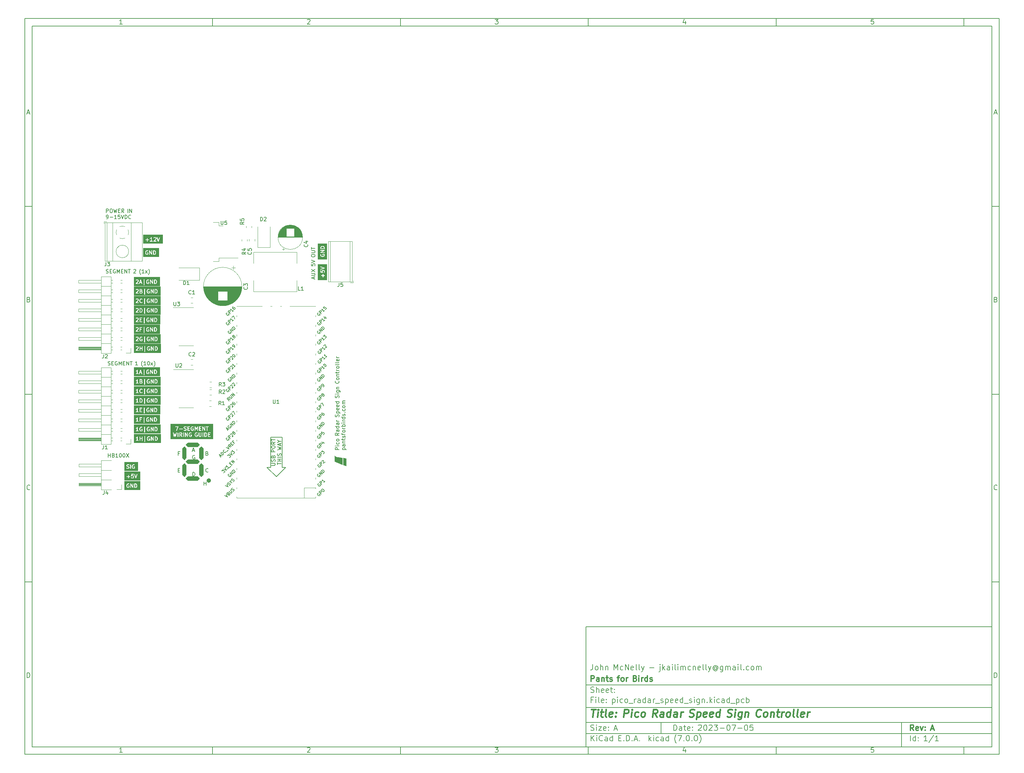
<source format=gbr>
%TF.GenerationSoftware,KiCad,Pcbnew,(7.0.0)*%
%TF.CreationDate,2023-07-05T22:29:38-07:00*%
%TF.ProjectId,pico_radar_speed_sign,7069636f-5f72-4616-9461-725f73706565,A*%
%TF.SameCoordinates,Original*%
%TF.FileFunction,Legend,Top*%
%TF.FilePolarity,Positive*%
%FSLAX46Y46*%
G04 Gerber Fmt 4.6, Leading zero omitted, Abs format (unit mm)*
G04 Created by KiCad (PCBNEW (7.0.0)) date 2023-07-05 22:29:38*
%MOMM*%
%LPD*%
G01*
G04 APERTURE LIST*
%ADD10C,0.100000*%
%ADD11C,0.150000*%
%ADD12C,0.300000*%
%ADD13C,0.400000*%
%ADD14C,0.200000*%
%ADD15C,0.575000*%
%ADD16C,0.120000*%
G04 APERTURE END LIST*
D10*
D11*
X159400000Y-171900000D02*
X267400000Y-171900000D01*
X267400000Y-203900000D01*
X159400000Y-203900000D01*
X159400000Y-171900000D01*
D10*
D11*
X10000000Y-10000000D02*
X269400000Y-10000000D01*
X269400000Y-205900000D01*
X10000000Y-205900000D01*
X10000000Y-10000000D01*
D10*
D11*
X12000000Y-12000000D02*
X267400000Y-12000000D01*
X267400000Y-203900000D01*
X12000000Y-203900000D01*
X12000000Y-12000000D01*
D10*
D11*
X60000000Y-12000000D02*
X60000000Y-10000000D01*
D10*
D11*
X110000000Y-12000000D02*
X110000000Y-10000000D01*
D10*
D11*
X160000000Y-12000000D02*
X160000000Y-10000000D01*
D10*
D11*
X210000000Y-12000000D02*
X210000000Y-10000000D01*
D10*
D11*
X260000000Y-12000000D02*
X260000000Y-10000000D01*
D10*
D11*
X35990476Y-11477595D02*
X35247619Y-11477595D01*
X35619047Y-11477595D02*
X35619047Y-10177595D01*
X35619047Y-10177595D02*
X35495238Y-10363309D01*
X35495238Y-10363309D02*
X35371428Y-10487119D01*
X35371428Y-10487119D02*
X35247619Y-10549023D01*
D10*
D11*
X85247619Y-10301404D02*
X85309523Y-10239500D01*
X85309523Y-10239500D02*
X85433333Y-10177595D01*
X85433333Y-10177595D02*
X85742857Y-10177595D01*
X85742857Y-10177595D02*
X85866666Y-10239500D01*
X85866666Y-10239500D02*
X85928571Y-10301404D01*
X85928571Y-10301404D02*
X85990476Y-10425214D01*
X85990476Y-10425214D02*
X85990476Y-10549023D01*
X85990476Y-10549023D02*
X85928571Y-10734738D01*
X85928571Y-10734738D02*
X85185714Y-11477595D01*
X85185714Y-11477595D02*
X85990476Y-11477595D01*
D10*
D11*
X135185714Y-10177595D02*
X135990476Y-10177595D01*
X135990476Y-10177595D02*
X135557142Y-10672833D01*
X135557142Y-10672833D02*
X135742857Y-10672833D01*
X135742857Y-10672833D02*
X135866666Y-10734738D01*
X135866666Y-10734738D02*
X135928571Y-10796642D01*
X135928571Y-10796642D02*
X135990476Y-10920452D01*
X135990476Y-10920452D02*
X135990476Y-11229976D01*
X135990476Y-11229976D02*
X135928571Y-11353785D01*
X135928571Y-11353785D02*
X135866666Y-11415690D01*
X135866666Y-11415690D02*
X135742857Y-11477595D01*
X135742857Y-11477595D02*
X135371428Y-11477595D01*
X135371428Y-11477595D02*
X135247619Y-11415690D01*
X135247619Y-11415690D02*
X135185714Y-11353785D01*
D10*
D11*
X185866666Y-10610928D02*
X185866666Y-11477595D01*
X185557142Y-10115690D02*
X185247619Y-11044261D01*
X185247619Y-11044261D02*
X186052380Y-11044261D01*
D10*
D11*
X235928571Y-10177595D02*
X235309523Y-10177595D01*
X235309523Y-10177595D02*
X235247619Y-10796642D01*
X235247619Y-10796642D02*
X235309523Y-10734738D01*
X235309523Y-10734738D02*
X235433333Y-10672833D01*
X235433333Y-10672833D02*
X235742857Y-10672833D01*
X235742857Y-10672833D02*
X235866666Y-10734738D01*
X235866666Y-10734738D02*
X235928571Y-10796642D01*
X235928571Y-10796642D02*
X235990476Y-10920452D01*
X235990476Y-10920452D02*
X235990476Y-11229976D01*
X235990476Y-11229976D02*
X235928571Y-11353785D01*
X235928571Y-11353785D02*
X235866666Y-11415690D01*
X235866666Y-11415690D02*
X235742857Y-11477595D01*
X235742857Y-11477595D02*
X235433333Y-11477595D01*
X235433333Y-11477595D02*
X235309523Y-11415690D01*
X235309523Y-11415690D02*
X235247619Y-11353785D01*
D10*
D11*
X60000000Y-203900000D02*
X60000000Y-205900000D01*
D10*
D11*
X110000000Y-203900000D02*
X110000000Y-205900000D01*
D10*
D11*
X160000000Y-203900000D02*
X160000000Y-205900000D01*
D10*
D11*
X210000000Y-203900000D02*
X210000000Y-205900000D01*
D10*
D11*
X260000000Y-203900000D02*
X260000000Y-205900000D01*
D10*
D11*
X35990476Y-205377595D02*
X35247619Y-205377595D01*
X35619047Y-205377595D02*
X35619047Y-204077595D01*
X35619047Y-204077595D02*
X35495238Y-204263309D01*
X35495238Y-204263309D02*
X35371428Y-204387119D01*
X35371428Y-204387119D02*
X35247619Y-204449023D01*
D10*
D11*
X85247619Y-204201404D02*
X85309523Y-204139500D01*
X85309523Y-204139500D02*
X85433333Y-204077595D01*
X85433333Y-204077595D02*
X85742857Y-204077595D01*
X85742857Y-204077595D02*
X85866666Y-204139500D01*
X85866666Y-204139500D02*
X85928571Y-204201404D01*
X85928571Y-204201404D02*
X85990476Y-204325214D01*
X85990476Y-204325214D02*
X85990476Y-204449023D01*
X85990476Y-204449023D02*
X85928571Y-204634738D01*
X85928571Y-204634738D02*
X85185714Y-205377595D01*
X85185714Y-205377595D02*
X85990476Y-205377595D01*
D10*
D11*
X135185714Y-204077595D02*
X135990476Y-204077595D01*
X135990476Y-204077595D02*
X135557142Y-204572833D01*
X135557142Y-204572833D02*
X135742857Y-204572833D01*
X135742857Y-204572833D02*
X135866666Y-204634738D01*
X135866666Y-204634738D02*
X135928571Y-204696642D01*
X135928571Y-204696642D02*
X135990476Y-204820452D01*
X135990476Y-204820452D02*
X135990476Y-205129976D01*
X135990476Y-205129976D02*
X135928571Y-205253785D01*
X135928571Y-205253785D02*
X135866666Y-205315690D01*
X135866666Y-205315690D02*
X135742857Y-205377595D01*
X135742857Y-205377595D02*
X135371428Y-205377595D01*
X135371428Y-205377595D02*
X135247619Y-205315690D01*
X135247619Y-205315690D02*
X135185714Y-205253785D01*
D10*
D11*
X185866666Y-204510928D02*
X185866666Y-205377595D01*
X185557142Y-204015690D02*
X185247619Y-204944261D01*
X185247619Y-204944261D02*
X186052380Y-204944261D01*
D10*
D11*
X235928571Y-204077595D02*
X235309523Y-204077595D01*
X235309523Y-204077595D02*
X235247619Y-204696642D01*
X235247619Y-204696642D02*
X235309523Y-204634738D01*
X235309523Y-204634738D02*
X235433333Y-204572833D01*
X235433333Y-204572833D02*
X235742857Y-204572833D01*
X235742857Y-204572833D02*
X235866666Y-204634738D01*
X235866666Y-204634738D02*
X235928571Y-204696642D01*
X235928571Y-204696642D02*
X235990476Y-204820452D01*
X235990476Y-204820452D02*
X235990476Y-205129976D01*
X235990476Y-205129976D02*
X235928571Y-205253785D01*
X235928571Y-205253785D02*
X235866666Y-205315690D01*
X235866666Y-205315690D02*
X235742857Y-205377595D01*
X235742857Y-205377595D02*
X235433333Y-205377595D01*
X235433333Y-205377595D02*
X235309523Y-205315690D01*
X235309523Y-205315690D02*
X235247619Y-205253785D01*
D10*
D11*
X10000000Y-60000000D02*
X12000000Y-60000000D01*
D10*
D11*
X10000000Y-110000000D02*
X12000000Y-110000000D01*
D10*
D11*
X10000000Y-160000000D02*
X12000000Y-160000000D01*
D10*
D11*
X10690476Y-35106166D02*
X11309523Y-35106166D01*
X10566666Y-35477595D02*
X10999999Y-34177595D01*
X10999999Y-34177595D02*
X11433333Y-35477595D01*
D10*
D11*
X11092857Y-84796642D02*
X11278571Y-84858547D01*
X11278571Y-84858547D02*
X11340476Y-84920452D01*
X11340476Y-84920452D02*
X11402380Y-85044261D01*
X11402380Y-85044261D02*
X11402380Y-85229976D01*
X11402380Y-85229976D02*
X11340476Y-85353785D01*
X11340476Y-85353785D02*
X11278571Y-85415690D01*
X11278571Y-85415690D02*
X11154761Y-85477595D01*
X11154761Y-85477595D02*
X10659523Y-85477595D01*
X10659523Y-85477595D02*
X10659523Y-84177595D01*
X10659523Y-84177595D02*
X11092857Y-84177595D01*
X11092857Y-84177595D02*
X11216666Y-84239500D01*
X11216666Y-84239500D02*
X11278571Y-84301404D01*
X11278571Y-84301404D02*
X11340476Y-84425214D01*
X11340476Y-84425214D02*
X11340476Y-84549023D01*
X11340476Y-84549023D02*
X11278571Y-84672833D01*
X11278571Y-84672833D02*
X11216666Y-84734738D01*
X11216666Y-84734738D02*
X11092857Y-84796642D01*
X11092857Y-84796642D02*
X10659523Y-84796642D01*
D10*
D11*
X11402380Y-135353785D02*
X11340476Y-135415690D01*
X11340476Y-135415690D02*
X11154761Y-135477595D01*
X11154761Y-135477595D02*
X11030952Y-135477595D01*
X11030952Y-135477595D02*
X10845238Y-135415690D01*
X10845238Y-135415690D02*
X10721428Y-135291880D01*
X10721428Y-135291880D02*
X10659523Y-135168071D01*
X10659523Y-135168071D02*
X10597619Y-134920452D01*
X10597619Y-134920452D02*
X10597619Y-134734738D01*
X10597619Y-134734738D02*
X10659523Y-134487119D01*
X10659523Y-134487119D02*
X10721428Y-134363309D01*
X10721428Y-134363309D02*
X10845238Y-134239500D01*
X10845238Y-134239500D02*
X11030952Y-134177595D01*
X11030952Y-134177595D02*
X11154761Y-134177595D01*
X11154761Y-134177595D02*
X11340476Y-134239500D01*
X11340476Y-134239500D02*
X11402380Y-134301404D01*
D10*
D11*
X10659523Y-185477595D02*
X10659523Y-184177595D01*
X10659523Y-184177595D02*
X10969047Y-184177595D01*
X10969047Y-184177595D02*
X11154761Y-184239500D01*
X11154761Y-184239500D02*
X11278571Y-184363309D01*
X11278571Y-184363309D02*
X11340476Y-184487119D01*
X11340476Y-184487119D02*
X11402380Y-184734738D01*
X11402380Y-184734738D02*
X11402380Y-184920452D01*
X11402380Y-184920452D02*
X11340476Y-185168071D01*
X11340476Y-185168071D02*
X11278571Y-185291880D01*
X11278571Y-185291880D02*
X11154761Y-185415690D01*
X11154761Y-185415690D02*
X10969047Y-185477595D01*
X10969047Y-185477595D02*
X10659523Y-185477595D01*
D10*
D11*
X269400000Y-60000000D02*
X267400000Y-60000000D01*
D10*
D11*
X269400000Y-110000000D02*
X267400000Y-110000000D01*
D10*
D11*
X269400000Y-160000000D02*
X267400000Y-160000000D01*
D10*
D11*
X268090476Y-35106166D02*
X268709523Y-35106166D01*
X267966666Y-35477595D02*
X268399999Y-34177595D01*
X268399999Y-34177595D02*
X268833333Y-35477595D01*
D10*
D11*
X268492857Y-84796642D02*
X268678571Y-84858547D01*
X268678571Y-84858547D02*
X268740476Y-84920452D01*
X268740476Y-84920452D02*
X268802380Y-85044261D01*
X268802380Y-85044261D02*
X268802380Y-85229976D01*
X268802380Y-85229976D02*
X268740476Y-85353785D01*
X268740476Y-85353785D02*
X268678571Y-85415690D01*
X268678571Y-85415690D02*
X268554761Y-85477595D01*
X268554761Y-85477595D02*
X268059523Y-85477595D01*
X268059523Y-85477595D02*
X268059523Y-84177595D01*
X268059523Y-84177595D02*
X268492857Y-84177595D01*
X268492857Y-84177595D02*
X268616666Y-84239500D01*
X268616666Y-84239500D02*
X268678571Y-84301404D01*
X268678571Y-84301404D02*
X268740476Y-84425214D01*
X268740476Y-84425214D02*
X268740476Y-84549023D01*
X268740476Y-84549023D02*
X268678571Y-84672833D01*
X268678571Y-84672833D02*
X268616666Y-84734738D01*
X268616666Y-84734738D02*
X268492857Y-84796642D01*
X268492857Y-84796642D02*
X268059523Y-84796642D01*
D10*
D11*
X268802380Y-135353785D02*
X268740476Y-135415690D01*
X268740476Y-135415690D02*
X268554761Y-135477595D01*
X268554761Y-135477595D02*
X268430952Y-135477595D01*
X268430952Y-135477595D02*
X268245238Y-135415690D01*
X268245238Y-135415690D02*
X268121428Y-135291880D01*
X268121428Y-135291880D02*
X268059523Y-135168071D01*
X268059523Y-135168071D02*
X267997619Y-134920452D01*
X267997619Y-134920452D02*
X267997619Y-134734738D01*
X267997619Y-134734738D02*
X268059523Y-134487119D01*
X268059523Y-134487119D02*
X268121428Y-134363309D01*
X268121428Y-134363309D02*
X268245238Y-134239500D01*
X268245238Y-134239500D02*
X268430952Y-134177595D01*
X268430952Y-134177595D02*
X268554761Y-134177595D01*
X268554761Y-134177595D02*
X268740476Y-134239500D01*
X268740476Y-134239500D02*
X268802380Y-134301404D01*
D10*
D11*
X268059523Y-185477595D02*
X268059523Y-184177595D01*
X268059523Y-184177595D02*
X268369047Y-184177595D01*
X268369047Y-184177595D02*
X268554761Y-184239500D01*
X268554761Y-184239500D02*
X268678571Y-184363309D01*
X268678571Y-184363309D02*
X268740476Y-184487119D01*
X268740476Y-184487119D02*
X268802380Y-184734738D01*
X268802380Y-184734738D02*
X268802380Y-184920452D01*
X268802380Y-184920452D02*
X268740476Y-185168071D01*
X268740476Y-185168071D02*
X268678571Y-185291880D01*
X268678571Y-185291880D02*
X268554761Y-185415690D01*
X268554761Y-185415690D02*
X268369047Y-185477595D01*
X268369047Y-185477595D02*
X268059523Y-185477595D01*
D10*
D11*
X182757142Y-199551071D02*
X182757142Y-198051071D01*
X182757142Y-198051071D02*
X183114285Y-198051071D01*
X183114285Y-198051071D02*
X183328571Y-198122500D01*
X183328571Y-198122500D02*
X183471428Y-198265357D01*
X183471428Y-198265357D02*
X183542857Y-198408214D01*
X183542857Y-198408214D02*
X183614285Y-198693928D01*
X183614285Y-198693928D02*
X183614285Y-198908214D01*
X183614285Y-198908214D02*
X183542857Y-199193928D01*
X183542857Y-199193928D02*
X183471428Y-199336785D01*
X183471428Y-199336785D02*
X183328571Y-199479642D01*
X183328571Y-199479642D02*
X183114285Y-199551071D01*
X183114285Y-199551071D02*
X182757142Y-199551071D01*
X184900000Y-199551071D02*
X184900000Y-198765357D01*
X184900000Y-198765357D02*
X184828571Y-198622500D01*
X184828571Y-198622500D02*
X184685714Y-198551071D01*
X184685714Y-198551071D02*
X184400000Y-198551071D01*
X184400000Y-198551071D02*
X184257142Y-198622500D01*
X184900000Y-199479642D02*
X184757142Y-199551071D01*
X184757142Y-199551071D02*
X184400000Y-199551071D01*
X184400000Y-199551071D02*
X184257142Y-199479642D01*
X184257142Y-199479642D02*
X184185714Y-199336785D01*
X184185714Y-199336785D02*
X184185714Y-199193928D01*
X184185714Y-199193928D02*
X184257142Y-199051071D01*
X184257142Y-199051071D02*
X184400000Y-198979642D01*
X184400000Y-198979642D02*
X184757142Y-198979642D01*
X184757142Y-198979642D02*
X184900000Y-198908214D01*
X185400000Y-198551071D02*
X185971428Y-198551071D01*
X185614285Y-198051071D02*
X185614285Y-199336785D01*
X185614285Y-199336785D02*
X185685714Y-199479642D01*
X185685714Y-199479642D02*
X185828571Y-199551071D01*
X185828571Y-199551071D02*
X185971428Y-199551071D01*
X187042857Y-199479642D02*
X186900000Y-199551071D01*
X186900000Y-199551071D02*
X186614286Y-199551071D01*
X186614286Y-199551071D02*
X186471428Y-199479642D01*
X186471428Y-199479642D02*
X186400000Y-199336785D01*
X186400000Y-199336785D02*
X186400000Y-198765357D01*
X186400000Y-198765357D02*
X186471428Y-198622500D01*
X186471428Y-198622500D02*
X186614286Y-198551071D01*
X186614286Y-198551071D02*
X186900000Y-198551071D01*
X186900000Y-198551071D02*
X187042857Y-198622500D01*
X187042857Y-198622500D02*
X187114286Y-198765357D01*
X187114286Y-198765357D02*
X187114286Y-198908214D01*
X187114286Y-198908214D02*
X186400000Y-199051071D01*
X187757142Y-199408214D02*
X187828571Y-199479642D01*
X187828571Y-199479642D02*
X187757142Y-199551071D01*
X187757142Y-199551071D02*
X187685714Y-199479642D01*
X187685714Y-199479642D02*
X187757142Y-199408214D01*
X187757142Y-199408214D02*
X187757142Y-199551071D01*
X187757142Y-198622500D02*
X187828571Y-198693928D01*
X187828571Y-198693928D02*
X187757142Y-198765357D01*
X187757142Y-198765357D02*
X187685714Y-198693928D01*
X187685714Y-198693928D02*
X187757142Y-198622500D01*
X187757142Y-198622500D02*
X187757142Y-198765357D01*
X189300000Y-198193928D02*
X189371428Y-198122500D01*
X189371428Y-198122500D02*
X189514286Y-198051071D01*
X189514286Y-198051071D02*
X189871428Y-198051071D01*
X189871428Y-198051071D02*
X190014286Y-198122500D01*
X190014286Y-198122500D02*
X190085714Y-198193928D01*
X190085714Y-198193928D02*
X190157143Y-198336785D01*
X190157143Y-198336785D02*
X190157143Y-198479642D01*
X190157143Y-198479642D02*
X190085714Y-198693928D01*
X190085714Y-198693928D02*
X189228571Y-199551071D01*
X189228571Y-199551071D02*
X190157143Y-199551071D01*
X191085714Y-198051071D02*
X191228571Y-198051071D01*
X191228571Y-198051071D02*
X191371428Y-198122500D01*
X191371428Y-198122500D02*
X191442857Y-198193928D01*
X191442857Y-198193928D02*
X191514285Y-198336785D01*
X191514285Y-198336785D02*
X191585714Y-198622500D01*
X191585714Y-198622500D02*
X191585714Y-198979642D01*
X191585714Y-198979642D02*
X191514285Y-199265357D01*
X191514285Y-199265357D02*
X191442857Y-199408214D01*
X191442857Y-199408214D02*
X191371428Y-199479642D01*
X191371428Y-199479642D02*
X191228571Y-199551071D01*
X191228571Y-199551071D02*
X191085714Y-199551071D01*
X191085714Y-199551071D02*
X190942857Y-199479642D01*
X190942857Y-199479642D02*
X190871428Y-199408214D01*
X190871428Y-199408214D02*
X190799999Y-199265357D01*
X190799999Y-199265357D02*
X190728571Y-198979642D01*
X190728571Y-198979642D02*
X190728571Y-198622500D01*
X190728571Y-198622500D02*
X190799999Y-198336785D01*
X190799999Y-198336785D02*
X190871428Y-198193928D01*
X190871428Y-198193928D02*
X190942857Y-198122500D01*
X190942857Y-198122500D02*
X191085714Y-198051071D01*
X192157142Y-198193928D02*
X192228570Y-198122500D01*
X192228570Y-198122500D02*
X192371428Y-198051071D01*
X192371428Y-198051071D02*
X192728570Y-198051071D01*
X192728570Y-198051071D02*
X192871428Y-198122500D01*
X192871428Y-198122500D02*
X192942856Y-198193928D01*
X192942856Y-198193928D02*
X193014285Y-198336785D01*
X193014285Y-198336785D02*
X193014285Y-198479642D01*
X193014285Y-198479642D02*
X192942856Y-198693928D01*
X192942856Y-198693928D02*
X192085713Y-199551071D01*
X192085713Y-199551071D02*
X193014285Y-199551071D01*
X193514284Y-198051071D02*
X194442856Y-198051071D01*
X194442856Y-198051071D02*
X193942856Y-198622500D01*
X193942856Y-198622500D02*
X194157141Y-198622500D01*
X194157141Y-198622500D02*
X194299999Y-198693928D01*
X194299999Y-198693928D02*
X194371427Y-198765357D01*
X194371427Y-198765357D02*
X194442856Y-198908214D01*
X194442856Y-198908214D02*
X194442856Y-199265357D01*
X194442856Y-199265357D02*
X194371427Y-199408214D01*
X194371427Y-199408214D02*
X194299999Y-199479642D01*
X194299999Y-199479642D02*
X194157141Y-199551071D01*
X194157141Y-199551071D02*
X193728570Y-199551071D01*
X193728570Y-199551071D02*
X193585713Y-199479642D01*
X193585713Y-199479642D02*
X193514284Y-199408214D01*
X195085712Y-198979642D02*
X196228570Y-198979642D01*
X197228570Y-198051071D02*
X197371427Y-198051071D01*
X197371427Y-198051071D02*
X197514284Y-198122500D01*
X197514284Y-198122500D02*
X197585713Y-198193928D01*
X197585713Y-198193928D02*
X197657141Y-198336785D01*
X197657141Y-198336785D02*
X197728570Y-198622500D01*
X197728570Y-198622500D02*
X197728570Y-198979642D01*
X197728570Y-198979642D02*
X197657141Y-199265357D01*
X197657141Y-199265357D02*
X197585713Y-199408214D01*
X197585713Y-199408214D02*
X197514284Y-199479642D01*
X197514284Y-199479642D02*
X197371427Y-199551071D01*
X197371427Y-199551071D02*
X197228570Y-199551071D01*
X197228570Y-199551071D02*
X197085713Y-199479642D01*
X197085713Y-199479642D02*
X197014284Y-199408214D01*
X197014284Y-199408214D02*
X196942855Y-199265357D01*
X196942855Y-199265357D02*
X196871427Y-198979642D01*
X196871427Y-198979642D02*
X196871427Y-198622500D01*
X196871427Y-198622500D02*
X196942855Y-198336785D01*
X196942855Y-198336785D02*
X197014284Y-198193928D01*
X197014284Y-198193928D02*
X197085713Y-198122500D01*
X197085713Y-198122500D02*
X197228570Y-198051071D01*
X198228569Y-198051071D02*
X199228569Y-198051071D01*
X199228569Y-198051071D02*
X198585712Y-199551071D01*
X199799997Y-198979642D02*
X200942855Y-198979642D01*
X201942855Y-198051071D02*
X202085712Y-198051071D01*
X202085712Y-198051071D02*
X202228569Y-198122500D01*
X202228569Y-198122500D02*
X202299998Y-198193928D01*
X202299998Y-198193928D02*
X202371426Y-198336785D01*
X202371426Y-198336785D02*
X202442855Y-198622500D01*
X202442855Y-198622500D02*
X202442855Y-198979642D01*
X202442855Y-198979642D02*
X202371426Y-199265357D01*
X202371426Y-199265357D02*
X202299998Y-199408214D01*
X202299998Y-199408214D02*
X202228569Y-199479642D01*
X202228569Y-199479642D02*
X202085712Y-199551071D01*
X202085712Y-199551071D02*
X201942855Y-199551071D01*
X201942855Y-199551071D02*
X201799998Y-199479642D01*
X201799998Y-199479642D02*
X201728569Y-199408214D01*
X201728569Y-199408214D02*
X201657140Y-199265357D01*
X201657140Y-199265357D02*
X201585712Y-198979642D01*
X201585712Y-198979642D02*
X201585712Y-198622500D01*
X201585712Y-198622500D02*
X201657140Y-198336785D01*
X201657140Y-198336785D02*
X201728569Y-198193928D01*
X201728569Y-198193928D02*
X201799998Y-198122500D01*
X201799998Y-198122500D02*
X201942855Y-198051071D01*
X203799997Y-198051071D02*
X203085711Y-198051071D01*
X203085711Y-198051071D02*
X203014283Y-198765357D01*
X203014283Y-198765357D02*
X203085711Y-198693928D01*
X203085711Y-198693928D02*
X203228569Y-198622500D01*
X203228569Y-198622500D02*
X203585711Y-198622500D01*
X203585711Y-198622500D02*
X203728569Y-198693928D01*
X203728569Y-198693928D02*
X203799997Y-198765357D01*
X203799997Y-198765357D02*
X203871426Y-198908214D01*
X203871426Y-198908214D02*
X203871426Y-199265357D01*
X203871426Y-199265357D02*
X203799997Y-199408214D01*
X203799997Y-199408214D02*
X203728569Y-199479642D01*
X203728569Y-199479642D02*
X203585711Y-199551071D01*
X203585711Y-199551071D02*
X203228569Y-199551071D01*
X203228569Y-199551071D02*
X203085711Y-199479642D01*
X203085711Y-199479642D02*
X203014283Y-199408214D01*
D10*
D11*
X159400000Y-200400000D02*
X267400000Y-200400000D01*
D10*
D11*
X160757142Y-202351071D02*
X160757142Y-200851071D01*
X161614285Y-202351071D02*
X160971428Y-201493928D01*
X161614285Y-200851071D02*
X160757142Y-201708214D01*
X162257142Y-202351071D02*
X162257142Y-201351071D01*
X162257142Y-200851071D02*
X162185714Y-200922500D01*
X162185714Y-200922500D02*
X162257142Y-200993928D01*
X162257142Y-200993928D02*
X162328571Y-200922500D01*
X162328571Y-200922500D02*
X162257142Y-200851071D01*
X162257142Y-200851071D02*
X162257142Y-200993928D01*
X163828571Y-202208214D02*
X163757143Y-202279642D01*
X163757143Y-202279642D02*
X163542857Y-202351071D01*
X163542857Y-202351071D02*
X163400000Y-202351071D01*
X163400000Y-202351071D02*
X163185714Y-202279642D01*
X163185714Y-202279642D02*
X163042857Y-202136785D01*
X163042857Y-202136785D02*
X162971428Y-201993928D01*
X162971428Y-201993928D02*
X162900000Y-201708214D01*
X162900000Y-201708214D02*
X162900000Y-201493928D01*
X162900000Y-201493928D02*
X162971428Y-201208214D01*
X162971428Y-201208214D02*
X163042857Y-201065357D01*
X163042857Y-201065357D02*
X163185714Y-200922500D01*
X163185714Y-200922500D02*
X163400000Y-200851071D01*
X163400000Y-200851071D02*
X163542857Y-200851071D01*
X163542857Y-200851071D02*
X163757143Y-200922500D01*
X163757143Y-200922500D02*
X163828571Y-200993928D01*
X165114286Y-202351071D02*
X165114286Y-201565357D01*
X165114286Y-201565357D02*
X165042857Y-201422500D01*
X165042857Y-201422500D02*
X164900000Y-201351071D01*
X164900000Y-201351071D02*
X164614286Y-201351071D01*
X164614286Y-201351071D02*
X164471428Y-201422500D01*
X165114286Y-202279642D02*
X164971428Y-202351071D01*
X164971428Y-202351071D02*
X164614286Y-202351071D01*
X164614286Y-202351071D02*
X164471428Y-202279642D01*
X164471428Y-202279642D02*
X164400000Y-202136785D01*
X164400000Y-202136785D02*
X164400000Y-201993928D01*
X164400000Y-201993928D02*
X164471428Y-201851071D01*
X164471428Y-201851071D02*
X164614286Y-201779642D01*
X164614286Y-201779642D02*
X164971428Y-201779642D01*
X164971428Y-201779642D02*
X165114286Y-201708214D01*
X166471429Y-202351071D02*
X166471429Y-200851071D01*
X166471429Y-202279642D02*
X166328571Y-202351071D01*
X166328571Y-202351071D02*
X166042857Y-202351071D01*
X166042857Y-202351071D02*
X165900000Y-202279642D01*
X165900000Y-202279642D02*
X165828571Y-202208214D01*
X165828571Y-202208214D02*
X165757143Y-202065357D01*
X165757143Y-202065357D02*
X165757143Y-201636785D01*
X165757143Y-201636785D02*
X165828571Y-201493928D01*
X165828571Y-201493928D02*
X165900000Y-201422500D01*
X165900000Y-201422500D02*
X166042857Y-201351071D01*
X166042857Y-201351071D02*
X166328571Y-201351071D01*
X166328571Y-201351071D02*
X166471429Y-201422500D01*
X168085714Y-201565357D02*
X168585714Y-201565357D01*
X168800000Y-202351071D02*
X168085714Y-202351071D01*
X168085714Y-202351071D02*
X168085714Y-200851071D01*
X168085714Y-200851071D02*
X168800000Y-200851071D01*
X169442857Y-202208214D02*
X169514286Y-202279642D01*
X169514286Y-202279642D02*
X169442857Y-202351071D01*
X169442857Y-202351071D02*
X169371429Y-202279642D01*
X169371429Y-202279642D02*
X169442857Y-202208214D01*
X169442857Y-202208214D02*
X169442857Y-202351071D01*
X170157143Y-202351071D02*
X170157143Y-200851071D01*
X170157143Y-200851071D02*
X170514286Y-200851071D01*
X170514286Y-200851071D02*
X170728572Y-200922500D01*
X170728572Y-200922500D02*
X170871429Y-201065357D01*
X170871429Y-201065357D02*
X170942858Y-201208214D01*
X170942858Y-201208214D02*
X171014286Y-201493928D01*
X171014286Y-201493928D02*
X171014286Y-201708214D01*
X171014286Y-201708214D02*
X170942858Y-201993928D01*
X170942858Y-201993928D02*
X170871429Y-202136785D01*
X170871429Y-202136785D02*
X170728572Y-202279642D01*
X170728572Y-202279642D02*
X170514286Y-202351071D01*
X170514286Y-202351071D02*
X170157143Y-202351071D01*
X171657143Y-202208214D02*
X171728572Y-202279642D01*
X171728572Y-202279642D02*
X171657143Y-202351071D01*
X171657143Y-202351071D02*
X171585715Y-202279642D01*
X171585715Y-202279642D02*
X171657143Y-202208214D01*
X171657143Y-202208214D02*
X171657143Y-202351071D01*
X172300001Y-201922500D02*
X173014287Y-201922500D01*
X172157144Y-202351071D02*
X172657144Y-200851071D01*
X172657144Y-200851071D02*
X173157144Y-202351071D01*
X173657143Y-202208214D02*
X173728572Y-202279642D01*
X173728572Y-202279642D02*
X173657143Y-202351071D01*
X173657143Y-202351071D02*
X173585715Y-202279642D01*
X173585715Y-202279642D02*
X173657143Y-202208214D01*
X173657143Y-202208214D02*
X173657143Y-202351071D01*
X176171429Y-202351071D02*
X176171429Y-200851071D01*
X176314287Y-201779642D02*
X176742858Y-202351071D01*
X176742858Y-201351071D02*
X176171429Y-201922500D01*
X177385715Y-202351071D02*
X177385715Y-201351071D01*
X177385715Y-200851071D02*
X177314287Y-200922500D01*
X177314287Y-200922500D02*
X177385715Y-200993928D01*
X177385715Y-200993928D02*
X177457144Y-200922500D01*
X177457144Y-200922500D02*
X177385715Y-200851071D01*
X177385715Y-200851071D02*
X177385715Y-200993928D01*
X178742859Y-202279642D02*
X178600001Y-202351071D01*
X178600001Y-202351071D02*
X178314287Y-202351071D01*
X178314287Y-202351071D02*
X178171430Y-202279642D01*
X178171430Y-202279642D02*
X178100001Y-202208214D01*
X178100001Y-202208214D02*
X178028573Y-202065357D01*
X178028573Y-202065357D02*
X178028573Y-201636785D01*
X178028573Y-201636785D02*
X178100001Y-201493928D01*
X178100001Y-201493928D02*
X178171430Y-201422500D01*
X178171430Y-201422500D02*
X178314287Y-201351071D01*
X178314287Y-201351071D02*
X178600001Y-201351071D01*
X178600001Y-201351071D02*
X178742859Y-201422500D01*
X180028573Y-202351071D02*
X180028573Y-201565357D01*
X180028573Y-201565357D02*
X179957144Y-201422500D01*
X179957144Y-201422500D02*
X179814287Y-201351071D01*
X179814287Y-201351071D02*
X179528573Y-201351071D01*
X179528573Y-201351071D02*
X179385715Y-201422500D01*
X180028573Y-202279642D02*
X179885715Y-202351071D01*
X179885715Y-202351071D02*
X179528573Y-202351071D01*
X179528573Y-202351071D02*
X179385715Y-202279642D01*
X179385715Y-202279642D02*
X179314287Y-202136785D01*
X179314287Y-202136785D02*
X179314287Y-201993928D01*
X179314287Y-201993928D02*
X179385715Y-201851071D01*
X179385715Y-201851071D02*
X179528573Y-201779642D01*
X179528573Y-201779642D02*
X179885715Y-201779642D01*
X179885715Y-201779642D02*
X180028573Y-201708214D01*
X181385716Y-202351071D02*
X181385716Y-200851071D01*
X181385716Y-202279642D02*
X181242858Y-202351071D01*
X181242858Y-202351071D02*
X180957144Y-202351071D01*
X180957144Y-202351071D02*
X180814287Y-202279642D01*
X180814287Y-202279642D02*
X180742858Y-202208214D01*
X180742858Y-202208214D02*
X180671430Y-202065357D01*
X180671430Y-202065357D02*
X180671430Y-201636785D01*
X180671430Y-201636785D02*
X180742858Y-201493928D01*
X180742858Y-201493928D02*
X180814287Y-201422500D01*
X180814287Y-201422500D02*
X180957144Y-201351071D01*
X180957144Y-201351071D02*
X181242858Y-201351071D01*
X181242858Y-201351071D02*
X181385716Y-201422500D01*
X183428573Y-202922500D02*
X183357144Y-202851071D01*
X183357144Y-202851071D02*
X183214287Y-202636785D01*
X183214287Y-202636785D02*
X183142859Y-202493928D01*
X183142859Y-202493928D02*
X183071430Y-202279642D01*
X183071430Y-202279642D02*
X183000001Y-201922500D01*
X183000001Y-201922500D02*
X183000001Y-201636785D01*
X183000001Y-201636785D02*
X183071430Y-201279642D01*
X183071430Y-201279642D02*
X183142859Y-201065357D01*
X183142859Y-201065357D02*
X183214287Y-200922500D01*
X183214287Y-200922500D02*
X183357144Y-200708214D01*
X183357144Y-200708214D02*
X183428573Y-200636785D01*
X183857144Y-200851071D02*
X184857144Y-200851071D01*
X184857144Y-200851071D02*
X184214287Y-202351071D01*
X185428572Y-202208214D02*
X185500001Y-202279642D01*
X185500001Y-202279642D02*
X185428572Y-202351071D01*
X185428572Y-202351071D02*
X185357144Y-202279642D01*
X185357144Y-202279642D02*
X185428572Y-202208214D01*
X185428572Y-202208214D02*
X185428572Y-202351071D01*
X186428573Y-200851071D02*
X186571430Y-200851071D01*
X186571430Y-200851071D02*
X186714287Y-200922500D01*
X186714287Y-200922500D02*
X186785716Y-200993928D01*
X186785716Y-200993928D02*
X186857144Y-201136785D01*
X186857144Y-201136785D02*
X186928573Y-201422500D01*
X186928573Y-201422500D02*
X186928573Y-201779642D01*
X186928573Y-201779642D02*
X186857144Y-202065357D01*
X186857144Y-202065357D02*
X186785716Y-202208214D01*
X186785716Y-202208214D02*
X186714287Y-202279642D01*
X186714287Y-202279642D02*
X186571430Y-202351071D01*
X186571430Y-202351071D02*
X186428573Y-202351071D01*
X186428573Y-202351071D02*
X186285716Y-202279642D01*
X186285716Y-202279642D02*
X186214287Y-202208214D01*
X186214287Y-202208214D02*
X186142858Y-202065357D01*
X186142858Y-202065357D02*
X186071430Y-201779642D01*
X186071430Y-201779642D02*
X186071430Y-201422500D01*
X186071430Y-201422500D02*
X186142858Y-201136785D01*
X186142858Y-201136785D02*
X186214287Y-200993928D01*
X186214287Y-200993928D02*
X186285716Y-200922500D01*
X186285716Y-200922500D02*
X186428573Y-200851071D01*
X187571429Y-202208214D02*
X187642858Y-202279642D01*
X187642858Y-202279642D02*
X187571429Y-202351071D01*
X187571429Y-202351071D02*
X187500001Y-202279642D01*
X187500001Y-202279642D02*
X187571429Y-202208214D01*
X187571429Y-202208214D02*
X187571429Y-202351071D01*
X188571430Y-200851071D02*
X188714287Y-200851071D01*
X188714287Y-200851071D02*
X188857144Y-200922500D01*
X188857144Y-200922500D02*
X188928573Y-200993928D01*
X188928573Y-200993928D02*
X189000001Y-201136785D01*
X189000001Y-201136785D02*
X189071430Y-201422500D01*
X189071430Y-201422500D02*
X189071430Y-201779642D01*
X189071430Y-201779642D02*
X189000001Y-202065357D01*
X189000001Y-202065357D02*
X188928573Y-202208214D01*
X188928573Y-202208214D02*
X188857144Y-202279642D01*
X188857144Y-202279642D02*
X188714287Y-202351071D01*
X188714287Y-202351071D02*
X188571430Y-202351071D01*
X188571430Y-202351071D02*
X188428573Y-202279642D01*
X188428573Y-202279642D02*
X188357144Y-202208214D01*
X188357144Y-202208214D02*
X188285715Y-202065357D01*
X188285715Y-202065357D02*
X188214287Y-201779642D01*
X188214287Y-201779642D02*
X188214287Y-201422500D01*
X188214287Y-201422500D02*
X188285715Y-201136785D01*
X188285715Y-201136785D02*
X188357144Y-200993928D01*
X188357144Y-200993928D02*
X188428573Y-200922500D01*
X188428573Y-200922500D02*
X188571430Y-200851071D01*
X189571429Y-202922500D02*
X189642858Y-202851071D01*
X189642858Y-202851071D02*
X189785715Y-202636785D01*
X189785715Y-202636785D02*
X189857144Y-202493928D01*
X189857144Y-202493928D02*
X189928572Y-202279642D01*
X189928572Y-202279642D02*
X190000001Y-201922500D01*
X190000001Y-201922500D02*
X190000001Y-201636785D01*
X190000001Y-201636785D02*
X189928572Y-201279642D01*
X189928572Y-201279642D02*
X189857144Y-201065357D01*
X189857144Y-201065357D02*
X189785715Y-200922500D01*
X189785715Y-200922500D02*
X189642858Y-200708214D01*
X189642858Y-200708214D02*
X189571429Y-200636785D01*
D10*
D11*
X159400000Y-197400000D02*
X267400000Y-197400000D01*
D10*
D12*
X246614285Y-199551071D02*
X246114285Y-198836785D01*
X245757142Y-199551071D02*
X245757142Y-198051071D01*
X245757142Y-198051071D02*
X246328571Y-198051071D01*
X246328571Y-198051071D02*
X246471428Y-198122500D01*
X246471428Y-198122500D02*
X246542857Y-198193928D01*
X246542857Y-198193928D02*
X246614285Y-198336785D01*
X246614285Y-198336785D02*
X246614285Y-198551071D01*
X246614285Y-198551071D02*
X246542857Y-198693928D01*
X246542857Y-198693928D02*
X246471428Y-198765357D01*
X246471428Y-198765357D02*
X246328571Y-198836785D01*
X246328571Y-198836785D02*
X245757142Y-198836785D01*
X247828571Y-199479642D02*
X247685714Y-199551071D01*
X247685714Y-199551071D02*
X247400000Y-199551071D01*
X247400000Y-199551071D02*
X247257142Y-199479642D01*
X247257142Y-199479642D02*
X247185714Y-199336785D01*
X247185714Y-199336785D02*
X247185714Y-198765357D01*
X247185714Y-198765357D02*
X247257142Y-198622500D01*
X247257142Y-198622500D02*
X247400000Y-198551071D01*
X247400000Y-198551071D02*
X247685714Y-198551071D01*
X247685714Y-198551071D02*
X247828571Y-198622500D01*
X247828571Y-198622500D02*
X247900000Y-198765357D01*
X247900000Y-198765357D02*
X247900000Y-198908214D01*
X247900000Y-198908214D02*
X247185714Y-199051071D01*
X248399999Y-198551071D02*
X248757142Y-199551071D01*
X248757142Y-199551071D02*
X249114285Y-198551071D01*
X249685713Y-199408214D02*
X249757142Y-199479642D01*
X249757142Y-199479642D02*
X249685713Y-199551071D01*
X249685713Y-199551071D02*
X249614285Y-199479642D01*
X249614285Y-199479642D02*
X249685713Y-199408214D01*
X249685713Y-199408214D02*
X249685713Y-199551071D01*
X249685713Y-198622500D02*
X249757142Y-198693928D01*
X249757142Y-198693928D02*
X249685713Y-198765357D01*
X249685713Y-198765357D02*
X249614285Y-198693928D01*
X249614285Y-198693928D02*
X249685713Y-198622500D01*
X249685713Y-198622500D02*
X249685713Y-198765357D01*
X251228571Y-199122500D02*
X251942857Y-199122500D01*
X251085714Y-199551071D02*
X251585714Y-198051071D01*
X251585714Y-198051071D02*
X252085714Y-199551071D01*
D10*
D11*
X160685714Y-199479642D02*
X160900000Y-199551071D01*
X160900000Y-199551071D02*
X161257142Y-199551071D01*
X161257142Y-199551071D02*
X161400000Y-199479642D01*
X161400000Y-199479642D02*
X161471428Y-199408214D01*
X161471428Y-199408214D02*
X161542857Y-199265357D01*
X161542857Y-199265357D02*
X161542857Y-199122500D01*
X161542857Y-199122500D02*
X161471428Y-198979642D01*
X161471428Y-198979642D02*
X161400000Y-198908214D01*
X161400000Y-198908214D02*
X161257142Y-198836785D01*
X161257142Y-198836785D02*
X160971428Y-198765357D01*
X160971428Y-198765357D02*
X160828571Y-198693928D01*
X160828571Y-198693928D02*
X160757142Y-198622500D01*
X160757142Y-198622500D02*
X160685714Y-198479642D01*
X160685714Y-198479642D02*
X160685714Y-198336785D01*
X160685714Y-198336785D02*
X160757142Y-198193928D01*
X160757142Y-198193928D02*
X160828571Y-198122500D01*
X160828571Y-198122500D02*
X160971428Y-198051071D01*
X160971428Y-198051071D02*
X161328571Y-198051071D01*
X161328571Y-198051071D02*
X161542857Y-198122500D01*
X162185713Y-199551071D02*
X162185713Y-198551071D01*
X162185713Y-198051071D02*
X162114285Y-198122500D01*
X162114285Y-198122500D02*
X162185713Y-198193928D01*
X162185713Y-198193928D02*
X162257142Y-198122500D01*
X162257142Y-198122500D02*
X162185713Y-198051071D01*
X162185713Y-198051071D02*
X162185713Y-198193928D01*
X162757142Y-198551071D02*
X163542857Y-198551071D01*
X163542857Y-198551071D02*
X162757142Y-199551071D01*
X162757142Y-199551071D02*
X163542857Y-199551071D01*
X164685714Y-199479642D02*
X164542857Y-199551071D01*
X164542857Y-199551071D02*
X164257143Y-199551071D01*
X164257143Y-199551071D02*
X164114285Y-199479642D01*
X164114285Y-199479642D02*
X164042857Y-199336785D01*
X164042857Y-199336785D02*
X164042857Y-198765357D01*
X164042857Y-198765357D02*
X164114285Y-198622500D01*
X164114285Y-198622500D02*
X164257143Y-198551071D01*
X164257143Y-198551071D02*
X164542857Y-198551071D01*
X164542857Y-198551071D02*
X164685714Y-198622500D01*
X164685714Y-198622500D02*
X164757143Y-198765357D01*
X164757143Y-198765357D02*
X164757143Y-198908214D01*
X164757143Y-198908214D02*
X164042857Y-199051071D01*
X165399999Y-199408214D02*
X165471428Y-199479642D01*
X165471428Y-199479642D02*
X165399999Y-199551071D01*
X165399999Y-199551071D02*
X165328571Y-199479642D01*
X165328571Y-199479642D02*
X165399999Y-199408214D01*
X165399999Y-199408214D02*
X165399999Y-199551071D01*
X165399999Y-198622500D02*
X165471428Y-198693928D01*
X165471428Y-198693928D02*
X165399999Y-198765357D01*
X165399999Y-198765357D02*
X165328571Y-198693928D01*
X165328571Y-198693928D02*
X165399999Y-198622500D01*
X165399999Y-198622500D02*
X165399999Y-198765357D01*
X166942857Y-199122500D02*
X167657143Y-199122500D01*
X166800000Y-199551071D02*
X167300000Y-198051071D01*
X167300000Y-198051071D02*
X167800000Y-199551071D01*
D10*
D11*
X245757142Y-202351071D02*
X245757142Y-200851071D01*
X247114286Y-202351071D02*
X247114286Y-200851071D01*
X247114286Y-202279642D02*
X246971428Y-202351071D01*
X246971428Y-202351071D02*
X246685714Y-202351071D01*
X246685714Y-202351071D02*
X246542857Y-202279642D01*
X246542857Y-202279642D02*
X246471428Y-202208214D01*
X246471428Y-202208214D02*
X246400000Y-202065357D01*
X246400000Y-202065357D02*
X246400000Y-201636785D01*
X246400000Y-201636785D02*
X246471428Y-201493928D01*
X246471428Y-201493928D02*
X246542857Y-201422500D01*
X246542857Y-201422500D02*
X246685714Y-201351071D01*
X246685714Y-201351071D02*
X246971428Y-201351071D01*
X246971428Y-201351071D02*
X247114286Y-201422500D01*
X247828571Y-202208214D02*
X247900000Y-202279642D01*
X247900000Y-202279642D02*
X247828571Y-202351071D01*
X247828571Y-202351071D02*
X247757143Y-202279642D01*
X247757143Y-202279642D02*
X247828571Y-202208214D01*
X247828571Y-202208214D02*
X247828571Y-202351071D01*
X247828571Y-201422500D02*
X247900000Y-201493928D01*
X247900000Y-201493928D02*
X247828571Y-201565357D01*
X247828571Y-201565357D02*
X247757143Y-201493928D01*
X247757143Y-201493928D02*
X247828571Y-201422500D01*
X247828571Y-201422500D02*
X247828571Y-201565357D01*
X250228572Y-202351071D02*
X249371429Y-202351071D01*
X249800000Y-202351071D02*
X249800000Y-200851071D01*
X249800000Y-200851071D02*
X249657143Y-201065357D01*
X249657143Y-201065357D02*
X249514286Y-201208214D01*
X249514286Y-201208214D02*
X249371429Y-201279642D01*
X251942857Y-200779642D02*
X250657143Y-202708214D01*
X253228572Y-202351071D02*
X252371429Y-202351071D01*
X252800000Y-202351071D02*
X252800000Y-200851071D01*
X252800000Y-200851071D02*
X252657143Y-201065357D01*
X252657143Y-201065357D02*
X252514286Y-201208214D01*
X252514286Y-201208214D02*
X252371429Y-201279642D01*
D10*
D11*
X159400000Y-193400000D02*
X267400000Y-193400000D01*
D10*
D13*
X160852380Y-193934761D02*
X161995238Y-193934761D01*
X161173809Y-195934761D02*
X161423809Y-193934761D01*
X162411905Y-195934761D02*
X162578571Y-194601428D01*
X162661905Y-193934761D02*
X162554762Y-194030000D01*
X162554762Y-194030000D02*
X162638095Y-194125238D01*
X162638095Y-194125238D02*
X162745238Y-194030000D01*
X162745238Y-194030000D02*
X162661905Y-193934761D01*
X162661905Y-193934761D02*
X162638095Y-194125238D01*
X163245238Y-194601428D02*
X164007143Y-194601428D01*
X163614286Y-193934761D02*
X163400000Y-195649047D01*
X163400000Y-195649047D02*
X163471429Y-195839523D01*
X163471429Y-195839523D02*
X163650000Y-195934761D01*
X163650000Y-195934761D02*
X163840476Y-195934761D01*
X164792857Y-195934761D02*
X164614286Y-195839523D01*
X164614286Y-195839523D02*
X164542857Y-195649047D01*
X164542857Y-195649047D02*
X164757143Y-193934761D01*
X166328571Y-195839523D02*
X166126190Y-195934761D01*
X166126190Y-195934761D02*
X165745238Y-195934761D01*
X165745238Y-195934761D02*
X165566667Y-195839523D01*
X165566667Y-195839523D02*
X165495238Y-195649047D01*
X165495238Y-195649047D02*
X165590476Y-194887142D01*
X165590476Y-194887142D02*
X165709524Y-194696666D01*
X165709524Y-194696666D02*
X165911905Y-194601428D01*
X165911905Y-194601428D02*
X166292857Y-194601428D01*
X166292857Y-194601428D02*
X166471428Y-194696666D01*
X166471428Y-194696666D02*
X166542857Y-194887142D01*
X166542857Y-194887142D02*
X166519047Y-195077619D01*
X166519047Y-195077619D02*
X165542857Y-195268095D01*
X167292857Y-195744285D02*
X167376191Y-195839523D01*
X167376191Y-195839523D02*
X167269048Y-195934761D01*
X167269048Y-195934761D02*
X167185714Y-195839523D01*
X167185714Y-195839523D02*
X167292857Y-195744285D01*
X167292857Y-195744285D02*
X167269048Y-195934761D01*
X167423810Y-194696666D02*
X167507143Y-194791904D01*
X167507143Y-194791904D02*
X167400000Y-194887142D01*
X167400000Y-194887142D02*
X167316667Y-194791904D01*
X167316667Y-194791904D02*
X167423810Y-194696666D01*
X167423810Y-194696666D02*
X167400000Y-194887142D01*
X169421429Y-195934761D02*
X169671429Y-193934761D01*
X169671429Y-193934761D02*
X170433334Y-193934761D01*
X170433334Y-193934761D02*
X170611905Y-194030000D01*
X170611905Y-194030000D02*
X170695238Y-194125238D01*
X170695238Y-194125238D02*
X170766667Y-194315714D01*
X170766667Y-194315714D02*
X170730953Y-194601428D01*
X170730953Y-194601428D02*
X170611905Y-194791904D01*
X170611905Y-194791904D02*
X170504762Y-194887142D01*
X170504762Y-194887142D02*
X170302381Y-194982380D01*
X170302381Y-194982380D02*
X169540476Y-194982380D01*
X171421429Y-195934761D02*
X171588095Y-194601428D01*
X171671429Y-193934761D02*
X171564286Y-194030000D01*
X171564286Y-194030000D02*
X171647619Y-194125238D01*
X171647619Y-194125238D02*
X171754762Y-194030000D01*
X171754762Y-194030000D02*
X171671429Y-193934761D01*
X171671429Y-193934761D02*
X171647619Y-194125238D01*
X173242857Y-195839523D02*
X173040476Y-195934761D01*
X173040476Y-195934761D02*
X172659524Y-195934761D01*
X172659524Y-195934761D02*
X172480953Y-195839523D01*
X172480953Y-195839523D02*
X172397619Y-195744285D01*
X172397619Y-195744285D02*
X172326191Y-195553809D01*
X172326191Y-195553809D02*
X172397619Y-194982380D01*
X172397619Y-194982380D02*
X172516667Y-194791904D01*
X172516667Y-194791904D02*
X172623810Y-194696666D01*
X172623810Y-194696666D02*
X172826191Y-194601428D01*
X172826191Y-194601428D02*
X173207143Y-194601428D01*
X173207143Y-194601428D02*
X173385715Y-194696666D01*
X174373810Y-195934761D02*
X174195239Y-195839523D01*
X174195239Y-195839523D02*
X174111905Y-195744285D01*
X174111905Y-195744285D02*
X174040477Y-195553809D01*
X174040477Y-195553809D02*
X174111905Y-194982380D01*
X174111905Y-194982380D02*
X174230953Y-194791904D01*
X174230953Y-194791904D02*
X174338096Y-194696666D01*
X174338096Y-194696666D02*
X174540477Y-194601428D01*
X174540477Y-194601428D02*
X174826191Y-194601428D01*
X174826191Y-194601428D02*
X175004762Y-194696666D01*
X175004762Y-194696666D02*
X175088096Y-194791904D01*
X175088096Y-194791904D02*
X175159524Y-194982380D01*
X175159524Y-194982380D02*
X175088096Y-195553809D01*
X175088096Y-195553809D02*
X174969048Y-195744285D01*
X174969048Y-195744285D02*
X174861905Y-195839523D01*
X174861905Y-195839523D02*
X174659524Y-195934761D01*
X174659524Y-195934761D02*
X174373810Y-195934761D01*
X178240477Y-195934761D02*
X177692858Y-194982380D01*
X177097620Y-195934761D02*
X177347620Y-193934761D01*
X177347620Y-193934761D02*
X178109525Y-193934761D01*
X178109525Y-193934761D02*
X178288096Y-194030000D01*
X178288096Y-194030000D02*
X178371429Y-194125238D01*
X178371429Y-194125238D02*
X178442858Y-194315714D01*
X178442858Y-194315714D02*
X178407144Y-194601428D01*
X178407144Y-194601428D02*
X178288096Y-194791904D01*
X178288096Y-194791904D02*
X178180953Y-194887142D01*
X178180953Y-194887142D02*
X177978572Y-194982380D01*
X177978572Y-194982380D02*
X177216667Y-194982380D01*
X179954763Y-195934761D02*
X180085715Y-194887142D01*
X180085715Y-194887142D02*
X180014286Y-194696666D01*
X180014286Y-194696666D02*
X179835715Y-194601428D01*
X179835715Y-194601428D02*
X179454763Y-194601428D01*
X179454763Y-194601428D02*
X179252382Y-194696666D01*
X179966667Y-195839523D02*
X179764286Y-195934761D01*
X179764286Y-195934761D02*
X179288096Y-195934761D01*
X179288096Y-195934761D02*
X179109525Y-195839523D01*
X179109525Y-195839523D02*
X179038096Y-195649047D01*
X179038096Y-195649047D02*
X179061905Y-195458571D01*
X179061905Y-195458571D02*
X179180953Y-195268095D01*
X179180953Y-195268095D02*
X179383334Y-195172857D01*
X179383334Y-195172857D02*
X179859525Y-195172857D01*
X179859525Y-195172857D02*
X180061905Y-195077619D01*
X181764287Y-195934761D02*
X182014287Y-193934761D01*
X181776191Y-195839523D02*
X181573810Y-195934761D01*
X181573810Y-195934761D02*
X181192858Y-195934761D01*
X181192858Y-195934761D02*
X181014287Y-195839523D01*
X181014287Y-195839523D02*
X180930953Y-195744285D01*
X180930953Y-195744285D02*
X180859525Y-195553809D01*
X180859525Y-195553809D02*
X180930953Y-194982380D01*
X180930953Y-194982380D02*
X181050001Y-194791904D01*
X181050001Y-194791904D02*
X181157144Y-194696666D01*
X181157144Y-194696666D02*
X181359525Y-194601428D01*
X181359525Y-194601428D02*
X181740477Y-194601428D01*
X181740477Y-194601428D02*
X181919049Y-194696666D01*
X183573811Y-195934761D02*
X183704763Y-194887142D01*
X183704763Y-194887142D02*
X183633334Y-194696666D01*
X183633334Y-194696666D02*
X183454763Y-194601428D01*
X183454763Y-194601428D02*
X183073811Y-194601428D01*
X183073811Y-194601428D02*
X182871430Y-194696666D01*
X183585715Y-195839523D02*
X183383334Y-195934761D01*
X183383334Y-195934761D02*
X182907144Y-195934761D01*
X182907144Y-195934761D02*
X182728573Y-195839523D01*
X182728573Y-195839523D02*
X182657144Y-195649047D01*
X182657144Y-195649047D02*
X182680953Y-195458571D01*
X182680953Y-195458571D02*
X182800001Y-195268095D01*
X182800001Y-195268095D02*
X183002382Y-195172857D01*
X183002382Y-195172857D02*
X183478573Y-195172857D01*
X183478573Y-195172857D02*
X183680953Y-195077619D01*
X184526192Y-195934761D02*
X184692858Y-194601428D01*
X184645239Y-194982380D02*
X184764287Y-194791904D01*
X184764287Y-194791904D02*
X184871430Y-194696666D01*
X184871430Y-194696666D02*
X185073811Y-194601428D01*
X185073811Y-194601428D02*
X185264287Y-194601428D01*
X186880953Y-195839523D02*
X187154763Y-195934761D01*
X187154763Y-195934761D02*
X187630953Y-195934761D01*
X187630953Y-195934761D02*
X187833334Y-195839523D01*
X187833334Y-195839523D02*
X187940477Y-195744285D01*
X187940477Y-195744285D02*
X188059525Y-195553809D01*
X188059525Y-195553809D02*
X188083334Y-195363333D01*
X188083334Y-195363333D02*
X188011906Y-195172857D01*
X188011906Y-195172857D02*
X187928572Y-195077619D01*
X187928572Y-195077619D02*
X187750001Y-194982380D01*
X187750001Y-194982380D02*
X187380953Y-194887142D01*
X187380953Y-194887142D02*
X187202382Y-194791904D01*
X187202382Y-194791904D02*
X187119049Y-194696666D01*
X187119049Y-194696666D02*
X187047620Y-194506190D01*
X187047620Y-194506190D02*
X187071430Y-194315714D01*
X187071430Y-194315714D02*
X187190477Y-194125238D01*
X187190477Y-194125238D02*
X187297620Y-194030000D01*
X187297620Y-194030000D02*
X187500001Y-193934761D01*
X187500001Y-193934761D02*
X187976192Y-193934761D01*
X187976192Y-193934761D02*
X188250001Y-194030000D01*
X189035715Y-194601428D02*
X188785715Y-196601428D01*
X189023811Y-194696666D02*
X189226192Y-194601428D01*
X189226192Y-194601428D02*
X189607144Y-194601428D01*
X189607144Y-194601428D02*
X189785715Y-194696666D01*
X189785715Y-194696666D02*
X189869049Y-194791904D01*
X189869049Y-194791904D02*
X189940477Y-194982380D01*
X189940477Y-194982380D02*
X189869049Y-195553809D01*
X189869049Y-195553809D02*
X189750001Y-195744285D01*
X189750001Y-195744285D02*
X189642858Y-195839523D01*
X189642858Y-195839523D02*
X189440477Y-195934761D01*
X189440477Y-195934761D02*
X189059525Y-195934761D01*
X189059525Y-195934761D02*
X188880954Y-195839523D01*
X191380953Y-195839523D02*
X191178572Y-195934761D01*
X191178572Y-195934761D02*
X190797620Y-195934761D01*
X190797620Y-195934761D02*
X190619049Y-195839523D01*
X190619049Y-195839523D02*
X190547620Y-195649047D01*
X190547620Y-195649047D02*
X190642858Y-194887142D01*
X190642858Y-194887142D02*
X190761906Y-194696666D01*
X190761906Y-194696666D02*
X190964287Y-194601428D01*
X190964287Y-194601428D02*
X191345239Y-194601428D01*
X191345239Y-194601428D02*
X191523810Y-194696666D01*
X191523810Y-194696666D02*
X191595239Y-194887142D01*
X191595239Y-194887142D02*
X191571429Y-195077619D01*
X191571429Y-195077619D02*
X190595239Y-195268095D01*
X193095239Y-195839523D02*
X192892858Y-195934761D01*
X192892858Y-195934761D02*
X192511906Y-195934761D01*
X192511906Y-195934761D02*
X192333335Y-195839523D01*
X192333335Y-195839523D02*
X192261906Y-195649047D01*
X192261906Y-195649047D02*
X192357144Y-194887142D01*
X192357144Y-194887142D02*
X192476192Y-194696666D01*
X192476192Y-194696666D02*
X192678573Y-194601428D01*
X192678573Y-194601428D02*
X193059525Y-194601428D01*
X193059525Y-194601428D02*
X193238096Y-194696666D01*
X193238096Y-194696666D02*
X193309525Y-194887142D01*
X193309525Y-194887142D02*
X193285715Y-195077619D01*
X193285715Y-195077619D02*
X192309525Y-195268095D01*
X194892859Y-195934761D02*
X195142859Y-193934761D01*
X194904763Y-195839523D02*
X194702382Y-195934761D01*
X194702382Y-195934761D02*
X194321430Y-195934761D01*
X194321430Y-195934761D02*
X194142859Y-195839523D01*
X194142859Y-195839523D02*
X194059525Y-195744285D01*
X194059525Y-195744285D02*
X193988097Y-195553809D01*
X193988097Y-195553809D02*
X194059525Y-194982380D01*
X194059525Y-194982380D02*
X194178573Y-194791904D01*
X194178573Y-194791904D02*
X194285716Y-194696666D01*
X194285716Y-194696666D02*
X194488097Y-194601428D01*
X194488097Y-194601428D02*
X194869049Y-194601428D01*
X194869049Y-194601428D02*
X195047621Y-194696666D01*
X196961906Y-195839523D02*
X197235716Y-195934761D01*
X197235716Y-195934761D02*
X197711906Y-195934761D01*
X197711906Y-195934761D02*
X197914287Y-195839523D01*
X197914287Y-195839523D02*
X198021430Y-195744285D01*
X198021430Y-195744285D02*
X198140478Y-195553809D01*
X198140478Y-195553809D02*
X198164287Y-195363333D01*
X198164287Y-195363333D02*
X198092859Y-195172857D01*
X198092859Y-195172857D02*
X198009525Y-195077619D01*
X198009525Y-195077619D02*
X197830954Y-194982380D01*
X197830954Y-194982380D02*
X197461906Y-194887142D01*
X197461906Y-194887142D02*
X197283335Y-194791904D01*
X197283335Y-194791904D02*
X197200002Y-194696666D01*
X197200002Y-194696666D02*
X197128573Y-194506190D01*
X197128573Y-194506190D02*
X197152383Y-194315714D01*
X197152383Y-194315714D02*
X197271430Y-194125238D01*
X197271430Y-194125238D02*
X197378573Y-194030000D01*
X197378573Y-194030000D02*
X197580954Y-193934761D01*
X197580954Y-193934761D02*
X198057145Y-193934761D01*
X198057145Y-193934761D02*
X198330954Y-194030000D01*
X198950002Y-195934761D02*
X199116668Y-194601428D01*
X199200002Y-193934761D02*
X199092859Y-194030000D01*
X199092859Y-194030000D02*
X199176192Y-194125238D01*
X199176192Y-194125238D02*
X199283335Y-194030000D01*
X199283335Y-194030000D02*
X199200002Y-193934761D01*
X199200002Y-193934761D02*
X199176192Y-194125238D01*
X200926192Y-194601428D02*
X200723811Y-196220476D01*
X200723811Y-196220476D02*
X200604764Y-196410952D01*
X200604764Y-196410952D02*
X200497621Y-196506190D01*
X200497621Y-196506190D02*
X200295240Y-196601428D01*
X200295240Y-196601428D02*
X200009526Y-196601428D01*
X200009526Y-196601428D02*
X199830954Y-196506190D01*
X200771430Y-195839523D02*
X200569049Y-195934761D01*
X200569049Y-195934761D02*
X200188097Y-195934761D01*
X200188097Y-195934761D02*
X200009526Y-195839523D01*
X200009526Y-195839523D02*
X199926192Y-195744285D01*
X199926192Y-195744285D02*
X199854764Y-195553809D01*
X199854764Y-195553809D02*
X199926192Y-194982380D01*
X199926192Y-194982380D02*
X200045240Y-194791904D01*
X200045240Y-194791904D02*
X200152383Y-194696666D01*
X200152383Y-194696666D02*
X200354764Y-194601428D01*
X200354764Y-194601428D02*
X200735716Y-194601428D01*
X200735716Y-194601428D02*
X200914288Y-194696666D01*
X201807144Y-194601428D02*
X201640478Y-195934761D01*
X201783335Y-194791904D02*
X201890478Y-194696666D01*
X201890478Y-194696666D02*
X202092859Y-194601428D01*
X202092859Y-194601428D02*
X202378573Y-194601428D01*
X202378573Y-194601428D02*
X202557144Y-194696666D01*
X202557144Y-194696666D02*
X202628573Y-194887142D01*
X202628573Y-194887142D02*
X202497621Y-195934761D01*
X205816668Y-195744285D02*
X205709526Y-195839523D01*
X205709526Y-195839523D02*
X205411907Y-195934761D01*
X205411907Y-195934761D02*
X205221430Y-195934761D01*
X205221430Y-195934761D02*
X204947621Y-195839523D01*
X204947621Y-195839523D02*
X204780954Y-195649047D01*
X204780954Y-195649047D02*
X204709526Y-195458571D01*
X204709526Y-195458571D02*
X204661907Y-195077619D01*
X204661907Y-195077619D02*
X204697621Y-194791904D01*
X204697621Y-194791904D02*
X204840478Y-194410952D01*
X204840478Y-194410952D02*
X204959526Y-194220476D01*
X204959526Y-194220476D02*
X205173811Y-194030000D01*
X205173811Y-194030000D02*
X205471430Y-193934761D01*
X205471430Y-193934761D02*
X205661907Y-193934761D01*
X205661907Y-193934761D02*
X205935716Y-194030000D01*
X205935716Y-194030000D02*
X206019049Y-194125238D01*
X206935716Y-195934761D02*
X206757145Y-195839523D01*
X206757145Y-195839523D02*
X206673811Y-195744285D01*
X206673811Y-195744285D02*
X206602383Y-195553809D01*
X206602383Y-195553809D02*
X206673811Y-194982380D01*
X206673811Y-194982380D02*
X206792859Y-194791904D01*
X206792859Y-194791904D02*
X206900002Y-194696666D01*
X206900002Y-194696666D02*
X207102383Y-194601428D01*
X207102383Y-194601428D02*
X207388097Y-194601428D01*
X207388097Y-194601428D02*
X207566668Y-194696666D01*
X207566668Y-194696666D02*
X207650002Y-194791904D01*
X207650002Y-194791904D02*
X207721430Y-194982380D01*
X207721430Y-194982380D02*
X207650002Y-195553809D01*
X207650002Y-195553809D02*
X207530954Y-195744285D01*
X207530954Y-195744285D02*
X207423811Y-195839523D01*
X207423811Y-195839523D02*
X207221430Y-195934761D01*
X207221430Y-195934761D02*
X206935716Y-195934761D01*
X208626192Y-194601428D02*
X208459526Y-195934761D01*
X208602383Y-194791904D02*
X208709526Y-194696666D01*
X208709526Y-194696666D02*
X208911907Y-194601428D01*
X208911907Y-194601428D02*
X209197621Y-194601428D01*
X209197621Y-194601428D02*
X209376192Y-194696666D01*
X209376192Y-194696666D02*
X209447621Y-194887142D01*
X209447621Y-194887142D02*
X209316669Y-195934761D01*
X210150002Y-194601428D02*
X210911907Y-194601428D01*
X210519050Y-193934761D02*
X210304764Y-195649047D01*
X210304764Y-195649047D02*
X210376193Y-195839523D01*
X210376193Y-195839523D02*
X210554764Y-195934761D01*
X210554764Y-195934761D02*
X210745240Y-195934761D01*
X211411907Y-195934761D02*
X211578573Y-194601428D01*
X211530954Y-194982380D02*
X211650002Y-194791904D01*
X211650002Y-194791904D02*
X211757145Y-194696666D01*
X211757145Y-194696666D02*
X211959526Y-194601428D01*
X211959526Y-194601428D02*
X212150002Y-194601428D01*
X212935716Y-195934761D02*
X212757145Y-195839523D01*
X212757145Y-195839523D02*
X212673811Y-195744285D01*
X212673811Y-195744285D02*
X212602383Y-195553809D01*
X212602383Y-195553809D02*
X212673811Y-194982380D01*
X212673811Y-194982380D02*
X212792859Y-194791904D01*
X212792859Y-194791904D02*
X212900002Y-194696666D01*
X212900002Y-194696666D02*
X213102383Y-194601428D01*
X213102383Y-194601428D02*
X213388097Y-194601428D01*
X213388097Y-194601428D02*
X213566668Y-194696666D01*
X213566668Y-194696666D02*
X213650002Y-194791904D01*
X213650002Y-194791904D02*
X213721430Y-194982380D01*
X213721430Y-194982380D02*
X213650002Y-195553809D01*
X213650002Y-195553809D02*
X213530954Y-195744285D01*
X213530954Y-195744285D02*
X213423811Y-195839523D01*
X213423811Y-195839523D02*
X213221430Y-195934761D01*
X213221430Y-195934761D02*
X212935716Y-195934761D01*
X214745240Y-195934761D02*
X214566669Y-195839523D01*
X214566669Y-195839523D02*
X214495240Y-195649047D01*
X214495240Y-195649047D02*
X214709526Y-193934761D01*
X215792859Y-195934761D02*
X215614288Y-195839523D01*
X215614288Y-195839523D02*
X215542859Y-195649047D01*
X215542859Y-195649047D02*
X215757145Y-193934761D01*
X217328573Y-195839523D02*
X217126192Y-195934761D01*
X217126192Y-195934761D02*
X216745240Y-195934761D01*
X216745240Y-195934761D02*
X216566669Y-195839523D01*
X216566669Y-195839523D02*
X216495240Y-195649047D01*
X216495240Y-195649047D02*
X216590478Y-194887142D01*
X216590478Y-194887142D02*
X216709526Y-194696666D01*
X216709526Y-194696666D02*
X216911907Y-194601428D01*
X216911907Y-194601428D02*
X217292859Y-194601428D01*
X217292859Y-194601428D02*
X217471430Y-194696666D01*
X217471430Y-194696666D02*
X217542859Y-194887142D01*
X217542859Y-194887142D02*
X217519049Y-195077619D01*
X217519049Y-195077619D02*
X216542859Y-195268095D01*
X218269050Y-195934761D02*
X218435716Y-194601428D01*
X218388097Y-194982380D02*
X218507145Y-194791904D01*
X218507145Y-194791904D02*
X218614288Y-194696666D01*
X218614288Y-194696666D02*
X218816669Y-194601428D01*
X218816669Y-194601428D02*
X219007145Y-194601428D01*
D10*
D11*
X161257142Y-191365357D02*
X160757142Y-191365357D01*
X160757142Y-192151071D02*
X160757142Y-190651071D01*
X160757142Y-190651071D02*
X161471428Y-190651071D01*
X162042856Y-192151071D02*
X162042856Y-191151071D01*
X162042856Y-190651071D02*
X161971428Y-190722500D01*
X161971428Y-190722500D02*
X162042856Y-190793928D01*
X162042856Y-190793928D02*
X162114285Y-190722500D01*
X162114285Y-190722500D02*
X162042856Y-190651071D01*
X162042856Y-190651071D02*
X162042856Y-190793928D01*
X162971428Y-192151071D02*
X162828571Y-192079642D01*
X162828571Y-192079642D02*
X162757142Y-191936785D01*
X162757142Y-191936785D02*
X162757142Y-190651071D01*
X164114285Y-192079642D02*
X163971428Y-192151071D01*
X163971428Y-192151071D02*
X163685714Y-192151071D01*
X163685714Y-192151071D02*
X163542856Y-192079642D01*
X163542856Y-192079642D02*
X163471428Y-191936785D01*
X163471428Y-191936785D02*
X163471428Y-191365357D01*
X163471428Y-191365357D02*
X163542856Y-191222500D01*
X163542856Y-191222500D02*
X163685714Y-191151071D01*
X163685714Y-191151071D02*
X163971428Y-191151071D01*
X163971428Y-191151071D02*
X164114285Y-191222500D01*
X164114285Y-191222500D02*
X164185714Y-191365357D01*
X164185714Y-191365357D02*
X164185714Y-191508214D01*
X164185714Y-191508214D02*
X163471428Y-191651071D01*
X164828570Y-192008214D02*
X164899999Y-192079642D01*
X164899999Y-192079642D02*
X164828570Y-192151071D01*
X164828570Y-192151071D02*
X164757142Y-192079642D01*
X164757142Y-192079642D02*
X164828570Y-192008214D01*
X164828570Y-192008214D02*
X164828570Y-192151071D01*
X164828570Y-191222500D02*
X164899999Y-191293928D01*
X164899999Y-191293928D02*
X164828570Y-191365357D01*
X164828570Y-191365357D02*
X164757142Y-191293928D01*
X164757142Y-191293928D02*
X164828570Y-191222500D01*
X164828570Y-191222500D02*
X164828570Y-191365357D01*
X166442856Y-191151071D02*
X166442856Y-192651071D01*
X166442856Y-191222500D02*
X166585714Y-191151071D01*
X166585714Y-191151071D02*
X166871428Y-191151071D01*
X166871428Y-191151071D02*
X167014285Y-191222500D01*
X167014285Y-191222500D02*
X167085714Y-191293928D01*
X167085714Y-191293928D02*
X167157142Y-191436785D01*
X167157142Y-191436785D02*
X167157142Y-191865357D01*
X167157142Y-191865357D02*
X167085714Y-192008214D01*
X167085714Y-192008214D02*
X167014285Y-192079642D01*
X167014285Y-192079642D02*
X166871428Y-192151071D01*
X166871428Y-192151071D02*
X166585714Y-192151071D01*
X166585714Y-192151071D02*
X166442856Y-192079642D01*
X167799999Y-192151071D02*
X167799999Y-191151071D01*
X167799999Y-190651071D02*
X167728571Y-190722500D01*
X167728571Y-190722500D02*
X167799999Y-190793928D01*
X167799999Y-190793928D02*
X167871428Y-190722500D01*
X167871428Y-190722500D02*
X167799999Y-190651071D01*
X167799999Y-190651071D02*
X167799999Y-190793928D01*
X169157143Y-192079642D02*
X169014285Y-192151071D01*
X169014285Y-192151071D02*
X168728571Y-192151071D01*
X168728571Y-192151071D02*
X168585714Y-192079642D01*
X168585714Y-192079642D02*
X168514285Y-192008214D01*
X168514285Y-192008214D02*
X168442857Y-191865357D01*
X168442857Y-191865357D02*
X168442857Y-191436785D01*
X168442857Y-191436785D02*
X168514285Y-191293928D01*
X168514285Y-191293928D02*
X168585714Y-191222500D01*
X168585714Y-191222500D02*
X168728571Y-191151071D01*
X168728571Y-191151071D02*
X169014285Y-191151071D01*
X169014285Y-191151071D02*
X169157143Y-191222500D01*
X170014285Y-192151071D02*
X169871428Y-192079642D01*
X169871428Y-192079642D02*
X169799999Y-192008214D01*
X169799999Y-192008214D02*
X169728571Y-191865357D01*
X169728571Y-191865357D02*
X169728571Y-191436785D01*
X169728571Y-191436785D02*
X169799999Y-191293928D01*
X169799999Y-191293928D02*
X169871428Y-191222500D01*
X169871428Y-191222500D02*
X170014285Y-191151071D01*
X170014285Y-191151071D02*
X170228571Y-191151071D01*
X170228571Y-191151071D02*
X170371428Y-191222500D01*
X170371428Y-191222500D02*
X170442857Y-191293928D01*
X170442857Y-191293928D02*
X170514285Y-191436785D01*
X170514285Y-191436785D02*
X170514285Y-191865357D01*
X170514285Y-191865357D02*
X170442857Y-192008214D01*
X170442857Y-192008214D02*
X170371428Y-192079642D01*
X170371428Y-192079642D02*
X170228571Y-192151071D01*
X170228571Y-192151071D02*
X170014285Y-192151071D01*
X170800000Y-192293928D02*
X171942857Y-192293928D01*
X172299999Y-192151071D02*
X172299999Y-191151071D01*
X172299999Y-191436785D02*
X172371428Y-191293928D01*
X172371428Y-191293928D02*
X172442857Y-191222500D01*
X172442857Y-191222500D02*
X172585714Y-191151071D01*
X172585714Y-191151071D02*
X172728571Y-191151071D01*
X173871428Y-192151071D02*
X173871428Y-191365357D01*
X173871428Y-191365357D02*
X173799999Y-191222500D01*
X173799999Y-191222500D02*
X173657142Y-191151071D01*
X173657142Y-191151071D02*
X173371428Y-191151071D01*
X173371428Y-191151071D02*
X173228570Y-191222500D01*
X173871428Y-192079642D02*
X173728570Y-192151071D01*
X173728570Y-192151071D02*
X173371428Y-192151071D01*
X173371428Y-192151071D02*
X173228570Y-192079642D01*
X173228570Y-192079642D02*
X173157142Y-191936785D01*
X173157142Y-191936785D02*
X173157142Y-191793928D01*
X173157142Y-191793928D02*
X173228570Y-191651071D01*
X173228570Y-191651071D02*
X173371428Y-191579642D01*
X173371428Y-191579642D02*
X173728570Y-191579642D01*
X173728570Y-191579642D02*
X173871428Y-191508214D01*
X175228571Y-192151071D02*
X175228571Y-190651071D01*
X175228571Y-192079642D02*
X175085713Y-192151071D01*
X175085713Y-192151071D02*
X174799999Y-192151071D01*
X174799999Y-192151071D02*
X174657142Y-192079642D01*
X174657142Y-192079642D02*
X174585713Y-192008214D01*
X174585713Y-192008214D02*
X174514285Y-191865357D01*
X174514285Y-191865357D02*
X174514285Y-191436785D01*
X174514285Y-191436785D02*
X174585713Y-191293928D01*
X174585713Y-191293928D02*
X174657142Y-191222500D01*
X174657142Y-191222500D02*
X174799999Y-191151071D01*
X174799999Y-191151071D02*
X175085713Y-191151071D01*
X175085713Y-191151071D02*
X175228571Y-191222500D01*
X176585714Y-192151071D02*
X176585714Y-191365357D01*
X176585714Y-191365357D02*
X176514285Y-191222500D01*
X176514285Y-191222500D02*
X176371428Y-191151071D01*
X176371428Y-191151071D02*
X176085714Y-191151071D01*
X176085714Y-191151071D02*
X175942856Y-191222500D01*
X176585714Y-192079642D02*
X176442856Y-192151071D01*
X176442856Y-192151071D02*
X176085714Y-192151071D01*
X176085714Y-192151071D02*
X175942856Y-192079642D01*
X175942856Y-192079642D02*
X175871428Y-191936785D01*
X175871428Y-191936785D02*
X175871428Y-191793928D01*
X175871428Y-191793928D02*
X175942856Y-191651071D01*
X175942856Y-191651071D02*
X176085714Y-191579642D01*
X176085714Y-191579642D02*
X176442856Y-191579642D01*
X176442856Y-191579642D02*
X176585714Y-191508214D01*
X177299999Y-192151071D02*
X177299999Y-191151071D01*
X177299999Y-191436785D02*
X177371428Y-191293928D01*
X177371428Y-191293928D02*
X177442857Y-191222500D01*
X177442857Y-191222500D02*
X177585714Y-191151071D01*
X177585714Y-191151071D02*
X177728571Y-191151071D01*
X177871428Y-192293928D02*
X179014285Y-192293928D01*
X179299999Y-192079642D02*
X179442856Y-192151071D01*
X179442856Y-192151071D02*
X179728570Y-192151071D01*
X179728570Y-192151071D02*
X179871427Y-192079642D01*
X179871427Y-192079642D02*
X179942856Y-191936785D01*
X179942856Y-191936785D02*
X179942856Y-191865357D01*
X179942856Y-191865357D02*
X179871427Y-191722500D01*
X179871427Y-191722500D02*
X179728570Y-191651071D01*
X179728570Y-191651071D02*
X179514285Y-191651071D01*
X179514285Y-191651071D02*
X179371427Y-191579642D01*
X179371427Y-191579642D02*
X179299999Y-191436785D01*
X179299999Y-191436785D02*
X179299999Y-191365357D01*
X179299999Y-191365357D02*
X179371427Y-191222500D01*
X179371427Y-191222500D02*
X179514285Y-191151071D01*
X179514285Y-191151071D02*
X179728570Y-191151071D01*
X179728570Y-191151071D02*
X179871427Y-191222500D01*
X180585713Y-191151071D02*
X180585713Y-192651071D01*
X180585713Y-191222500D02*
X180728571Y-191151071D01*
X180728571Y-191151071D02*
X181014285Y-191151071D01*
X181014285Y-191151071D02*
X181157142Y-191222500D01*
X181157142Y-191222500D02*
X181228571Y-191293928D01*
X181228571Y-191293928D02*
X181299999Y-191436785D01*
X181299999Y-191436785D02*
X181299999Y-191865357D01*
X181299999Y-191865357D02*
X181228571Y-192008214D01*
X181228571Y-192008214D02*
X181157142Y-192079642D01*
X181157142Y-192079642D02*
X181014285Y-192151071D01*
X181014285Y-192151071D02*
X180728571Y-192151071D01*
X180728571Y-192151071D02*
X180585713Y-192079642D01*
X182514285Y-192079642D02*
X182371428Y-192151071D01*
X182371428Y-192151071D02*
X182085714Y-192151071D01*
X182085714Y-192151071D02*
X181942856Y-192079642D01*
X181942856Y-192079642D02*
X181871428Y-191936785D01*
X181871428Y-191936785D02*
X181871428Y-191365357D01*
X181871428Y-191365357D02*
X181942856Y-191222500D01*
X181942856Y-191222500D02*
X182085714Y-191151071D01*
X182085714Y-191151071D02*
X182371428Y-191151071D01*
X182371428Y-191151071D02*
X182514285Y-191222500D01*
X182514285Y-191222500D02*
X182585714Y-191365357D01*
X182585714Y-191365357D02*
X182585714Y-191508214D01*
X182585714Y-191508214D02*
X181871428Y-191651071D01*
X183799999Y-192079642D02*
X183657142Y-192151071D01*
X183657142Y-192151071D02*
X183371428Y-192151071D01*
X183371428Y-192151071D02*
X183228570Y-192079642D01*
X183228570Y-192079642D02*
X183157142Y-191936785D01*
X183157142Y-191936785D02*
X183157142Y-191365357D01*
X183157142Y-191365357D02*
X183228570Y-191222500D01*
X183228570Y-191222500D02*
X183371428Y-191151071D01*
X183371428Y-191151071D02*
X183657142Y-191151071D01*
X183657142Y-191151071D02*
X183799999Y-191222500D01*
X183799999Y-191222500D02*
X183871428Y-191365357D01*
X183871428Y-191365357D02*
X183871428Y-191508214D01*
X183871428Y-191508214D02*
X183157142Y-191651071D01*
X185157142Y-192151071D02*
X185157142Y-190651071D01*
X185157142Y-192079642D02*
X185014284Y-192151071D01*
X185014284Y-192151071D02*
X184728570Y-192151071D01*
X184728570Y-192151071D02*
X184585713Y-192079642D01*
X184585713Y-192079642D02*
X184514284Y-192008214D01*
X184514284Y-192008214D02*
X184442856Y-191865357D01*
X184442856Y-191865357D02*
X184442856Y-191436785D01*
X184442856Y-191436785D02*
X184514284Y-191293928D01*
X184514284Y-191293928D02*
X184585713Y-191222500D01*
X184585713Y-191222500D02*
X184728570Y-191151071D01*
X184728570Y-191151071D02*
X185014284Y-191151071D01*
X185014284Y-191151071D02*
X185157142Y-191222500D01*
X185514285Y-192293928D02*
X186657142Y-192293928D01*
X186942856Y-192079642D02*
X187085713Y-192151071D01*
X187085713Y-192151071D02*
X187371427Y-192151071D01*
X187371427Y-192151071D02*
X187514284Y-192079642D01*
X187514284Y-192079642D02*
X187585713Y-191936785D01*
X187585713Y-191936785D02*
X187585713Y-191865357D01*
X187585713Y-191865357D02*
X187514284Y-191722500D01*
X187514284Y-191722500D02*
X187371427Y-191651071D01*
X187371427Y-191651071D02*
X187157142Y-191651071D01*
X187157142Y-191651071D02*
X187014284Y-191579642D01*
X187014284Y-191579642D02*
X186942856Y-191436785D01*
X186942856Y-191436785D02*
X186942856Y-191365357D01*
X186942856Y-191365357D02*
X187014284Y-191222500D01*
X187014284Y-191222500D02*
X187157142Y-191151071D01*
X187157142Y-191151071D02*
X187371427Y-191151071D01*
X187371427Y-191151071D02*
X187514284Y-191222500D01*
X188228570Y-192151071D02*
X188228570Y-191151071D01*
X188228570Y-190651071D02*
X188157142Y-190722500D01*
X188157142Y-190722500D02*
X188228570Y-190793928D01*
X188228570Y-190793928D02*
X188299999Y-190722500D01*
X188299999Y-190722500D02*
X188228570Y-190651071D01*
X188228570Y-190651071D02*
X188228570Y-190793928D01*
X189585714Y-191151071D02*
X189585714Y-192365357D01*
X189585714Y-192365357D02*
X189514285Y-192508214D01*
X189514285Y-192508214D02*
X189442856Y-192579642D01*
X189442856Y-192579642D02*
X189299999Y-192651071D01*
X189299999Y-192651071D02*
X189085714Y-192651071D01*
X189085714Y-192651071D02*
X188942856Y-192579642D01*
X189585714Y-192079642D02*
X189442856Y-192151071D01*
X189442856Y-192151071D02*
X189157142Y-192151071D01*
X189157142Y-192151071D02*
X189014285Y-192079642D01*
X189014285Y-192079642D02*
X188942856Y-192008214D01*
X188942856Y-192008214D02*
X188871428Y-191865357D01*
X188871428Y-191865357D02*
X188871428Y-191436785D01*
X188871428Y-191436785D02*
X188942856Y-191293928D01*
X188942856Y-191293928D02*
X189014285Y-191222500D01*
X189014285Y-191222500D02*
X189157142Y-191151071D01*
X189157142Y-191151071D02*
X189442856Y-191151071D01*
X189442856Y-191151071D02*
X189585714Y-191222500D01*
X190299999Y-191151071D02*
X190299999Y-192151071D01*
X190299999Y-191293928D02*
X190371428Y-191222500D01*
X190371428Y-191222500D02*
X190514285Y-191151071D01*
X190514285Y-191151071D02*
X190728571Y-191151071D01*
X190728571Y-191151071D02*
X190871428Y-191222500D01*
X190871428Y-191222500D02*
X190942857Y-191365357D01*
X190942857Y-191365357D02*
X190942857Y-192151071D01*
X191657142Y-192008214D02*
X191728571Y-192079642D01*
X191728571Y-192079642D02*
X191657142Y-192151071D01*
X191657142Y-192151071D02*
X191585714Y-192079642D01*
X191585714Y-192079642D02*
X191657142Y-192008214D01*
X191657142Y-192008214D02*
X191657142Y-192151071D01*
X192371428Y-192151071D02*
X192371428Y-190651071D01*
X192514286Y-191579642D02*
X192942857Y-192151071D01*
X192942857Y-191151071D02*
X192371428Y-191722500D01*
X193585714Y-192151071D02*
X193585714Y-191151071D01*
X193585714Y-190651071D02*
X193514286Y-190722500D01*
X193514286Y-190722500D02*
X193585714Y-190793928D01*
X193585714Y-190793928D02*
X193657143Y-190722500D01*
X193657143Y-190722500D02*
X193585714Y-190651071D01*
X193585714Y-190651071D02*
X193585714Y-190793928D01*
X194942858Y-192079642D02*
X194800000Y-192151071D01*
X194800000Y-192151071D02*
X194514286Y-192151071D01*
X194514286Y-192151071D02*
X194371429Y-192079642D01*
X194371429Y-192079642D02*
X194300000Y-192008214D01*
X194300000Y-192008214D02*
X194228572Y-191865357D01*
X194228572Y-191865357D02*
X194228572Y-191436785D01*
X194228572Y-191436785D02*
X194300000Y-191293928D01*
X194300000Y-191293928D02*
X194371429Y-191222500D01*
X194371429Y-191222500D02*
X194514286Y-191151071D01*
X194514286Y-191151071D02*
X194800000Y-191151071D01*
X194800000Y-191151071D02*
X194942858Y-191222500D01*
X196228572Y-192151071D02*
X196228572Y-191365357D01*
X196228572Y-191365357D02*
X196157143Y-191222500D01*
X196157143Y-191222500D02*
X196014286Y-191151071D01*
X196014286Y-191151071D02*
X195728572Y-191151071D01*
X195728572Y-191151071D02*
X195585714Y-191222500D01*
X196228572Y-192079642D02*
X196085714Y-192151071D01*
X196085714Y-192151071D02*
X195728572Y-192151071D01*
X195728572Y-192151071D02*
X195585714Y-192079642D01*
X195585714Y-192079642D02*
X195514286Y-191936785D01*
X195514286Y-191936785D02*
X195514286Y-191793928D01*
X195514286Y-191793928D02*
X195585714Y-191651071D01*
X195585714Y-191651071D02*
X195728572Y-191579642D01*
X195728572Y-191579642D02*
X196085714Y-191579642D01*
X196085714Y-191579642D02*
X196228572Y-191508214D01*
X197585715Y-192151071D02*
X197585715Y-190651071D01*
X197585715Y-192079642D02*
X197442857Y-192151071D01*
X197442857Y-192151071D02*
X197157143Y-192151071D01*
X197157143Y-192151071D02*
X197014286Y-192079642D01*
X197014286Y-192079642D02*
X196942857Y-192008214D01*
X196942857Y-192008214D02*
X196871429Y-191865357D01*
X196871429Y-191865357D02*
X196871429Y-191436785D01*
X196871429Y-191436785D02*
X196942857Y-191293928D01*
X196942857Y-191293928D02*
X197014286Y-191222500D01*
X197014286Y-191222500D02*
X197157143Y-191151071D01*
X197157143Y-191151071D02*
X197442857Y-191151071D01*
X197442857Y-191151071D02*
X197585715Y-191222500D01*
X197942858Y-192293928D02*
X199085715Y-192293928D01*
X199442857Y-191151071D02*
X199442857Y-192651071D01*
X199442857Y-191222500D02*
X199585715Y-191151071D01*
X199585715Y-191151071D02*
X199871429Y-191151071D01*
X199871429Y-191151071D02*
X200014286Y-191222500D01*
X200014286Y-191222500D02*
X200085715Y-191293928D01*
X200085715Y-191293928D02*
X200157143Y-191436785D01*
X200157143Y-191436785D02*
X200157143Y-191865357D01*
X200157143Y-191865357D02*
X200085715Y-192008214D01*
X200085715Y-192008214D02*
X200014286Y-192079642D01*
X200014286Y-192079642D02*
X199871429Y-192151071D01*
X199871429Y-192151071D02*
X199585715Y-192151071D01*
X199585715Y-192151071D02*
X199442857Y-192079642D01*
X201442858Y-192079642D02*
X201300000Y-192151071D01*
X201300000Y-192151071D02*
X201014286Y-192151071D01*
X201014286Y-192151071D02*
X200871429Y-192079642D01*
X200871429Y-192079642D02*
X200800000Y-192008214D01*
X200800000Y-192008214D02*
X200728572Y-191865357D01*
X200728572Y-191865357D02*
X200728572Y-191436785D01*
X200728572Y-191436785D02*
X200800000Y-191293928D01*
X200800000Y-191293928D02*
X200871429Y-191222500D01*
X200871429Y-191222500D02*
X201014286Y-191151071D01*
X201014286Y-191151071D02*
X201300000Y-191151071D01*
X201300000Y-191151071D02*
X201442858Y-191222500D01*
X202085714Y-192151071D02*
X202085714Y-190651071D01*
X202085714Y-191222500D02*
X202228572Y-191151071D01*
X202228572Y-191151071D02*
X202514286Y-191151071D01*
X202514286Y-191151071D02*
X202657143Y-191222500D01*
X202657143Y-191222500D02*
X202728572Y-191293928D01*
X202728572Y-191293928D02*
X202800000Y-191436785D01*
X202800000Y-191436785D02*
X202800000Y-191865357D01*
X202800000Y-191865357D02*
X202728572Y-192008214D01*
X202728572Y-192008214D02*
X202657143Y-192079642D01*
X202657143Y-192079642D02*
X202514286Y-192151071D01*
X202514286Y-192151071D02*
X202228572Y-192151071D01*
X202228572Y-192151071D02*
X202085714Y-192079642D01*
D10*
D11*
X159400000Y-187400000D02*
X267400000Y-187400000D01*
D10*
D11*
X160685714Y-189379642D02*
X160900000Y-189451071D01*
X160900000Y-189451071D02*
X161257142Y-189451071D01*
X161257142Y-189451071D02*
X161400000Y-189379642D01*
X161400000Y-189379642D02*
X161471428Y-189308214D01*
X161471428Y-189308214D02*
X161542857Y-189165357D01*
X161542857Y-189165357D02*
X161542857Y-189022500D01*
X161542857Y-189022500D02*
X161471428Y-188879642D01*
X161471428Y-188879642D02*
X161400000Y-188808214D01*
X161400000Y-188808214D02*
X161257142Y-188736785D01*
X161257142Y-188736785D02*
X160971428Y-188665357D01*
X160971428Y-188665357D02*
X160828571Y-188593928D01*
X160828571Y-188593928D02*
X160757142Y-188522500D01*
X160757142Y-188522500D02*
X160685714Y-188379642D01*
X160685714Y-188379642D02*
X160685714Y-188236785D01*
X160685714Y-188236785D02*
X160757142Y-188093928D01*
X160757142Y-188093928D02*
X160828571Y-188022500D01*
X160828571Y-188022500D02*
X160971428Y-187951071D01*
X160971428Y-187951071D02*
X161328571Y-187951071D01*
X161328571Y-187951071D02*
X161542857Y-188022500D01*
X162185713Y-189451071D02*
X162185713Y-187951071D01*
X162828571Y-189451071D02*
X162828571Y-188665357D01*
X162828571Y-188665357D02*
X162757142Y-188522500D01*
X162757142Y-188522500D02*
X162614285Y-188451071D01*
X162614285Y-188451071D02*
X162399999Y-188451071D01*
X162399999Y-188451071D02*
X162257142Y-188522500D01*
X162257142Y-188522500D02*
X162185713Y-188593928D01*
X164114285Y-189379642D02*
X163971428Y-189451071D01*
X163971428Y-189451071D02*
X163685714Y-189451071D01*
X163685714Y-189451071D02*
X163542856Y-189379642D01*
X163542856Y-189379642D02*
X163471428Y-189236785D01*
X163471428Y-189236785D02*
X163471428Y-188665357D01*
X163471428Y-188665357D02*
X163542856Y-188522500D01*
X163542856Y-188522500D02*
X163685714Y-188451071D01*
X163685714Y-188451071D02*
X163971428Y-188451071D01*
X163971428Y-188451071D02*
X164114285Y-188522500D01*
X164114285Y-188522500D02*
X164185714Y-188665357D01*
X164185714Y-188665357D02*
X164185714Y-188808214D01*
X164185714Y-188808214D02*
X163471428Y-188951071D01*
X165399999Y-189379642D02*
X165257142Y-189451071D01*
X165257142Y-189451071D02*
X164971428Y-189451071D01*
X164971428Y-189451071D02*
X164828570Y-189379642D01*
X164828570Y-189379642D02*
X164757142Y-189236785D01*
X164757142Y-189236785D02*
X164757142Y-188665357D01*
X164757142Y-188665357D02*
X164828570Y-188522500D01*
X164828570Y-188522500D02*
X164971428Y-188451071D01*
X164971428Y-188451071D02*
X165257142Y-188451071D01*
X165257142Y-188451071D02*
X165399999Y-188522500D01*
X165399999Y-188522500D02*
X165471428Y-188665357D01*
X165471428Y-188665357D02*
X165471428Y-188808214D01*
X165471428Y-188808214D02*
X164757142Y-188951071D01*
X165899999Y-188451071D02*
X166471427Y-188451071D01*
X166114284Y-187951071D02*
X166114284Y-189236785D01*
X166114284Y-189236785D02*
X166185713Y-189379642D01*
X166185713Y-189379642D02*
X166328570Y-189451071D01*
X166328570Y-189451071D02*
X166471427Y-189451071D01*
X166971427Y-189308214D02*
X167042856Y-189379642D01*
X167042856Y-189379642D02*
X166971427Y-189451071D01*
X166971427Y-189451071D02*
X166899999Y-189379642D01*
X166899999Y-189379642D02*
X166971427Y-189308214D01*
X166971427Y-189308214D02*
X166971427Y-189451071D01*
X166971427Y-188522500D02*
X167042856Y-188593928D01*
X167042856Y-188593928D02*
X166971427Y-188665357D01*
X166971427Y-188665357D02*
X166899999Y-188593928D01*
X166899999Y-188593928D02*
X166971427Y-188522500D01*
X166971427Y-188522500D02*
X166971427Y-188665357D01*
D10*
D12*
X160757142Y-186451071D02*
X160757142Y-184951071D01*
X160757142Y-184951071D02*
X161328571Y-184951071D01*
X161328571Y-184951071D02*
X161471428Y-185022500D01*
X161471428Y-185022500D02*
X161542857Y-185093928D01*
X161542857Y-185093928D02*
X161614285Y-185236785D01*
X161614285Y-185236785D02*
X161614285Y-185451071D01*
X161614285Y-185451071D02*
X161542857Y-185593928D01*
X161542857Y-185593928D02*
X161471428Y-185665357D01*
X161471428Y-185665357D02*
X161328571Y-185736785D01*
X161328571Y-185736785D02*
X160757142Y-185736785D01*
X162900000Y-186451071D02*
X162900000Y-185665357D01*
X162900000Y-185665357D02*
X162828571Y-185522500D01*
X162828571Y-185522500D02*
X162685714Y-185451071D01*
X162685714Y-185451071D02*
X162400000Y-185451071D01*
X162400000Y-185451071D02*
X162257142Y-185522500D01*
X162900000Y-186379642D02*
X162757142Y-186451071D01*
X162757142Y-186451071D02*
X162400000Y-186451071D01*
X162400000Y-186451071D02*
X162257142Y-186379642D01*
X162257142Y-186379642D02*
X162185714Y-186236785D01*
X162185714Y-186236785D02*
X162185714Y-186093928D01*
X162185714Y-186093928D02*
X162257142Y-185951071D01*
X162257142Y-185951071D02*
X162400000Y-185879642D01*
X162400000Y-185879642D02*
X162757142Y-185879642D01*
X162757142Y-185879642D02*
X162900000Y-185808214D01*
X163614285Y-185451071D02*
X163614285Y-186451071D01*
X163614285Y-185593928D02*
X163685714Y-185522500D01*
X163685714Y-185522500D02*
X163828571Y-185451071D01*
X163828571Y-185451071D02*
X164042857Y-185451071D01*
X164042857Y-185451071D02*
X164185714Y-185522500D01*
X164185714Y-185522500D02*
X164257143Y-185665357D01*
X164257143Y-185665357D02*
X164257143Y-186451071D01*
X164757143Y-185451071D02*
X165328571Y-185451071D01*
X164971428Y-184951071D02*
X164971428Y-186236785D01*
X164971428Y-186236785D02*
X165042857Y-186379642D01*
X165042857Y-186379642D02*
X165185714Y-186451071D01*
X165185714Y-186451071D02*
X165328571Y-186451071D01*
X165757143Y-186379642D02*
X165900000Y-186451071D01*
X165900000Y-186451071D02*
X166185714Y-186451071D01*
X166185714Y-186451071D02*
X166328571Y-186379642D01*
X166328571Y-186379642D02*
X166400000Y-186236785D01*
X166400000Y-186236785D02*
X166400000Y-186165357D01*
X166400000Y-186165357D02*
X166328571Y-186022500D01*
X166328571Y-186022500D02*
X166185714Y-185951071D01*
X166185714Y-185951071D02*
X165971429Y-185951071D01*
X165971429Y-185951071D02*
X165828571Y-185879642D01*
X165828571Y-185879642D02*
X165757143Y-185736785D01*
X165757143Y-185736785D02*
X165757143Y-185665357D01*
X165757143Y-185665357D02*
X165828571Y-185522500D01*
X165828571Y-185522500D02*
X165971429Y-185451071D01*
X165971429Y-185451071D02*
X166185714Y-185451071D01*
X166185714Y-185451071D02*
X166328571Y-185522500D01*
X167728572Y-185451071D02*
X168300000Y-185451071D01*
X167942857Y-186451071D02*
X167942857Y-185165357D01*
X167942857Y-185165357D02*
X168014286Y-185022500D01*
X168014286Y-185022500D02*
X168157143Y-184951071D01*
X168157143Y-184951071D02*
X168300000Y-184951071D01*
X169014286Y-186451071D02*
X168871429Y-186379642D01*
X168871429Y-186379642D02*
X168800000Y-186308214D01*
X168800000Y-186308214D02*
X168728572Y-186165357D01*
X168728572Y-186165357D02*
X168728572Y-185736785D01*
X168728572Y-185736785D02*
X168800000Y-185593928D01*
X168800000Y-185593928D02*
X168871429Y-185522500D01*
X168871429Y-185522500D02*
X169014286Y-185451071D01*
X169014286Y-185451071D02*
X169228572Y-185451071D01*
X169228572Y-185451071D02*
X169371429Y-185522500D01*
X169371429Y-185522500D02*
X169442858Y-185593928D01*
X169442858Y-185593928D02*
X169514286Y-185736785D01*
X169514286Y-185736785D02*
X169514286Y-186165357D01*
X169514286Y-186165357D02*
X169442858Y-186308214D01*
X169442858Y-186308214D02*
X169371429Y-186379642D01*
X169371429Y-186379642D02*
X169228572Y-186451071D01*
X169228572Y-186451071D02*
X169014286Y-186451071D01*
X170157143Y-186451071D02*
X170157143Y-185451071D01*
X170157143Y-185736785D02*
X170228572Y-185593928D01*
X170228572Y-185593928D02*
X170300001Y-185522500D01*
X170300001Y-185522500D02*
X170442858Y-185451071D01*
X170442858Y-185451071D02*
X170585715Y-185451071D01*
X172485714Y-185665357D02*
X172700000Y-185736785D01*
X172700000Y-185736785D02*
X172771429Y-185808214D01*
X172771429Y-185808214D02*
X172842857Y-185951071D01*
X172842857Y-185951071D02*
X172842857Y-186165357D01*
X172842857Y-186165357D02*
X172771429Y-186308214D01*
X172771429Y-186308214D02*
X172700000Y-186379642D01*
X172700000Y-186379642D02*
X172557143Y-186451071D01*
X172557143Y-186451071D02*
X171985714Y-186451071D01*
X171985714Y-186451071D02*
X171985714Y-184951071D01*
X171985714Y-184951071D02*
X172485714Y-184951071D01*
X172485714Y-184951071D02*
X172628572Y-185022500D01*
X172628572Y-185022500D02*
X172700000Y-185093928D01*
X172700000Y-185093928D02*
X172771429Y-185236785D01*
X172771429Y-185236785D02*
X172771429Y-185379642D01*
X172771429Y-185379642D02*
X172700000Y-185522500D01*
X172700000Y-185522500D02*
X172628572Y-185593928D01*
X172628572Y-185593928D02*
X172485714Y-185665357D01*
X172485714Y-185665357D02*
X171985714Y-185665357D01*
X173485714Y-186451071D02*
X173485714Y-185451071D01*
X173485714Y-184951071D02*
X173414286Y-185022500D01*
X173414286Y-185022500D02*
X173485714Y-185093928D01*
X173485714Y-185093928D02*
X173557143Y-185022500D01*
X173557143Y-185022500D02*
X173485714Y-184951071D01*
X173485714Y-184951071D02*
X173485714Y-185093928D01*
X174200000Y-186451071D02*
X174200000Y-185451071D01*
X174200000Y-185736785D02*
X174271429Y-185593928D01*
X174271429Y-185593928D02*
X174342858Y-185522500D01*
X174342858Y-185522500D02*
X174485715Y-185451071D01*
X174485715Y-185451071D02*
X174628572Y-185451071D01*
X175771429Y-186451071D02*
X175771429Y-184951071D01*
X175771429Y-186379642D02*
X175628571Y-186451071D01*
X175628571Y-186451071D02*
X175342857Y-186451071D01*
X175342857Y-186451071D02*
X175200000Y-186379642D01*
X175200000Y-186379642D02*
X175128571Y-186308214D01*
X175128571Y-186308214D02*
X175057143Y-186165357D01*
X175057143Y-186165357D02*
X175057143Y-185736785D01*
X175057143Y-185736785D02*
X175128571Y-185593928D01*
X175128571Y-185593928D02*
X175200000Y-185522500D01*
X175200000Y-185522500D02*
X175342857Y-185451071D01*
X175342857Y-185451071D02*
X175628571Y-185451071D01*
X175628571Y-185451071D02*
X175771429Y-185522500D01*
X176414286Y-186379642D02*
X176557143Y-186451071D01*
X176557143Y-186451071D02*
X176842857Y-186451071D01*
X176842857Y-186451071D02*
X176985714Y-186379642D01*
X176985714Y-186379642D02*
X177057143Y-186236785D01*
X177057143Y-186236785D02*
X177057143Y-186165357D01*
X177057143Y-186165357D02*
X176985714Y-186022500D01*
X176985714Y-186022500D02*
X176842857Y-185951071D01*
X176842857Y-185951071D02*
X176628572Y-185951071D01*
X176628572Y-185951071D02*
X176485714Y-185879642D01*
X176485714Y-185879642D02*
X176414286Y-185736785D01*
X176414286Y-185736785D02*
X176414286Y-185665357D01*
X176414286Y-185665357D02*
X176485714Y-185522500D01*
X176485714Y-185522500D02*
X176628572Y-185451071D01*
X176628572Y-185451071D02*
X176842857Y-185451071D01*
X176842857Y-185451071D02*
X176985714Y-185522500D01*
D10*
D11*
X161185714Y-181951071D02*
X161185714Y-183022500D01*
X161185714Y-183022500D02*
X161114285Y-183236785D01*
X161114285Y-183236785D02*
X160971428Y-183379642D01*
X160971428Y-183379642D02*
X160757142Y-183451071D01*
X160757142Y-183451071D02*
X160614285Y-183451071D01*
X162114285Y-183451071D02*
X161971428Y-183379642D01*
X161971428Y-183379642D02*
X161899999Y-183308214D01*
X161899999Y-183308214D02*
X161828571Y-183165357D01*
X161828571Y-183165357D02*
X161828571Y-182736785D01*
X161828571Y-182736785D02*
X161899999Y-182593928D01*
X161899999Y-182593928D02*
X161971428Y-182522500D01*
X161971428Y-182522500D02*
X162114285Y-182451071D01*
X162114285Y-182451071D02*
X162328571Y-182451071D01*
X162328571Y-182451071D02*
X162471428Y-182522500D01*
X162471428Y-182522500D02*
X162542857Y-182593928D01*
X162542857Y-182593928D02*
X162614285Y-182736785D01*
X162614285Y-182736785D02*
X162614285Y-183165357D01*
X162614285Y-183165357D02*
X162542857Y-183308214D01*
X162542857Y-183308214D02*
X162471428Y-183379642D01*
X162471428Y-183379642D02*
X162328571Y-183451071D01*
X162328571Y-183451071D02*
X162114285Y-183451071D01*
X163257142Y-183451071D02*
X163257142Y-181951071D01*
X163900000Y-183451071D02*
X163900000Y-182665357D01*
X163900000Y-182665357D02*
X163828571Y-182522500D01*
X163828571Y-182522500D02*
X163685714Y-182451071D01*
X163685714Y-182451071D02*
X163471428Y-182451071D01*
X163471428Y-182451071D02*
X163328571Y-182522500D01*
X163328571Y-182522500D02*
X163257142Y-182593928D01*
X164614285Y-182451071D02*
X164614285Y-183451071D01*
X164614285Y-182593928D02*
X164685714Y-182522500D01*
X164685714Y-182522500D02*
X164828571Y-182451071D01*
X164828571Y-182451071D02*
X165042857Y-182451071D01*
X165042857Y-182451071D02*
X165185714Y-182522500D01*
X165185714Y-182522500D02*
X165257143Y-182665357D01*
X165257143Y-182665357D02*
X165257143Y-183451071D01*
X166871428Y-183451071D02*
X166871428Y-181951071D01*
X166871428Y-181951071D02*
X167371428Y-183022500D01*
X167371428Y-183022500D02*
X167871428Y-181951071D01*
X167871428Y-181951071D02*
X167871428Y-183451071D01*
X169228572Y-183379642D02*
X169085714Y-183451071D01*
X169085714Y-183451071D02*
X168800000Y-183451071D01*
X168800000Y-183451071D02*
X168657143Y-183379642D01*
X168657143Y-183379642D02*
X168585714Y-183308214D01*
X168585714Y-183308214D02*
X168514286Y-183165357D01*
X168514286Y-183165357D02*
X168514286Y-182736785D01*
X168514286Y-182736785D02*
X168585714Y-182593928D01*
X168585714Y-182593928D02*
X168657143Y-182522500D01*
X168657143Y-182522500D02*
X168800000Y-182451071D01*
X168800000Y-182451071D02*
X169085714Y-182451071D01*
X169085714Y-182451071D02*
X169228572Y-182522500D01*
X169871428Y-183451071D02*
X169871428Y-181951071D01*
X169871428Y-181951071D02*
X170728571Y-183451071D01*
X170728571Y-183451071D02*
X170728571Y-181951071D01*
X172014286Y-183379642D02*
X171871429Y-183451071D01*
X171871429Y-183451071D02*
X171585715Y-183451071D01*
X171585715Y-183451071D02*
X171442857Y-183379642D01*
X171442857Y-183379642D02*
X171371429Y-183236785D01*
X171371429Y-183236785D02*
X171371429Y-182665357D01*
X171371429Y-182665357D02*
X171442857Y-182522500D01*
X171442857Y-182522500D02*
X171585715Y-182451071D01*
X171585715Y-182451071D02*
X171871429Y-182451071D01*
X171871429Y-182451071D02*
X172014286Y-182522500D01*
X172014286Y-182522500D02*
X172085715Y-182665357D01*
X172085715Y-182665357D02*
X172085715Y-182808214D01*
X172085715Y-182808214D02*
X171371429Y-182951071D01*
X172942857Y-183451071D02*
X172800000Y-183379642D01*
X172800000Y-183379642D02*
X172728571Y-183236785D01*
X172728571Y-183236785D02*
X172728571Y-181951071D01*
X173728571Y-183451071D02*
X173585714Y-183379642D01*
X173585714Y-183379642D02*
X173514285Y-183236785D01*
X173514285Y-183236785D02*
X173514285Y-181951071D01*
X174157142Y-182451071D02*
X174514285Y-183451071D01*
X174871428Y-182451071D02*
X174514285Y-183451071D01*
X174514285Y-183451071D02*
X174371428Y-183808214D01*
X174371428Y-183808214D02*
X174299999Y-183879642D01*
X174299999Y-183879642D02*
X174157142Y-183951071D01*
X176342856Y-182879642D02*
X177485714Y-182879642D01*
X179099999Y-182451071D02*
X179099999Y-183736785D01*
X179099999Y-183736785D02*
X179028571Y-183879642D01*
X179028571Y-183879642D02*
X178885714Y-183951071D01*
X178885714Y-183951071D02*
X178814285Y-183951071D01*
X179099999Y-181951071D02*
X179028571Y-182022500D01*
X179028571Y-182022500D02*
X179099999Y-182093928D01*
X179099999Y-182093928D02*
X179171428Y-182022500D01*
X179171428Y-182022500D02*
X179099999Y-181951071D01*
X179099999Y-181951071D02*
X179099999Y-182093928D01*
X179814285Y-183451071D02*
X179814285Y-181951071D01*
X179957143Y-182879642D02*
X180385714Y-183451071D01*
X180385714Y-182451071D02*
X179814285Y-183022500D01*
X181671429Y-183451071D02*
X181671429Y-182665357D01*
X181671429Y-182665357D02*
X181600000Y-182522500D01*
X181600000Y-182522500D02*
X181457143Y-182451071D01*
X181457143Y-182451071D02*
X181171429Y-182451071D01*
X181171429Y-182451071D02*
X181028571Y-182522500D01*
X181671429Y-183379642D02*
X181528571Y-183451071D01*
X181528571Y-183451071D02*
X181171429Y-183451071D01*
X181171429Y-183451071D02*
X181028571Y-183379642D01*
X181028571Y-183379642D02*
X180957143Y-183236785D01*
X180957143Y-183236785D02*
X180957143Y-183093928D01*
X180957143Y-183093928D02*
X181028571Y-182951071D01*
X181028571Y-182951071D02*
X181171429Y-182879642D01*
X181171429Y-182879642D02*
X181528571Y-182879642D01*
X181528571Y-182879642D02*
X181671429Y-182808214D01*
X182385714Y-183451071D02*
X182385714Y-182451071D01*
X182385714Y-181951071D02*
X182314286Y-182022500D01*
X182314286Y-182022500D02*
X182385714Y-182093928D01*
X182385714Y-182093928D02*
X182457143Y-182022500D01*
X182457143Y-182022500D02*
X182385714Y-181951071D01*
X182385714Y-181951071D02*
X182385714Y-182093928D01*
X183314286Y-183451071D02*
X183171429Y-183379642D01*
X183171429Y-183379642D02*
X183100000Y-183236785D01*
X183100000Y-183236785D02*
X183100000Y-181951071D01*
X183885714Y-183451071D02*
X183885714Y-182451071D01*
X183885714Y-181951071D02*
X183814286Y-182022500D01*
X183814286Y-182022500D02*
X183885714Y-182093928D01*
X183885714Y-182093928D02*
X183957143Y-182022500D01*
X183957143Y-182022500D02*
X183885714Y-181951071D01*
X183885714Y-181951071D02*
X183885714Y-182093928D01*
X184600000Y-183451071D02*
X184600000Y-182451071D01*
X184600000Y-182593928D02*
X184671429Y-182522500D01*
X184671429Y-182522500D02*
X184814286Y-182451071D01*
X184814286Y-182451071D02*
X185028572Y-182451071D01*
X185028572Y-182451071D02*
X185171429Y-182522500D01*
X185171429Y-182522500D02*
X185242858Y-182665357D01*
X185242858Y-182665357D02*
X185242858Y-183451071D01*
X185242858Y-182665357D02*
X185314286Y-182522500D01*
X185314286Y-182522500D02*
X185457143Y-182451071D01*
X185457143Y-182451071D02*
X185671429Y-182451071D01*
X185671429Y-182451071D02*
X185814286Y-182522500D01*
X185814286Y-182522500D02*
X185885715Y-182665357D01*
X185885715Y-182665357D02*
X185885715Y-183451071D01*
X187242858Y-183379642D02*
X187100000Y-183451071D01*
X187100000Y-183451071D02*
X186814286Y-183451071D01*
X186814286Y-183451071D02*
X186671429Y-183379642D01*
X186671429Y-183379642D02*
X186600000Y-183308214D01*
X186600000Y-183308214D02*
X186528572Y-183165357D01*
X186528572Y-183165357D02*
X186528572Y-182736785D01*
X186528572Y-182736785D02*
X186600000Y-182593928D01*
X186600000Y-182593928D02*
X186671429Y-182522500D01*
X186671429Y-182522500D02*
X186814286Y-182451071D01*
X186814286Y-182451071D02*
X187100000Y-182451071D01*
X187100000Y-182451071D02*
X187242858Y-182522500D01*
X187885714Y-182451071D02*
X187885714Y-183451071D01*
X187885714Y-182593928D02*
X187957143Y-182522500D01*
X187957143Y-182522500D02*
X188100000Y-182451071D01*
X188100000Y-182451071D02*
X188314286Y-182451071D01*
X188314286Y-182451071D02*
X188457143Y-182522500D01*
X188457143Y-182522500D02*
X188528572Y-182665357D01*
X188528572Y-182665357D02*
X188528572Y-183451071D01*
X189814286Y-183379642D02*
X189671429Y-183451071D01*
X189671429Y-183451071D02*
X189385715Y-183451071D01*
X189385715Y-183451071D02*
X189242857Y-183379642D01*
X189242857Y-183379642D02*
X189171429Y-183236785D01*
X189171429Y-183236785D02*
X189171429Y-182665357D01*
X189171429Y-182665357D02*
X189242857Y-182522500D01*
X189242857Y-182522500D02*
X189385715Y-182451071D01*
X189385715Y-182451071D02*
X189671429Y-182451071D01*
X189671429Y-182451071D02*
X189814286Y-182522500D01*
X189814286Y-182522500D02*
X189885715Y-182665357D01*
X189885715Y-182665357D02*
X189885715Y-182808214D01*
X189885715Y-182808214D02*
X189171429Y-182951071D01*
X190742857Y-183451071D02*
X190600000Y-183379642D01*
X190600000Y-183379642D02*
X190528571Y-183236785D01*
X190528571Y-183236785D02*
X190528571Y-181951071D01*
X191528571Y-183451071D02*
X191385714Y-183379642D01*
X191385714Y-183379642D02*
X191314285Y-183236785D01*
X191314285Y-183236785D02*
X191314285Y-181951071D01*
X191957142Y-182451071D02*
X192314285Y-183451071D01*
X192671428Y-182451071D02*
X192314285Y-183451071D01*
X192314285Y-183451071D02*
X192171428Y-183808214D01*
X192171428Y-183808214D02*
X192099999Y-183879642D01*
X192099999Y-183879642D02*
X191957142Y-183951071D01*
X194171428Y-182736785D02*
X194099999Y-182665357D01*
X194099999Y-182665357D02*
X193957142Y-182593928D01*
X193957142Y-182593928D02*
X193814285Y-182593928D01*
X193814285Y-182593928D02*
X193671428Y-182665357D01*
X193671428Y-182665357D02*
X193599999Y-182736785D01*
X193599999Y-182736785D02*
X193528571Y-182879642D01*
X193528571Y-182879642D02*
X193528571Y-183022500D01*
X193528571Y-183022500D02*
X193599999Y-183165357D01*
X193599999Y-183165357D02*
X193671428Y-183236785D01*
X193671428Y-183236785D02*
X193814285Y-183308214D01*
X193814285Y-183308214D02*
X193957142Y-183308214D01*
X193957142Y-183308214D02*
X194099999Y-183236785D01*
X194099999Y-183236785D02*
X194171428Y-183165357D01*
X194171428Y-182593928D02*
X194171428Y-183165357D01*
X194171428Y-183165357D02*
X194242856Y-183236785D01*
X194242856Y-183236785D02*
X194314285Y-183236785D01*
X194314285Y-183236785D02*
X194457142Y-183165357D01*
X194457142Y-183165357D02*
X194528571Y-183022500D01*
X194528571Y-183022500D02*
X194528571Y-182665357D01*
X194528571Y-182665357D02*
X194385714Y-182451071D01*
X194385714Y-182451071D02*
X194171428Y-182308214D01*
X194171428Y-182308214D02*
X193885714Y-182236785D01*
X193885714Y-182236785D02*
X193599999Y-182308214D01*
X193599999Y-182308214D02*
X193385714Y-182451071D01*
X193385714Y-182451071D02*
X193242856Y-182665357D01*
X193242856Y-182665357D02*
X193171428Y-182951071D01*
X193171428Y-182951071D02*
X193242856Y-183236785D01*
X193242856Y-183236785D02*
X193385714Y-183451071D01*
X193385714Y-183451071D02*
X193599999Y-183593928D01*
X193599999Y-183593928D02*
X193885714Y-183665357D01*
X193885714Y-183665357D02*
X194171428Y-183593928D01*
X194171428Y-183593928D02*
X194385714Y-183451071D01*
X195814285Y-182451071D02*
X195814285Y-183665357D01*
X195814285Y-183665357D02*
X195742856Y-183808214D01*
X195742856Y-183808214D02*
X195671427Y-183879642D01*
X195671427Y-183879642D02*
X195528570Y-183951071D01*
X195528570Y-183951071D02*
X195314285Y-183951071D01*
X195314285Y-183951071D02*
X195171427Y-183879642D01*
X195814285Y-183379642D02*
X195671427Y-183451071D01*
X195671427Y-183451071D02*
X195385713Y-183451071D01*
X195385713Y-183451071D02*
X195242856Y-183379642D01*
X195242856Y-183379642D02*
X195171427Y-183308214D01*
X195171427Y-183308214D02*
X195099999Y-183165357D01*
X195099999Y-183165357D02*
X195099999Y-182736785D01*
X195099999Y-182736785D02*
X195171427Y-182593928D01*
X195171427Y-182593928D02*
X195242856Y-182522500D01*
X195242856Y-182522500D02*
X195385713Y-182451071D01*
X195385713Y-182451071D02*
X195671427Y-182451071D01*
X195671427Y-182451071D02*
X195814285Y-182522500D01*
X196528570Y-183451071D02*
X196528570Y-182451071D01*
X196528570Y-182593928D02*
X196599999Y-182522500D01*
X196599999Y-182522500D02*
X196742856Y-182451071D01*
X196742856Y-182451071D02*
X196957142Y-182451071D01*
X196957142Y-182451071D02*
X197099999Y-182522500D01*
X197099999Y-182522500D02*
X197171428Y-182665357D01*
X197171428Y-182665357D02*
X197171428Y-183451071D01*
X197171428Y-182665357D02*
X197242856Y-182522500D01*
X197242856Y-182522500D02*
X197385713Y-182451071D01*
X197385713Y-182451071D02*
X197599999Y-182451071D01*
X197599999Y-182451071D02*
X197742856Y-182522500D01*
X197742856Y-182522500D02*
X197814285Y-182665357D01*
X197814285Y-182665357D02*
X197814285Y-183451071D01*
X199171428Y-183451071D02*
X199171428Y-182665357D01*
X199171428Y-182665357D02*
X199099999Y-182522500D01*
X199099999Y-182522500D02*
X198957142Y-182451071D01*
X198957142Y-182451071D02*
X198671428Y-182451071D01*
X198671428Y-182451071D02*
X198528570Y-182522500D01*
X199171428Y-183379642D02*
X199028570Y-183451071D01*
X199028570Y-183451071D02*
X198671428Y-183451071D01*
X198671428Y-183451071D02*
X198528570Y-183379642D01*
X198528570Y-183379642D02*
X198457142Y-183236785D01*
X198457142Y-183236785D02*
X198457142Y-183093928D01*
X198457142Y-183093928D02*
X198528570Y-182951071D01*
X198528570Y-182951071D02*
X198671428Y-182879642D01*
X198671428Y-182879642D02*
X199028570Y-182879642D01*
X199028570Y-182879642D02*
X199171428Y-182808214D01*
X199885713Y-183451071D02*
X199885713Y-182451071D01*
X199885713Y-181951071D02*
X199814285Y-182022500D01*
X199814285Y-182022500D02*
X199885713Y-182093928D01*
X199885713Y-182093928D02*
X199957142Y-182022500D01*
X199957142Y-182022500D02*
X199885713Y-181951071D01*
X199885713Y-181951071D02*
X199885713Y-182093928D01*
X200814285Y-183451071D02*
X200671428Y-183379642D01*
X200671428Y-183379642D02*
X200599999Y-183236785D01*
X200599999Y-183236785D02*
X200599999Y-181951071D01*
X201385713Y-183308214D02*
X201457142Y-183379642D01*
X201457142Y-183379642D02*
X201385713Y-183451071D01*
X201385713Y-183451071D02*
X201314285Y-183379642D01*
X201314285Y-183379642D02*
X201385713Y-183308214D01*
X201385713Y-183308214D02*
X201385713Y-183451071D01*
X202742857Y-183379642D02*
X202599999Y-183451071D01*
X202599999Y-183451071D02*
X202314285Y-183451071D01*
X202314285Y-183451071D02*
X202171428Y-183379642D01*
X202171428Y-183379642D02*
X202099999Y-183308214D01*
X202099999Y-183308214D02*
X202028571Y-183165357D01*
X202028571Y-183165357D02*
X202028571Y-182736785D01*
X202028571Y-182736785D02*
X202099999Y-182593928D01*
X202099999Y-182593928D02*
X202171428Y-182522500D01*
X202171428Y-182522500D02*
X202314285Y-182451071D01*
X202314285Y-182451071D02*
X202599999Y-182451071D01*
X202599999Y-182451071D02*
X202742857Y-182522500D01*
X203599999Y-183451071D02*
X203457142Y-183379642D01*
X203457142Y-183379642D02*
X203385713Y-183308214D01*
X203385713Y-183308214D02*
X203314285Y-183165357D01*
X203314285Y-183165357D02*
X203314285Y-182736785D01*
X203314285Y-182736785D02*
X203385713Y-182593928D01*
X203385713Y-182593928D02*
X203457142Y-182522500D01*
X203457142Y-182522500D02*
X203599999Y-182451071D01*
X203599999Y-182451071D02*
X203814285Y-182451071D01*
X203814285Y-182451071D02*
X203957142Y-182522500D01*
X203957142Y-182522500D02*
X204028571Y-182593928D01*
X204028571Y-182593928D02*
X204099999Y-182736785D01*
X204099999Y-182736785D02*
X204099999Y-183165357D01*
X204099999Y-183165357D02*
X204028571Y-183308214D01*
X204028571Y-183308214D02*
X203957142Y-183379642D01*
X203957142Y-183379642D02*
X203814285Y-183451071D01*
X203814285Y-183451071D02*
X203599999Y-183451071D01*
X204742856Y-183451071D02*
X204742856Y-182451071D01*
X204742856Y-182593928D02*
X204814285Y-182522500D01*
X204814285Y-182522500D02*
X204957142Y-182451071D01*
X204957142Y-182451071D02*
X205171428Y-182451071D01*
X205171428Y-182451071D02*
X205314285Y-182522500D01*
X205314285Y-182522500D02*
X205385714Y-182665357D01*
X205385714Y-182665357D02*
X205385714Y-183451071D01*
X205385714Y-182665357D02*
X205457142Y-182522500D01*
X205457142Y-182522500D02*
X205599999Y-182451071D01*
X205599999Y-182451071D02*
X205814285Y-182451071D01*
X205814285Y-182451071D02*
X205957142Y-182522500D01*
X205957142Y-182522500D02*
X206028571Y-182665357D01*
X206028571Y-182665357D02*
X206028571Y-183451071D01*
D10*
D11*
D10*
D11*
D10*
D11*
D10*
D11*
X179400000Y-197400000D02*
X179400000Y-200400000D01*
D10*
D11*
X243400000Y-197400000D02*
X243400000Y-203900000D01*
X75662380Y-128966666D02*
X76471904Y-128966666D01*
X76471904Y-128966666D02*
X76567142Y-128919047D01*
X76567142Y-128919047D02*
X76614761Y-128871428D01*
X76614761Y-128871428D02*
X76662380Y-128776190D01*
X76662380Y-128776190D02*
X76662380Y-128585714D01*
X76662380Y-128585714D02*
X76614761Y-128490476D01*
X76614761Y-128490476D02*
X76567142Y-128442857D01*
X76567142Y-128442857D02*
X76471904Y-128395238D01*
X76471904Y-128395238D02*
X75662380Y-128395238D01*
X76614761Y-127966666D02*
X76662380Y-127823809D01*
X76662380Y-127823809D02*
X76662380Y-127585714D01*
X76662380Y-127585714D02*
X76614761Y-127490476D01*
X76614761Y-127490476D02*
X76567142Y-127442857D01*
X76567142Y-127442857D02*
X76471904Y-127395238D01*
X76471904Y-127395238D02*
X76376666Y-127395238D01*
X76376666Y-127395238D02*
X76281428Y-127442857D01*
X76281428Y-127442857D02*
X76233809Y-127490476D01*
X76233809Y-127490476D02*
X76186190Y-127585714D01*
X76186190Y-127585714D02*
X76138571Y-127776190D01*
X76138571Y-127776190D02*
X76090952Y-127871428D01*
X76090952Y-127871428D02*
X76043333Y-127919047D01*
X76043333Y-127919047D02*
X75948095Y-127966666D01*
X75948095Y-127966666D02*
X75852857Y-127966666D01*
X75852857Y-127966666D02*
X75757619Y-127919047D01*
X75757619Y-127919047D02*
X75710000Y-127871428D01*
X75710000Y-127871428D02*
X75662380Y-127776190D01*
X75662380Y-127776190D02*
X75662380Y-127538095D01*
X75662380Y-127538095D02*
X75710000Y-127395238D01*
X76138571Y-126633333D02*
X76186190Y-126490476D01*
X76186190Y-126490476D02*
X76233809Y-126442857D01*
X76233809Y-126442857D02*
X76329047Y-126395238D01*
X76329047Y-126395238D02*
X76471904Y-126395238D01*
X76471904Y-126395238D02*
X76567142Y-126442857D01*
X76567142Y-126442857D02*
X76614761Y-126490476D01*
X76614761Y-126490476D02*
X76662380Y-126585714D01*
X76662380Y-126585714D02*
X76662380Y-126966666D01*
X76662380Y-126966666D02*
X75662380Y-126966666D01*
X75662380Y-126966666D02*
X75662380Y-126633333D01*
X75662380Y-126633333D02*
X75710000Y-126538095D01*
X75710000Y-126538095D02*
X75757619Y-126490476D01*
X75757619Y-126490476D02*
X75852857Y-126442857D01*
X75852857Y-126442857D02*
X75948095Y-126442857D01*
X75948095Y-126442857D02*
X76043333Y-126490476D01*
X76043333Y-126490476D02*
X76090952Y-126538095D01*
X76090952Y-126538095D02*
X76138571Y-126633333D01*
X76138571Y-126633333D02*
X76138571Y-126966666D01*
X76662380Y-125366666D02*
X75662380Y-125366666D01*
X75662380Y-125366666D02*
X75662380Y-124985714D01*
X75662380Y-124985714D02*
X75710000Y-124890476D01*
X75710000Y-124890476D02*
X75757619Y-124842857D01*
X75757619Y-124842857D02*
X75852857Y-124795238D01*
X75852857Y-124795238D02*
X75995714Y-124795238D01*
X75995714Y-124795238D02*
X76090952Y-124842857D01*
X76090952Y-124842857D02*
X76138571Y-124890476D01*
X76138571Y-124890476D02*
X76186190Y-124985714D01*
X76186190Y-124985714D02*
X76186190Y-125366666D01*
X75662380Y-124176190D02*
X75662380Y-123985714D01*
X75662380Y-123985714D02*
X75710000Y-123890476D01*
X75710000Y-123890476D02*
X75805238Y-123795238D01*
X75805238Y-123795238D02*
X75995714Y-123747619D01*
X75995714Y-123747619D02*
X76329047Y-123747619D01*
X76329047Y-123747619D02*
X76519523Y-123795238D01*
X76519523Y-123795238D02*
X76614761Y-123890476D01*
X76614761Y-123890476D02*
X76662380Y-123985714D01*
X76662380Y-123985714D02*
X76662380Y-124176190D01*
X76662380Y-124176190D02*
X76614761Y-124271428D01*
X76614761Y-124271428D02*
X76519523Y-124366666D01*
X76519523Y-124366666D02*
X76329047Y-124414285D01*
X76329047Y-124414285D02*
X75995714Y-124414285D01*
X75995714Y-124414285D02*
X75805238Y-124366666D01*
X75805238Y-124366666D02*
X75710000Y-124271428D01*
X75710000Y-124271428D02*
X75662380Y-124176190D01*
X76662380Y-122747619D02*
X76186190Y-123080952D01*
X76662380Y-123319047D02*
X75662380Y-123319047D01*
X75662380Y-123319047D02*
X75662380Y-122938095D01*
X75662380Y-122938095D02*
X75710000Y-122842857D01*
X75710000Y-122842857D02*
X75757619Y-122795238D01*
X75757619Y-122795238D02*
X75852857Y-122747619D01*
X75852857Y-122747619D02*
X75995714Y-122747619D01*
X75995714Y-122747619D02*
X76090952Y-122795238D01*
X76090952Y-122795238D02*
X76138571Y-122842857D01*
X76138571Y-122842857D02*
X76186190Y-122938095D01*
X76186190Y-122938095D02*
X76186190Y-123319047D01*
X75662380Y-122461904D02*
X75662380Y-121890476D01*
X76662380Y-122176190D02*
X75662380Y-122176190D01*
X77282380Y-128752380D02*
X77282380Y-128180952D01*
X78282380Y-128466666D02*
X77282380Y-128466666D01*
X78282380Y-127847618D02*
X77282380Y-127847618D01*
X77758571Y-127847618D02*
X77758571Y-127276190D01*
X78282380Y-127276190D02*
X77282380Y-127276190D01*
X78282380Y-126799999D02*
X77282380Y-126799999D01*
X78234761Y-126371428D02*
X78282380Y-126228571D01*
X78282380Y-126228571D02*
X78282380Y-125990476D01*
X78282380Y-125990476D02*
X78234761Y-125895238D01*
X78234761Y-125895238D02*
X78187142Y-125847619D01*
X78187142Y-125847619D02*
X78091904Y-125800000D01*
X78091904Y-125800000D02*
X77996666Y-125800000D01*
X77996666Y-125800000D02*
X77901428Y-125847619D01*
X77901428Y-125847619D02*
X77853809Y-125895238D01*
X77853809Y-125895238D02*
X77806190Y-125990476D01*
X77806190Y-125990476D02*
X77758571Y-126180952D01*
X77758571Y-126180952D02*
X77710952Y-126276190D01*
X77710952Y-126276190D02*
X77663333Y-126323809D01*
X77663333Y-126323809D02*
X77568095Y-126371428D01*
X77568095Y-126371428D02*
X77472857Y-126371428D01*
X77472857Y-126371428D02*
X77377619Y-126323809D01*
X77377619Y-126323809D02*
X77330000Y-126276190D01*
X77330000Y-126276190D02*
X77282380Y-126180952D01*
X77282380Y-126180952D02*
X77282380Y-125942857D01*
X77282380Y-125942857D02*
X77330000Y-125800000D01*
X77282380Y-124866666D02*
X78282380Y-124628571D01*
X78282380Y-124628571D02*
X77568095Y-124438095D01*
X77568095Y-124438095D02*
X78282380Y-124247619D01*
X78282380Y-124247619D02*
X77282380Y-124009524D01*
X77996666Y-123676190D02*
X77996666Y-123200000D01*
X78282380Y-123771428D02*
X77282380Y-123438095D01*
X77282380Y-123438095D02*
X78282380Y-123104762D01*
X77806190Y-122580952D02*
X78282380Y-122580952D01*
X77282380Y-122914285D02*
X77806190Y-122580952D01*
X77806190Y-122580952D02*
X77282380Y-122247619D01*
X78500000Y-129500000D02*
X79500000Y-129500000D01*
X77000000Y-132000000D01*
X74500000Y-129500000D01*
X75500000Y-129500000D01*
X75500000Y-121500000D01*
X78500000Y-121500000D01*
X78500000Y-129500000D01*
X86996666Y-79309523D02*
X86996666Y-78833333D01*
X87282380Y-79404761D02*
X86282380Y-79071428D01*
X86282380Y-79071428D02*
X87282380Y-78738095D01*
X86282380Y-78404761D02*
X87091904Y-78404761D01*
X87091904Y-78404761D02*
X87187142Y-78357142D01*
X87187142Y-78357142D02*
X87234761Y-78309523D01*
X87234761Y-78309523D02*
X87282380Y-78214285D01*
X87282380Y-78214285D02*
X87282380Y-78023809D01*
X87282380Y-78023809D02*
X87234761Y-77928571D01*
X87234761Y-77928571D02*
X87187142Y-77880952D01*
X87187142Y-77880952D02*
X87091904Y-77833333D01*
X87091904Y-77833333D02*
X86282380Y-77833333D01*
X86282380Y-77452380D02*
X87282380Y-76785714D01*
X86282380Y-76785714D02*
X87282380Y-77452380D01*
X86282380Y-75328571D02*
X86282380Y-75804761D01*
X86282380Y-75804761D02*
X86758571Y-75852380D01*
X86758571Y-75852380D02*
X86710952Y-75804761D01*
X86710952Y-75804761D02*
X86663333Y-75709523D01*
X86663333Y-75709523D02*
X86663333Y-75471428D01*
X86663333Y-75471428D02*
X86710952Y-75376190D01*
X86710952Y-75376190D02*
X86758571Y-75328571D01*
X86758571Y-75328571D02*
X86853809Y-75280952D01*
X86853809Y-75280952D02*
X87091904Y-75280952D01*
X87091904Y-75280952D02*
X87187142Y-75328571D01*
X87187142Y-75328571D02*
X87234761Y-75376190D01*
X87234761Y-75376190D02*
X87282380Y-75471428D01*
X87282380Y-75471428D02*
X87282380Y-75709523D01*
X87282380Y-75709523D02*
X87234761Y-75804761D01*
X87234761Y-75804761D02*
X87187142Y-75852380D01*
X86282380Y-74995237D02*
X87282380Y-74661904D01*
X87282380Y-74661904D02*
X86282380Y-74328571D01*
X86282380Y-73204761D02*
X86282380Y-73014285D01*
X86282380Y-73014285D02*
X86330000Y-72919047D01*
X86330000Y-72919047D02*
X86425238Y-72823809D01*
X86425238Y-72823809D02*
X86615714Y-72776190D01*
X86615714Y-72776190D02*
X86949047Y-72776190D01*
X86949047Y-72776190D02*
X87139523Y-72823809D01*
X87139523Y-72823809D02*
X87234761Y-72919047D01*
X87234761Y-72919047D02*
X87282380Y-73014285D01*
X87282380Y-73014285D02*
X87282380Y-73204761D01*
X87282380Y-73204761D02*
X87234761Y-73299999D01*
X87234761Y-73299999D02*
X87139523Y-73395237D01*
X87139523Y-73395237D02*
X86949047Y-73442856D01*
X86949047Y-73442856D02*
X86615714Y-73442856D01*
X86615714Y-73442856D02*
X86425238Y-73395237D01*
X86425238Y-73395237D02*
X86330000Y-73299999D01*
X86330000Y-73299999D02*
X86282380Y-73204761D01*
X86282380Y-72347618D02*
X87091904Y-72347618D01*
X87091904Y-72347618D02*
X87187142Y-72299999D01*
X87187142Y-72299999D02*
X87234761Y-72252380D01*
X87234761Y-72252380D02*
X87282380Y-72157142D01*
X87282380Y-72157142D02*
X87282380Y-71966666D01*
X87282380Y-71966666D02*
X87234761Y-71871428D01*
X87234761Y-71871428D02*
X87187142Y-71823809D01*
X87187142Y-71823809D02*
X87091904Y-71776190D01*
X87091904Y-71776190D02*
X86282380Y-71776190D01*
X86282380Y-71442856D02*
X86282380Y-70871428D01*
X87282380Y-71157142D02*
X86282380Y-71157142D01*
D14*
G36*
X89509384Y-70808637D02*
G01*
X89580287Y-70844089D01*
X89647357Y-70911159D01*
X89682380Y-71016225D01*
X89682380Y-71138094D01*
X88882380Y-71138094D01*
X88882380Y-71016228D01*
X88917402Y-70911160D01*
X88984474Y-70844089D01*
X89055377Y-70808637D01*
X89223263Y-70766666D01*
X89341497Y-70766666D01*
X89509384Y-70808637D01*
G37*
G36*
X90442857Y-74116666D02*
G01*
X88057143Y-74116666D01*
X88057143Y-73003766D01*
X88678226Y-73003766D01*
X88686939Y-73029904D01*
X88694703Y-73056346D01*
X88696179Y-73057625D01*
X88733429Y-73169372D01*
X88738527Y-73192804D01*
X88752974Y-73207251D01*
X88764641Y-73224038D01*
X88773373Y-73227650D01*
X88845661Y-73299938D01*
X88854254Y-73314405D01*
X88878890Y-73326723D01*
X88903084Y-73339934D01*
X88905032Y-73339794D01*
X88959822Y-73367189D01*
X88967736Y-73375606D01*
X88985574Y-73380065D01*
X88988615Y-73381586D01*
X88999469Y-73383539D01*
X89170732Y-73426355D01*
X89181589Y-73433332D01*
X89198640Y-73433332D01*
X89200648Y-73433834D01*
X89212994Y-73433332D01*
X89337350Y-73433332D01*
X89349576Y-73437468D01*
X89366120Y-73433332D01*
X89368188Y-73433332D01*
X89380038Y-73429852D01*
X89551258Y-73387047D01*
X89562743Y-73388287D01*
X89579186Y-73380065D01*
X89582488Y-73379240D01*
X89592008Y-73373654D01*
X89673028Y-73333144D01*
X89689471Y-73329567D01*
X89708950Y-73310087D01*
X89729131Y-73291316D01*
X89729615Y-73289422D01*
X89801660Y-73217377D01*
X89820344Y-73202335D01*
X89826806Y-73182947D01*
X89836601Y-73165010D01*
X89835927Y-73155585D01*
X89873282Y-73043517D01*
X89882380Y-73029362D01*
X89882380Y-73001807D01*
X89883376Y-72974270D01*
X89882380Y-72972590D01*
X89882380Y-72917299D01*
X89886534Y-72900994D01*
X89877820Y-72874853D01*
X89870057Y-72848414D01*
X89868580Y-72847134D01*
X89831331Y-72735387D01*
X89826234Y-72711956D01*
X89811784Y-72697506D01*
X89800120Y-72680723D01*
X89791389Y-72677111D01*
X89770611Y-72656333D01*
X89765908Y-72646034D01*
X89750248Y-72635970D01*
X89747685Y-72633407D01*
X89738204Y-72628230D01*
X89716505Y-72614285D01*
X89712666Y-72614285D01*
X89709296Y-72612445D01*
X89683567Y-72614285D01*
X89360963Y-72614285D01*
X89338977Y-72611124D01*
X89318773Y-72620350D01*
X89297462Y-72626608D01*
X89292479Y-72632358D01*
X89285558Y-72635519D01*
X89273549Y-72654204D01*
X89259005Y-72670990D01*
X89257922Y-72678521D01*
X89253809Y-72684922D01*
X89253809Y-72707131D01*
X89250648Y-72729117D01*
X89253809Y-72736039D01*
X89253809Y-72919140D01*
X89266132Y-72961108D01*
X89310514Y-72999565D01*
X89368641Y-73007922D01*
X89422060Y-72983527D01*
X89453809Y-72934124D01*
X89453809Y-72814285D01*
X89645721Y-72814285D01*
X89647357Y-72815921D01*
X89682380Y-72920987D01*
X89682380Y-72983772D01*
X89647358Y-73088836D01*
X89580287Y-73155908D01*
X89509383Y-73191360D01*
X89341498Y-73233332D01*
X89223264Y-73233332D01*
X89055376Y-73191360D01*
X88984475Y-73155909D01*
X88917403Y-73088837D01*
X88882380Y-72983771D01*
X88882380Y-72880750D01*
X88925873Y-72793765D01*
X88933620Y-72750717D01*
X88911123Y-72696471D01*
X88862870Y-72663001D01*
X88804181Y-72660930D01*
X88753690Y-72690919D01*
X88695346Y-72807602D01*
X88682380Y-72827779D01*
X88682380Y-72848214D01*
X88678760Y-72868329D01*
X88682380Y-72877057D01*
X88682380Y-72987459D01*
X88678226Y-73003766D01*
X88057143Y-73003766D01*
X88057143Y-72295158D01*
X88678587Y-72295158D01*
X88679618Y-72297767D01*
X88679219Y-72300545D01*
X88690336Y-72324888D01*
X88700170Y-72349773D01*
X88702447Y-72351410D01*
X88703614Y-72353964D01*
X88726129Y-72368433D01*
X88747854Y-72384050D01*
X88750656Y-72384195D01*
X88753017Y-72385713D01*
X88779778Y-72385713D01*
X88806500Y-72387105D01*
X88808936Y-72385713D01*
X89796759Y-72385713D01*
X89838727Y-72373390D01*
X89877184Y-72329008D01*
X89885541Y-72270881D01*
X89861146Y-72217462D01*
X89811743Y-72185713D01*
X89158936Y-72185713D01*
X89821805Y-71806930D01*
X89838727Y-71801962D01*
X89856254Y-71781733D01*
X89874803Y-71762454D01*
X89875346Y-71759700D01*
X89877184Y-71757580D01*
X89880992Y-71731092D01*
X89886173Y-71704840D01*
X89885141Y-71702230D01*
X89885541Y-71699453D01*
X89874423Y-71675109D01*
X89864590Y-71650225D01*
X89862312Y-71648587D01*
X89861146Y-71646034D01*
X89838630Y-71631564D01*
X89816906Y-71615948D01*
X89814103Y-71615801D01*
X89811743Y-71614285D01*
X89784993Y-71614285D01*
X89758261Y-71612892D01*
X89755823Y-71614285D01*
X88768001Y-71614285D01*
X88726033Y-71626608D01*
X88687576Y-71670990D01*
X88679219Y-71729117D01*
X88703614Y-71782536D01*
X88753017Y-71814285D01*
X89405823Y-71814285D01*
X88742954Y-72193067D01*
X88726033Y-72198036D01*
X88708505Y-72218264D01*
X88689957Y-72237544D01*
X88689413Y-72240297D01*
X88687576Y-72242418D01*
X88683767Y-72268905D01*
X88678587Y-72295158D01*
X88057143Y-72295158D01*
X88057143Y-71252926D01*
X88679219Y-71252926D01*
X88688445Y-71273129D01*
X88694703Y-71294441D01*
X88700453Y-71299423D01*
X88703614Y-71306345D01*
X88722299Y-71318353D01*
X88739085Y-71332898D01*
X88746616Y-71333980D01*
X88753017Y-71338094D01*
X88775226Y-71338094D01*
X88797212Y-71341255D01*
X88804134Y-71338094D01*
X89775226Y-71338094D01*
X89797212Y-71341255D01*
X89817415Y-71332028D01*
X89838727Y-71325771D01*
X89843709Y-71320020D01*
X89850631Y-71316860D01*
X89862639Y-71298174D01*
X89877184Y-71281389D01*
X89878266Y-71273857D01*
X89882380Y-71267457D01*
X89882380Y-71245248D01*
X89885541Y-71223262D01*
X89882380Y-71216340D01*
X89882380Y-71012537D01*
X89886534Y-70996232D01*
X89877820Y-70970091D01*
X89870057Y-70943652D01*
X89868580Y-70942372D01*
X89831334Y-70830634D01*
X89826235Y-70807194D01*
X89811782Y-70792741D01*
X89800120Y-70775961D01*
X89791390Y-70772349D01*
X89719098Y-70700058D01*
X89710507Y-70685593D01*
X89685872Y-70673275D01*
X89661677Y-70660064D01*
X89659727Y-70660203D01*
X89604939Y-70632809D01*
X89597025Y-70624392D01*
X89579185Y-70619932D01*
X89576145Y-70618412D01*
X89565293Y-70616459D01*
X89394028Y-70573642D01*
X89383172Y-70566666D01*
X89366121Y-70566666D01*
X89364113Y-70566164D01*
X89351767Y-70566666D01*
X89227411Y-70566666D01*
X89215185Y-70562530D01*
X89198641Y-70566666D01*
X89196573Y-70566666D01*
X89184722Y-70570145D01*
X89013501Y-70612950D01*
X89002017Y-70611711D01*
X88985573Y-70619932D01*
X88982273Y-70620758D01*
X88972756Y-70626341D01*
X88891734Y-70666852D01*
X88875290Y-70670430D01*
X88855803Y-70689916D01*
X88835629Y-70708682D01*
X88835144Y-70710575D01*
X88763101Y-70782619D01*
X88744417Y-70797662D01*
X88737953Y-70817052D01*
X88728160Y-70834988D01*
X88728833Y-70844411D01*
X88691477Y-70956480D01*
X88682380Y-70970636D01*
X88682380Y-70998191D01*
X88681384Y-71025728D01*
X88682380Y-71027408D01*
X88682380Y-71230940D01*
X88679219Y-71252926D01*
X88057143Y-71252926D01*
X88057143Y-69883333D01*
X90442857Y-69883333D01*
X90442857Y-74116666D01*
G37*
G36*
X90442857Y-79616666D02*
G01*
X88057143Y-79616666D01*
X88057143Y-78419593D01*
X88917315Y-78419593D01*
X88941710Y-78473012D01*
X88991113Y-78504761D01*
X89301428Y-78504761D01*
X89301428Y-78800092D01*
X89313751Y-78842060D01*
X89358133Y-78880517D01*
X89416260Y-78888874D01*
X89469679Y-78864479D01*
X89501428Y-78815076D01*
X89501428Y-78504761D01*
X89796759Y-78504761D01*
X89838727Y-78492438D01*
X89877184Y-78448056D01*
X89885541Y-78389929D01*
X89861146Y-78336510D01*
X89811743Y-78304761D01*
X89501428Y-78304761D01*
X89501428Y-78009430D01*
X89489105Y-77967462D01*
X89444723Y-77929005D01*
X89386596Y-77920648D01*
X89333177Y-77945043D01*
X89301428Y-77994446D01*
X89301428Y-78304761D01*
X89006097Y-78304761D01*
X88964129Y-78317084D01*
X88925672Y-78361466D01*
X88917315Y-78419593D01*
X88057143Y-78419593D01*
X88057143Y-77552112D01*
X88678255Y-77552112D01*
X88687038Y-77577860D01*
X88694703Y-77603965D01*
X88696462Y-77605489D01*
X88697214Y-77607693D01*
X88718525Y-77624607D01*
X88739085Y-77642422D01*
X88741389Y-77642753D01*
X88743212Y-77644200D01*
X88770275Y-77646906D01*
X88797212Y-77650779D01*
X88799330Y-77649811D01*
X89228442Y-77692722D01*
X89236417Y-77697077D01*
X89257154Y-77695593D01*
X89262928Y-77696171D01*
X89271425Y-77694572D01*
X89294993Y-77692887D01*
X89299893Y-77689218D01*
X89305914Y-77688086D01*
X89323091Y-77671852D01*
X89342004Y-77657695D01*
X89344144Y-77651957D01*
X89348596Y-77647750D01*
X89354270Y-77624808D01*
X89362527Y-77602672D01*
X89361225Y-77596688D01*
X89362696Y-77590743D01*
X89355065Y-77568374D01*
X89350044Y-77545289D01*
X89345714Y-77540959D01*
X89343737Y-77535162D01*
X89325223Y-77520468D01*
X89293137Y-77488382D01*
X89263333Y-77428774D01*
X89263333Y-77237891D01*
X89293137Y-77178282D01*
X89317807Y-77153613D01*
X89377415Y-77123809D01*
X89568298Y-77123809D01*
X89627906Y-77153613D01*
X89652576Y-77178283D01*
X89682380Y-77237891D01*
X89682380Y-77428774D01*
X89652576Y-77488382D01*
X89606264Y-77534694D01*
X89585302Y-77573083D01*
X89589491Y-77631659D01*
X89624684Y-77678671D01*
X89679707Y-77699194D01*
X89737090Y-77686710D01*
X89796605Y-77627194D01*
X89811072Y-77618602D01*
X89823390Y-77593965D01*
X89836601Y-77569772D01*
X89836461Y-77567823D01*
X89869414Y-77501918D01*
X89882380Y-77481743D01*
X89882380Y-77461308D01*
X89886000Y-77441192D01*
X89882380Y-77432464D01*
X89882380Y-77219669D01*
X89884954Y-77195826D01*
X89875815Y-77177548D01*
X89870057Y-77157938D01*
X89862915Y-77151750D01*
X89829810Y-77085539D01*
X89826234Y-77069099D01*
X89806759Y-77049624D01*
X89787983Y-77029438D01*
X89786088Y-77028953D01*
X89766718Y-77009583D01*
X89758126Y-76995117D01*
X89733491Y-76982799D01*
X89709296Y-76969588D01*
X89707346Y-76969727D01*
X89641445Y-76936776D01*
X89621267Y-76923809D01*
X89600831Y-76923809D01*
X89580716Y-76920189D01*
X89571988Y-76923809D01*
X89359193Y-76923809D01*
X89335350Y-76921235D01*
X89317072Y-76930373D01*
X89297462Y-76936132D01*
X89291274Y-76943273D01*
X89225063Y-76976378D01*
X89208623Y-76979955D01*
X89189148Y-76999429D01*
X89168962Y-77018206D01*
X89168477Y-77020100D01*
X89149107Y-77039470D01*
X89134641Y-77048063D01*
X89122323Y-77072697D01*
X89109112Y-77096893D01*
X89109251Y-77098842D01*
X89076300Y-77164743D01*
X89063333Y-77184922D01*
X89063333Y-77205358D01*
X89059713Y-77225473D01*
X89063333Y-77234201D01*
X89063333Y-77446995D01*
X89060759Y-77470838D01*
X89062927Y-77475174D01*
X88882380Y-77457120D01*
X88882380Y-77057049D01*
X88870057Y-77015081D01*
X88825675Y-76976624D01*
X88767548Y-76968267D01*
X88714129Y-76992662D01*
X88682380Y-77042065D01*
X88682380Y-77535433D01*
X88678255Y-77552112D01*
X88057143Y-77552112D01*
X88057143Y-76727000D01*
X88678750Y-76727000D01*
X88689203Y-76784787D01*
X88729239Y-76827751D01*
X88786147Y-76842248D01*
X89796840Y-76505349D01*
X89808109Y-76505757D01*
X89824160Y-76496242D01*
X89827643Y-76495082D01*
X89836475Y-76488943D01*
X89858627Y-76475814D01*
X89860368Y-76472338D01*
X89863561Y-76470120D01*
X89873405Y-76446323D01*
X89884937Y-76423312D01*
X89884523Y-76419448D01*
X89886010Y-76415855D01*
X89881426Y-76390517D01*
X89878686Y-76364920D01*
X89876247Y-76361891D01*
X89875556Y-76358068D01*
X89858009Y-76339238D01*
X89841859Y-76319178D01*
X89838170Y-76317948D01*
X89835521Y-76315105D01*
X89810570Y-76308748D01*
X88800362Y-75972013D01*
X88756650Y-75970432D01*
X88706132Y-76000375D01*
X88679823Y-76052877D01*
X88686073Y-76111269D01*
X88722901Y-76157011D01*
X89466151Y-76404760D01*
X88737116Y-76647773D01*
X88701199Y-76672735D01*
X88678750Y-76727000D01*
X88057143Y-76727000D01*
X88057143Y-75383333D01*
X90442857Y-75383333D01*
X90442857Y-79616666D01*
G37*
D11*
X32238095Y-126782380D02*
X32238095Y-125782380D01*
X32238095Y-126258571D02*
X32809523Y-126258571D01*
X32809523Y-126782380D02*
X32809523Y-125782380D01*
X33619047Y-126258571D02*
X33761904Y-126306190D01*
X33761904Y-126306190D02*
X33809523Y-126353809D01*
X33809523Y-126353809D02*
X33857142Y-126449047D01*
X33857142Y-126449047D02*
X33857142Y-126591904D01*
X33857142Y-126591904D02*
X33809523Y-126687142D01*
X33809523Y-126687142D02*
X33761904Y-126734761D01*
X33761904Y-126734761D02*
X33666666Y-126782380D01*
X33666666Y-126782380D02*
X33285714Y-126782380D01*
X33285714Y-126782380D02*
X33285714Y-125782380D01*
X33285714Y-125782380D02*
X33619047Y-125782380D01*
X33619047Y-125782380D02*
X33714285Y-125830000D01*
X33714285Y-125830000D02*
X33761904Y-125877619D01*
X33761904Y-125877619D02*
X33809523Y-125972857D01*
X33809523Y-125972857D02*
X33809523Y-126068095D01*
X33809523Y-126068095D02*
X33761904Y-126163333D01*
X33761904Y-126163333D02*
X33714285Y-126210952D01*
X33714285Y-126210952D02*
X33619047Y-126258571D01*
X33619047Y-126258571D02*
X33285714Y-126258571D01*
X34809523Y-126782380D02*
X34238095Y-126782380D01*
X34523809Y-126782380D02*
X34523809Y-125782380D01*
X34523809Y-125782380D02*
X34428571Y-125925238D01*
X34428571Y-125925238D02*
X34333333Y-126020476D01*
X34333333Y-126020476D02*
X34238095Y-126068095D01*
X35428571Y-125782380D02*
X35523809Y-125782380D01*
X35523809Y-125782380D02*
X35619047Y-125830000D01*
X35619047Y-125830000D02*
X35666666Y-125877619D01*
X35666666Y-125877619D02*
X35714285Y-125972857D01*
X35714285Y-125972857D02*
X35761904Y-126163333D01*
X35761904Y-126163333D02*
X35761904Y-126401428D01*
X35761904Y-126401428D02*
X35714285Y-126591904D01*
X35714285Y-126591904D02*
X35666666Y-126687142D01*
X35666666Y-126687142D02*
X35619047Y-126734761D01*
X35619047Y-126734761D02*
X35523809Y-126782380D01*
X35523809Y-126782380D02*
X35428571Y-126782380D01*
X35428571Y-126782380D02*
X35333333Y-126734761D01*
X35333333Y-126734761D02*
X35285714Y-126687142D01*
X35285714Y-126687142D02*
X35238095Y-126591904D01*
X35238095Y-126591904D02*
X35190476Y-126401428D01*
X35190476Y-126401428D02*
X35190476Y-126163333D01*
X35190476Y-126163333D02*
X35238095Y-125972857D01*
X35238095Y-125972857D02*
X35285714Y-125877619D01*
X35285714Y-125877619D02*
X35333333Y-125830000D01*
X35333333Y-125830000D02*
X35428571Y-125782380D01*
X36380952Y-125782380D02*
X36476190Y-125782380D01*
X36476190Y-125782380D02*
X36571428Y-125830000D01*
X36571428Y-125830000D02*
X36619047Y-125877619D01*
X36619047Y-125877619D02*
X36666666Y-125972857D01*
X36666666Y-125972857D02*
X36714285Y-126163333D01*
X36714285Y-126163333D02*
X36714285Y-126401428D01*
X36714285Y-126401428D02*
X36666666Y-126591904D01*
X36666666Y-126591904D02*
X36619047Y-126687142D01*
X36619047Y-126687142D02*
X36571428Y-126734761D01*
X36571428Y-126734761D02*
X36476190Y-126782380D01*
X36476190Y-126782380D02*
X36380952Y-126782380D01*
X36380952Y-126782380D02*
X36285714Y-126734761D01*
X36285714Y-126734761D02*
X36238095Y-126687142D01*
X36238095Y-126687142D02*
X36190476Y-126591904D01*
X36190476Y-126591904D02*
X36142857Y-126401428D01*
X36142857Y-126401428D02*
X36142857Y-126163333D01*
X36142857Y-126163333D02*
X36190476Y-125972857D01*
X36190476Y-125972857D02*
X36238095Y-125877619D01*
X36238095Y-125877619D02*
X36285714Y-125830000D01*
X36285714Y-125830000D02*
X36380952Y-125782380D01*
X37047619Y-125782380D02*
X37714285Y-126782380D01*
X37714285Y-125782380D02*
X37047619Y-126782380D01*
X31738095Y-61662380D02*
X31738095Y-60662380D01*
X31738095Y-60662380D02*
X32119047Y-60662380D01*
X32119047Y-60662380D02*
X32214285Y-60710000D01*
X32214285Y-60710000D02*
X32261904Y-60757619D01*
X32261904Y-60757619D02*
X32309523Y-60852857D01*
X32309523Y-60852857D02*
X32309523Y-60995714D01*
X32309523Y-60995714D02*
X32261904Y-61090952D01*
X32261904Y-61090952D02*
X32214285Y-61138571D01*
X32214285Y-61138571D02*
X32119047Y-61186190D01*
X32119047Y-61186190D02*
X31738095Y-61186190D01*
X32928571Y-60662380D02*
X33119047Y-60662380D01*
X33119047Y-60662380D02*
X33214285Y-60710000D01*
X33214285Y-60710000D02*
X33309523Y-60805238D01*
X33309523Y-60805238D02*
X33357142Y-60995714D01*
X33357142Y-60995714D02*
X33357142Y-61329047D01*
X33357142Y-61329047D02*
X33309523Y-61519523D01*
X33309523Y-61519523D02*
X33214285Y-61614761D01*
X33214285Y-61614761D02*
X33119047Y-61662380D01*
X33119047Y-61662380D02*
X32928571Y-61662380D01*
X32928571Y-61662380D02*
X32833333Y-61614761D01*
X32833333Y-61614761D02*
X32738095Y-61519523D01*
X32738095Y-61519523D02*
X32690476Y-61329047D01*
X32690476Y-61329047D02*
X32690476Y-60995714D01*
X32690476Y-60995714D02*
X32738095Y-60805238D01*
X32738095Y-60805238D02*
X32833333Y-60710000D01*
X32833333Y-60710000D02*
X32928571Y-60662380D01*
X33690476Y-60662380D02*
X33928571Y-61662380D01*
X33928571Y-61662380D02*
X34119047Y-60948095D01*
X34119047Y-60948095D02*
X34309523Y-61662380D01*
X34309523Y-61662380D02*
X34547619Y-60662380D01*
X34928571Y-61138571D02*
X35261904Y-61138571D01*
X35404761Y-61662380D02*
X34928571Y-61662380D01*
X34928571Y-61662380D02*
X34928571Y-60662380D01*
X34928571Y-60662380D02*
X35404761Y-60662380D01*
X36404761Y-61662380D02*
X36071428Y-61186190D01*
X35833333Y-61662380D02*
X35833333Y-60662380D01*
X35833333Y-60662380D02*
X36214285Y-60662380D01*
X36214285Y-60662380D02*
X36309523Y-60710000D01*
X36309523Y-60710000D02*
X36357142Y-60757619D01*
X36357142Y-60757619D02*
X36404761Y-60852857D01*
X36404761Y-60852857D02*
X36404761Y-60995714D01*
X36404761Y-60995714D02*
X36357142Y-61090952D01*
X36357142Y-61090952D02*
X36309523Y-61138571D01*
X36309523Y-61138571D02*
X36214285Y-61186190D01*
X36214285Y-61186190D02*
X35833333Y-61186190D01*
X37433333Y-61662380D02*
X37433333Y-60662380D01*
X37909523Y-61662380D02*
X37909523Y-60662380D01*
X37909523Y-60662380D02*
X38480951Y-61662380D01*
X38480951Y-61662380D02*
X38480951Y-60662380D01*
X31785714Y-63282380D02*
X31976190Y-63282380D01*
X31976190Y-63282380D02*
X32071428Y-63234761D01*
X32071428Y-63234761D02*
X32119047Y-63187142D01*
X32119047Y-63187142D02*
X32214285Y-63044285D01*
X32214285Y-63044285D02*
X32261904Y-62853809D01*
X32261904Y-62853809D02*
X32261904Y-62472857D01*
X32261904Y-62472857D02*
X32214285Y-62377619D01*
X32214285Y-62377619D02*
X32166666Y-62330000D01*
X32166666Y-62330000D02*
X32071428Y-62282380D01*
X32071428Y-62282380D02*
X31880952Y-62282380D01*
X31880952Y-62282380D02*
X31785714Y-62330000D01*
X31785714Y-62330000D02*
X31738095Y-62377619D01*
X31738095Y-62377619D02*
X31690476Y-62472857D01*
X31690476Y-62472857D02*
X31690476Y-62710952D01*
X31690476Y-62710952D02*
X31738095Y-62806190D01*
X31738095Y-62806190D02*
X31785714Y-62853809D01*
X31785714Y-62853809D02*
X31880952Y-62901428D01*
X31880952Y-62901428D02*
X32071428Y-62901428D01*
X32071428Y-62901428D02*
X32166666Y-62853809D01*
X32166666Y-62853809D02*
X32214285Y-62806190D01*
X32214285Y-62806190D02*
X32261904Y-62710952D01*
X32690476Y-62901428D02*
X33452381Y-62901428D01*
X34452380Y-63282380D02*
X33880952Y-63282380D01*
X34166666Y-63282380D02*
X34166666Y-62282380D01*
X34166666Y-62282380D02*
X34071428Y-62425238D01*
X34071428Y-62425238D02*
X33976190Y-62520476D01*
X33976190Y-62520476D02*
X33880952Y-62568095D01*
X35357142Y-62282380D02*
X34880952Y-62282380D01*
X34880952Y-62282380D02*
X34833333Y-62758571D01*
X34833333Y-62758571D02*
X34880952Y-62710952D01*
X34880952Y-62710952D02*
X34976190Y-62663333D01*
X34976190Y-62663333D02*
X35214285Y-62663333D01*
X35214285Y-62663333D02*
X35309523Y-62710952D01*
X35309523Y-62710952D02*
X35357142Y-62758571D01*
X35357142Y-62758571D02*
X35404761Y-62853809D01*
X35404761Y-62853809D02*
X35404761Y-63091904D01*
X35404761Y-63091904D02*
X35357142Y-63187142D01*
X35357142Y-63187142D02*
X35309523Y-63234761D01*
X35309523Y-63234761D02*
X35214285Y-63282380D01*
X35214285Y-63282380D02*
X34976190Y-63282380D01*
X34976190Y-63282380D02*
X34880952Y-63234761D01*
X34880952Y-63234761D02*
X34833333Y-63187142D01*
X35690476Y-62282380D02*
X36023809Y-63282380D01*
X36023809Y-63282380D02*
X36357142Y-62282380D01*
X36690476Y-63282380D02*
X36690476Y-62282380D01*
X36690476Y-62282380D02*
X36928571Y-62282380D01*
X36928571Y-62282380D02*
X37071428Y-62330000D01*
X37071428Y-62330000D02*
X37166666Y-62425238D01*
X37166666Y-62425238D02*
X37214285Y-62520476D01*
X37214285Y-62520476D02*
X37261904Y-62710952D01*
X37261904Y-62710952D02*
X37261904Y-62853809D01*
X37261904Y-62853809D02*
X37214285Y-63044285D01*
X37214285Y-63044285D02*
X37166666Y-63139523D01*
X37166666Y-63139523D02*
X37071428Y-63234761D01*
X37071428Y-63234761D02*
X36928571Y-63282380D01*
X36928571Y-63282380D02*
X36690476Y-63282380D01*
X38261904Y-63187142D02*
X38214285Y-63234761D01*
X38214285Y-63234761D02*
X38071428Y-63282380D01*
X38071428Y-63282380D02*
X37976190Y-63282380D01*
X37976190Y-63282380D02*
X37833333Y-63234761D01*
X37833333Y-63234761D02*
X37738095Y-63139523D01*
X37738095Y-63139523D02*
X37690476Y-63044285D01*
X37690476Y-63044285D02*
X37642857Y-62853809D01*
X37642857Y-62853809D02*
X37642857Y-62710952D01*
X37642857Y-62710952D02*
X37690476Y-62520476D01*
X37690476Y-62520476D02*
X37738095Y-62425238D01*
X37738095Y-62425238D02*
X37833333Y-62330000D01*
X37833333Y-62330000D02*
X37976190Y-62282380D01*
X37976190Y-62282380D02*
X38071428Y-62282380D01*
X38071428Y-62282380D02*
X38214285Y-62330000D01*
X38214285Y-62330000D02*
X38261904Y-62377619D01*
D14*
G36*
X46742857Y-69942857D02*
G01*
X41557143Y-69942857D01*
X41557143Y-68916260D01*
X42134934Y-68916260D01*
X42159329Y-68969679D01*
X42208732Y-69001428D01*
X42519047Y-69001428D01*
X42519047Y-69296759D01*
X42531370Y-69338727D01*
X42575752Y-69377184D01*
X42633879Y-69385541D01*
X42687298Y-69361146D01*
X42719047Y-69311743D01*
X42719047Y-69001428D01*
X43014379Y-69001428D01*
X43056347Y-68989105D01*
X43094804Y-68944723D01*
X43103161Y-68886596D01*
X43078766Y-68833177D01*
X43029363Y-68801428D01*
X42719047Y-68801428D01*
X42719047Y-68571768D01*
X43324414Y-68571768D01*
X43342934Y-68627496D01*
X43388643Y-68664366D01*
X43447029Y-68670669D01*
X43557314Y-68615526D01*
X43573757Y-68611949D01*
X43593236Y-68592469D01*
X43613417Y-68573698D01*
X43613901Y-68571804D01*
X43614285Y-68571421D01*
X43614285Y-69182380D01*
X43414192Y-69182380D01*
X43372224Y-69194703D01*
X43333767Y-69239085D01*
X43325410Y-69297212D01*
X43349805Y-69350631D01*
X43399208Y-69382380D01*
X43707131Y-69382380D01*
X43729117Y-69385541D01*
X43736039Y-69382380D01*
X44014378Y-69382380D01*
X44056346Y-69370057D01*
X44094803Y-69325675D01*
X44098895Y-69297212D01*
X44230172Y-69297212D01*
X44234874Y-69307509D01*
X44235682Y-69318802D01*
X44246835Y-69333701D01*
X44254567Y-69350631D01*
X44264090Y-69356751D01*
X44270875Y-69365814D01*
X44288313Y-69372318D01*
X44303970Y-69382380D01*
X44315289Y-69382380D01*
X44325898Y-69386337D01*
X44344086Y-69382380D01*
X44966759Y-69382380D01*
X45008727Y-69370057D01*
X45047184Y-69325675D01*
X45055541Y-69267548D01*
X45031146Y-69214129D01*
X44981743Y-69182380D01*
X44574754Y-69182380D01*
X44971660Y-68785473D01*
X44990344Y-68770431D01*
X44996806Y-68751043D01*
X45006601Y-68733106D01*
X45005927Y-68723681D01*
X45043282Y-68611613D01*
X45052380Y-68597458D01*
X45052380Y-68569903D01*
X45053376Y-68542366D01*
X45052380Y-68540686D01*
X45052380Y-68478241D01*
X45054954Y-68454398D01*
X45045815Y-68436120D01*
X45040057Y-68416510D01*
X45032915Y-68410322D01*
X44999810Y-68344111D01*
X44996234Y-68327671D01*
X44976759Y-68308196D01*
X44957983Y-68288010D01*
X44956088Y-68287525D01*
X44954710Y-68286147D01*
X45133941Y-68286147D01*
X45470839Y-69296840D01*
X45470432Y-69308110D01*
X45479947Y-69324163D01*
X45481107Y-69327643D01*
X45487241Y-69336470D01*
X45500375Y-69358628D01*
X45503851Y-69360370D01*
X45506069Y-69363561D01*
X45529860Y-69373403D01*
X45552877Y-69384937D01*
X45556740Y-69384523D01*
X45560334Y-69386010D01*
X45585664Y-69381427D01*
X45611269Y-69378687D01*
X45614299Y-69376247D01*
X45618121Y-69375556D01*
X45636947Y-69358012D01*
X45657011Y-69341859D01*
X45658240Y-69338170D01*
X45661084Y-69335521D01*
X45667440Y-69310570D01*
X46004176Y-68300362D01*
X46005757Y-68256651D01*
X45975814Y-68206133D01*
X45923312Y-68179823D01*
X45864920Y-68186074D01*
X45819178Y-68222901D01*
X45571428Y-68966151D01*
X45328416Y-68237116D01*
X45303454Y-68201199D01*
X45249189Y-68178750D01*
X45191402Y-68189203D01*
X45148438Y-68229239D01*
X45133941Y-68286147D01*
X44954710Y-68286147D01*
X44936719Y-68268156D01*
X44928127Y-68253690D01*
X44903494Y-68241373D01*
X44879296Y-68228160D01*
X44877347Y-68228299D01*
X44811443Y-68195346D01*
X44791267Y-68182380D01*
X44770832Y-68182380D01*
X44750717Y-68178760D01*
X44741989Y-68182380D01*
X44529193Y-68182380D01*
X44505350Y-68179806D01*
X44487072Y-68188944D01*
X44467462Y-68194703D01*
X44461274Y-68201844D01*
X44395061Y-68234950D01*
X44378623Y-68238527D01*
X44359151Y-68257998D01*
X44338962Y-68276779D01*
X44338477Y-68278672D01*
X44300074Y-68317076D01*
X44279112Y-68355465D01*
X44283301Y-68414041D01*
X44318494Y-68461053D01*
X44373517Y-68481576D01*
X44430900Y-68469092D01*
X44487806Y-68412185D01*
X44547417Y-68382380D01*
X44738296Y-68382380D01*
X44797906Y-68412185D01*
X44822576Y-68436855D01*
X44852380Y-68496463D01*
X44852380Y-68551868D01*
X44817357Y-68656934D01*
X44280671Y-69193620D01*
X44276986Y-69194703D01*
X44260090Y-69214201D01*
X44252455Y-69221837D01*
X44250718Y-69225018D01*
X44238529Y-69239085D01*
X44236917Y-69250291D01*
X44231493Y-69260226D01*
X44232820Y-69278789D01*
X44230172Y-69297212D01*
X44098895Y-69297212D01*
X44103160Y-69267548D01*
X44078765Y-69214129D01*
X44029362Y-69182380D01*
X43814285Y-69182380D01*
X43814285Y-68297618D01*
X43818493Y-68284130D01*
X43814285Y-68268855D01*
X43814285Y-68268001D01*
X43810478Y-68255036D01*
X43802896Y-68227513D01*
X43802218Y-68226905D01*
X43801962Y-68226033D01*
X43780418Y-68207365D01*
X43759167Y-68188317D01*
X43758268Y-68188172D01*
X43757580Y-68187576D01*
X43729352Y-68183517D01*
X43701188Y-68178984D01*
X43700353Y-68179348D01*
X43699453Y-68179219D01*
X43673520Y-68191061D01*
X43647368Y-68202478D01*
X43646863Y-68203235D01*
X43646034Y-68203614D01*
X43630598Y-68227632D01*
X43541335Y-68361527D01*
X43464573Y-68438290D01*
X43370989Y-68485083D01*
X43338962Y-68514873D01*
X43324414Y-68571768D01*
X42719047Y-68571768D01*
X42719047Y-68506097D01*
X42706724Y-68464129D01*
X42662342Y-68425672D01*
X42604215Y-68417315D01*
X42550796Y-68441710D01*
X42519047Y-68491113D01*
X42519047Y-68801428D01*
X42223716Y-68801428D01*
X42181748Y-68813751D01*
X42143291Y-68858133D01*
X42134934Y-68916260D01*
X41557143Y-68916260D01*
X41557143Y-67557143D01*
X46742857Y-67557143D01*
X46742857Y-69942857D01*
G37*
G36*
X44612647Y-71917402D02*
G01*
X44679719Y-71984474D01*
X44715170Y-72055377D01*
X44757142Y-72223263D01*
X44757142Y-72341497D01*
X44715170Y-72509385D01*
X44679719Y-72580285D01*
X44612648Y-72647357D01*
X44507582Y-72682380D01*
X44385714Y-72682380D01*
X44385714Y-71882380D01*
X44507580Y-71882380D01*
X44612647Y-71917402D01*
G37*
G36*
X45790476Y-73442857D02*
G01*
X41557143Y-73442857D01*
X41557143Y-72349576D01*
X42086340Y-72349576D01*
X42090476Y-72366120D01*
X42090476Y-72368188D01*
X42093955Y-72380038D01*
X42136760Y-72551258D01*
X42135521Y-72562743D01*
X42143742Y-72579186D01*
X42144568Y-72582488D01*
X42150153Y-72592008D01*
X42190663Y-72673028D01*
X42194241Y-72689471D01*
X42213720Y-72708950D01*
X42232492Y-72729131D01*
X42234385Y-72729615D01*
X42306430Y-72801660D01*
X42321473Y-72820344D01*
X42340860Y-72826806D01*
X42358798Y-72836601D01*
X42368222Y-72835927D01*
X42480290Y-72873282D01*
X42494446Y-72882380D01*
X42522001Y-72882380D01*
X42549538Y-72883376D01*
X42551218Y-72882380D01*
X42606507Y-72882380D01*
X42622814Y-72886534D01*
X42648953Y-72877820D01*
X42675394Y-72870057D01*
X42676673Y-72868580D01*
X42788414Y-72831333D01*
X42811852Y-72826234D01*
X42826302Y-72811783D01*
X42843085Y-72800120D01*
X42846696Y-72791389D01*
X42867474Y-72770611D01*
X42877774Y-72765908D01*
X42887837Y-72750248D01*
X42890401Y-72747685D01*
X42895577Y-72738204D01*
X42909523Y-72716505D01*
X42909523Y-72712666D01*
X42911363Y-72709296D01*
X42909523Y-72683573D01*
X42909523Y-72360963D01*
X42912684Y-72338977D01*
X42903457Y-72318773D01*
X42897200Y-72297462D01*
X42891449Y-72292479D01*
X42888289Y-72285558D01*
X42869603Y-72273549D01*
X42852818Y-72259005D01*
X42845286Y-72257922D01*
X42838886Y-72253809D01*
X42816677Y-72253809D01*
X42794691Y-72250648D01*
X42787769Y-72253809D01*
X42604668Y-72253809D01*
X42562700Y-72266132D01*
X42524243Y-72310514D01*
X42515886Y-72368641D01*
X42540281Y-72422060D01*
X42589684Y-72453809D01*
X42709523Y-72453809D01*
X42709523Y-72645721D01*
X42707886Y-72647357D01*
X42602820Y-72682380D01*
X42540036Y-72682380D01*
X42434971Y-72647358D01*
X42367899Y-72580287D01*
X42332447Y-72509383D01*
X42290476Y-72341498D01*
X42290476Y-72223264D01*
X42332447Y-72055376D01*
X42367899Y-71984473D01*
X42434969Y-71917403D01*
X42540038Y-71882380D01*
X42643058Y-71882380D01*
X42730043Y-71925873D01*
X42773091Y-71933620D01*
X42827337Y-71911123D01*
X42860807Y-71862870D01*
X42862796Y-71806500D01*
X43136703Y-71806500D01*
X43138095Y-71808936D01*
X43138095Y-72796759D01*
X43150418Y-72838727D01*
X43194800Y-72877184D01*
X43252927Y-72885541D01*
X43306346Y-72861146D01*
X43338095Y-72811743D01*
X43338095Y-72158936D01*
X43716877Y-72821805D01*
X43721846Y-72838727D01*
X43742074Y-72856254D01*
X43761354Y-72874803D01*
X43764107Y-72875346D01*
X43766228Y-72877184D01*
X43792715Y-72880992D01*
X43818968Y-72886173D01*
X43821577Y-72885141D01*
X43824355Y-72885541D01*
X43848698Y-72874423D01*
X43873583Y-72864590D01*
X43875220Y-72862312D01*
X43877774Y-72861146D01*
X43892243Y-72838630D01*
X43907860Y-72816906D01*
X43908006Y-72814103D01*
X43909523Y-72811743D01*
X43909523Y-72797212D01*
X44182553Y-72797212D01*
X44191779Y-72817415D01*
X44198037Y-72838727D01*
X44203787Y-72843709D01*
X44206948Y-72850631D01*
X44225633Y-72862639D01*
X44242419Y-72877184D01*
X44249950Y-72878266D01*
X44256351Y-72882380D01*
X44278560Y-72882380D01*
X44300546Y-72885541D01*
X44307468Y-72882380D01*
X44511269Y-72882380D01*
X44527576Y-72886534D01*
X44553715Y-72877820D01*
X44580156Y-72870057D01*
X44581435Y-72868580D01*
X44693176Y-72831333D01*
X44716614Y-72826234D01*
X44731064Y-72811783D01*
X44747847Y-72800120D01*
X44751458Y-72791389D01*
X44823748Y-72719099D01*
X44838215Y-72710507D01*
X44850533Y-72685870D01*
X44863744Y-72661677D01*
X44863604Y-72659728D01*
X44890999Y-72604938D01*
X44899416Y-72597025D01*
X44903875Y-72579186D01*
X44905396Y-72576146D01*
X44907349Y-72565291D01*
X44950165Y-72394028D01*
X44957142Y-72383172D01*
X44957142Y-72366121D01*
X44957644Y-72364113D01*
X44957142Y-72351767D01*
X44957142Y-72227411D01*
X44961278Y-72215185D01*
X44957142Y-72198641D01*
X44957142Y-72196573D01*
X44953662Y-72184722D01*
X44910857Y-72013501D01*
X44912097Y-72002017D01*
X44903875Y-71985573D01*
X44903050Y-71982273D01*
X44897466Y-71972756D01*
X44856955Y-71891734D01*
X44853378Y-71875290D01*
X44833891Y-71855803D01*
X44815126Y-71835629D01*
X44813232Y-71835144D01*
X44741188Y-71763101D01*
X44726146Y-71744417D01*
X44706755Y-71737953D01*
X44688820Y-71728160D01*
X44679396Y-71728833D01*
X44567327Y-71691477D01*
X44553172Y-71682380D01*
X44525617Y-71682380D01*
X44498080Y-71681384D01*
X44496400Y-71682380D01*
X44292868Y-71682380D01*
X44270882Y-71679219D01*
X44250678Y-71688445D01*
X44229367Y-71694703D01*
X44224384Y-71700453D01*
X44217463Y-71703614D01*
X44205454Y-71722299D01*
X44190910Y-71739085D01*
X44189827Y-71746616D01*
X44185714Y-71753017D01*
X44185714Y-71775226D01*
X44182553Y-71797212D01*
X44185714Y-71804134D01*
X44185714Y-72775226D01*
X44182553Y-72797212D01*
X43909523Y-72797212D01*
X43909523Y-72784993D01*
X43910916Y-72758261D01*
X43909523Y-72755823D01*
X43909523Y-71768001D01*
X43897200Y-71726033D01*
X43852818Y-71687576D01*
X43794691Y-71679219D01*
X43741272Y-71703614D01*
X43709523Y-71753017D01*
X43709523Y-72405823D01*
X43330740Y-71742954D01*
X43325772Y-71726033D01*
X43305543Y-71708505D01*
X43286264Y-71689957D01*
X43283510Y-71689413D01*
X43281390Y-71687576D01*
X43254902Y-71683767D01*
X43228650Y-71678587D01*
X43226040Y-71679618D01*
X43223263Y-71679219D01*
X43198919Y-71690336D01*
X43174035Y-71700170D01*
X43172397Y-71702447D01*
X43169844Y-71703614D01*
X43155374Y-71726129D01*
X43139758Y-71747854D01*
X43139612Y-71750656D01*
X43138095Y-71753017D01*
X43138095Y-71779778D01*
X43136703Y-71806500D01*
X42862796Y-71806500D01*
X42862878Y-71804181D01*
X42832889Y-71753690D01*
X42716205Y-71695346D01*
X42696029Y-71682380D01*
X42675594Y-71682380D01*
X42655479Y-71678760D01*
X42646751Y-71682380D01*
X42536349Y-71682380D01*
X42520042Y-71678226D01*
X42493904Y-71686938D01*
X42467462Y-71694703D01*
X42466182Y-71696179D01*
X42354443Y-71733427D01*
X42331004Y-71738526D01*
X42316552Y-71752977D01*
X42299770Y-71764641D01*
X42296158Y-71773371D01*
X42223868Y-71845662D01*
X42209403Y-71854254D01*
X42197085Y-71878888D01*
X42183874Y-71903084D01*
X42184013Y-71905033D01*
X42156619Y-71959821D01*
X42148202Y-71967736D01*
X42143742Y-71985576D01*
X42142222Y-71988616D01*
X42140269Y-71999467D01*
X42097452Y-72170732D01*
X42090476Y-72181589D01*
X42090476Y-72198640D01*
X42089974Y-72200648D01*
X42090476Y-72212994D01*
X42090476Y-72337350D01*
X42086340Y-72349576D01*
X41557143Y-72349576D01*
X41557143Y-71057143D01*
X45790476Y-71057143D01*
X45790476Y-73442857D01*
G37*
D11*
X32190476Y-102234761D02*
X32333333Y-102282380D01*
X32333333Y-102282380D02*
X32571428Y-102282380D01*
X32571428Y-102282380D02*
X32666666Y-102234761D01*
X32666666Y-102234761D02*
X32714285Y-102187142D01*
X32714285Y-102187142D02*
X32761904Y-102091904D01*
X32761904Y-102091904D02*
X32761904Y-101996666D01*
X32761904Y-101996666D02*
X32714285Y-101901428D01*
X32714285Y-101901428D02*
X32666666Y-101853809D01*
X32666666Y-101853809D02*
X32571428Y-101806190D01*
X32571428Y-101806190D02*
X32380952Y-101758571D01*
X32380952Y-101758571D02*
X32285714Y-101710952D01*
X32285714Y-101710952D02*
X32238095Y-101663333D01*
X32238095Y-101663333D02*
X32190476Y-101568095D01*
X32190476Y-101568095D02*
X32190476Y-101472857D01*
X32190476Y-101472857D02*
X32238095Y-101377619D01*
X32238095Y-101377619D02*
X32285714Y-101330000D01*
X32285714Y-101330000D02*
X32380952Y-101282380D01*
X32380952Y-101282380D02*
X32619047Y-101282380D01*
X32619047Y-101282380D02*
X32761904Y-101330000D01*
X33190476Y-101758571D02*
X33523809Y-101758571D01*
X33666666Y-102282380D02*
X33190476Y-102282380D01*
X33190476Y-102282380D02*
X33190476Y-101282380D01*
X33190476Y-101282380D02*
X33666666Y-101282380D01*
X34619047Y-101330000D02*
X34523809Y-101282380D01*
X34523809Y-101282380D02*
X34380952Y-101282380D01*
X34380952Y-101282380D02*
X34238095Y-101330000D01*
X34238095Y-101330000D02*
X34142857Y-101425238D01*
X34142857Y-101425238D02*
X34095238Y-101520476D01*
X34095238Y-101520476D02*
X34047619Y-101710952D01*
X34047619Y-101710952D02*
X34047619Y-101853809D01*
X34047619Y-101853809D02*
X34095238Y-102044285D01*
X34095238Y-102044285D02*
X34142857Y-102139523D01*
X34142857Y-102139523D02*
X34238095Y-102234761D01*
X34238095Y-102234761D02*
X34380952Y-102282380D01*
X34380952Y-102282380D02*
X34476190Y-102282380D01*
X34476190Y-102282380D02*
X34619047Y-102234761D01*
X34619047Y-102234761D02*
X34666666Y-102187142D01*
X34666666Y-102187142D02*
X34666666Y-101853809D01*
X34666666Y-101853809D02*
X34476190Y-101853809D01*
X35095238Y-102282380D02*
X35095238Y-101282380D01*
X35095238Y-101282380D02*
X35428571Y-101996666D01*
X35428571Y-101996666D02*
X35761904Y-101282380D01*
X35761904Y-101282380D02*
X35761904Y-102282380D01*
X36238095Y-101758571D02*
X36571428Y-101758571D01*
X36714285Y-102282380D02*
X36238095Y-102282380D01*
X36238095Y-102282380D02*
X36238095Y-101282380D01*
X36238095Y-101282380D02*
X36714285Y-101282380D01*
X37142857Y-102282380D02*
X37142857Y-101282380D01*
X37142857Y-101282380D02*
X37714285Y-102282380D01*
X37714285Y-102282380D02*
X37714285Y-101282380D01*
X38047619Y-101282380D02*
X38619047Y-101282380D01*
X38333333Y-102282380D02*
X38333333Y-101282380D01*
X40076190Y-102282380D02*
X39504762Y-102282380D01*
X39790476Y-102282380D02*
X39790476Y-101282380D01*
X39790476Y-101282380D02*
X39695238Y-101425238D01*
X39695238Y-101425238D02*
X39600000Y-101520476D01*
X39600000Y-101520476D02*
X39504762Y-101568095D01*
X41390476Y-102663333D02*
X41342857Y-102615714D01*
X41342857Y-102615714D02*
X41247619Y-102472857D01*
X41247619Y-102472857D02*
X41200000Y-102377619D01*
X41200000Y-102377619D02*
X41152381Y-102234761D01*
X41152381Y-102234761D02*
X41104762Y-101996666D01*
X41104762Y-101996666D02*
X41104762Y-101806190D01*
X41104762Y-101806190D02*
X41152381Y-101568095D01*
X41152381Y-101568095D02*
X41200000Y-101425238D01*
X41200000Y-101425238D02*
X41247619Y-101330000D01*
X41247619Y-101330000D02*
X41342857Y-101187142D01*
X41342857Y-101187142D02*
X41390476Y-101139523D01*
X42295238Y-102282380D02*
X41723810Y-102282380D01*
X42009524Y-102282380D02*
X42009524Y-101282380D01*
X42009524Y-101282380D02*
X41914286Y-101425238D01*
X41914286Y-101425238D02*
X41819048Y-101520476D01*
X41819048Y-101520476D02*
X41723810Y-101568095D01*
X42914286Y-101282380D02*
X43009524Y-101282380D01*
X43009524Y-101282380D02*
X43104762Y-101330000D01*
X43104762Y-101330000D02*
X43152381Y-101377619D01*
X43152381Y-101377619D02*
X43200000Y-101472857D01*
X43200000Y-101472857D02*
X43247619Y-101663333D01*
X43247619Y-101663333D02*
X43247619Y-101901428D01*
X43247619Y-101901428D02*
X43200000Y-102091904D01*
X43200000Y-102091904D02*
X43152381Y-102187142D01*
X43152381Y-102187142D02*
X43104762Y-102234761D01*
X43104762Y-102234761D02*
X43009524Y-102282380D01*
X43009524Y-102282380D02*
X42914286Y-102282380D01*
X42914286Y-102282380D02*
X42819048Y-102234761D01*
X42819048Y-102234761D02*
X42771429Y-102187142D01*
X42771429Y-102187142D02*
X42723810Y-102091904D01*
X42723810Y-102091904D02*
X42676191Y-101901428D01*
X42676191Y-101901428D02*
X42676191Y-101663333D01*
X42676191Y-101663333D02*
X42723810Y-101472857D01*
X42723810Y-101472857D02*
X42771429Y-101377619D01*
X42771429Y-101377619D02*
X42819048Y-101330000D01*
X42819048Y-101330000D02*
X42914286Y-101282380D01*
X43580953Y-102282380D02*
X44104762Y-101615714D01*
X43580953Y-101615714D02*
X44104762Y-102282380D01*
X44390477Y-102663333D02*
X44438096Y-102615714D01*
X44438096Y-102615714D02*
X44533334Y-102472857D01*
X44533334Y-102472857D02*
X44580953Y-102377619D01*
X44580953Y-102377619D02*
X44628572Y-102234761D01*
X44628572Y-102234761D02*
X44676191Y-101996666D01*
X44676191Y-101996666D02*
X44676191Y-101806190D01*
X44676191Y-101806190D02*
X44628572Y-101568095D01*
X44628572Y-101568095D02*
X44580953Y-101425238D01*
X44580953Y-101425238D02*
X44533334Y-101330000D01*
X44533334Y-101330000D02*
X44438096Y-101187142D01*
X44438096Y-101187142D02*
X44390477Y-101139523D01*
X31690476Y-77734761D02*
X31833333Y-77782380D01*
X31833333Y-77782380D02*
X32071428Y-77782380D01*
X32071428Y-77782380D02*
X32166666Y-77734761D01*
X32166666Y-77734761D02*
X32214285Y-77687142D01*
X32214285Y-77687142D02*
X32261904Y-77591904D01*
X32261904Y-77591904D02*
X32261904Y-77496666D01*
X32261904Y-77496666D02*
X32214285Y-77401428D01*
X32214285Y-77401428D02*
X32166666Y-77353809D01*
X32166666Y-77353809D02*
X32071428Y-77306190D01*
X32071428Y-77306190D02*
X31880952Y-77258571D01*
X31880952Y-77258571D02*
X31785714Y-77210952D01*
X31785714Y-77210952D02*
X31738095Y-77163333D01*
X31738095Y-77163333D02*
X31690476Y-77068095D01*
X31690476Y-77068095D02*
X31690476Y-76972857D01*
X31690476Y-76972857D02*
X31738095Y-76877619D01*
X31738095Y-76877619D02*
X31785714Y-76830000D01*
X31785714Y-76830000D02*
X31880952Y-76782380D01*
X31880952Y-76782380D02*
X32119047Y-76782380D01*
X32119047Y-76782380D02*
X32261904Y-76830000D01*
X32690476Y-77258571D02*
X33023809Y-77258571D01*
X33166666Y-77782380D02*
X32690476Y-77782380D01*
X32690476Y-77782380D02*
X32690476Y-76782380D01*
X32690476Y-76782380D02*
X33166666Y-76782380D01*
X34119047Y-76830000D02*
X34023809Y-76782380D01*
X34023809Y-76782380D02*
X33880952Y-76782380D01*
X33880952Y-76782380D02*
X33738095Y-76830000D01*
X33738095Y-76830000D02*
X33642857Y-76925238D01*
X33642857Y-76925238D02*
X33595238Y-77020476D01*
X33595238Y-77020476D02*
X33547619Y-77210952D01*
X33547619Y-77210952D02*
X33547619Y-77353809D01*
X33547619Y-77353809D02*
X33595238Y-77544285D01*
X33595238Y-77544285D02*
X33642857Y-77639523D01*
X33642857Y-77639523D02*
X33738095Y-77734761D01*
X33738095Y-77734761D02*
X33880952Y-77782380D01*
X33880952Y-77782380D02*
X33976190Y-77782380D01*
X33976190Y-77782380D02*
X34119047Y-77734761D01*
X34119047Y-77734761D02*
X34166666Y-77687142D01*
X34166666Y-77687142D02*
X34166666Y-77353809D01*
X34166666Y-77353809D02*
X33976190Y-77353809D01*
X34595238Y-77782380D02*
X34595238Y-76782380D01*
X34595238Y-76782380D02*
X34928571Y-77496666D01*
X34928571Y-77496666D02*
X35261904Y-76782380D01*
X35261904Y-76782380D02*
X35261904Y-77782380D01*
X35738095Y-77258571D02*
X36071428Y-77258571D01*
X36214285Y-77782380D02*
X35738095Y-77782380D01*
X35738095Y-77782380D02*
X35738095Y-76782380D01*
X35738095Y-76782380D02*
X36214285Y-76782380D01*
X36642857Y-77782380D02*
X36642857Y-76782380D01*
X36642857Y-76782380D02*
X37214285Y-77782380D01*
X37214285Y-77782380D02*
X37214285Y-76782380D01*
X37547619Y-76782380D02*
X38119047Y-76782380D01*
X37833333Y-77782380D02*
X37833333Y-76782380D01*
X39004762Y-76877619D02*
X39052381Y-76830000D01*
X39052381Y-76830000D02*
X39147619Y-76782380D01*
X39147619Y-76782380D02*
X39385714Y-76782380D01*
X39385714Y-76782380D02*
X39480952Y-76830000D01*
X39480952Y-76830000D02*
X39528571Y-76877619D01*
X39528571Y-76877619D02*
X39576190Y-76972857D01*
X39576190Y-76972857D02*
X39576190Y-77068095D01*
X39576190Y-77068095D02*
X39528571Y-77210952D01*
X39528571Y-77210952D02*
X38957143Y-77782380D01*
X38957143Y-77782380D02*
X39576190Y-77782380D01*
X40890476Y-78163333D02*
X40842857Y-78115714D01*
X40842857Y-78115714D02*
X40747619Y-77972857D01*
X40747619Y-77972857D02*
X40700000Y-77877619D01*
X40700000Y-77877619D02*
X40652381Y-77734761D01*
X40652381Y-77734761D02*
X40604762Y-77496666D01*
X40604762Y-77496666D02*
X40604762Y-77306190D01*
X40604762Y-77306190D02*
X40652381Y-77068095D01*
X40652381Y-77068095D02*
X40700000Y-76925238D01*
X40700000Y-76925238D02*
X40747619Y-76830000D01*
X40747619Y-76830000D02*
X40842857Y-76687142D01*
X40842857Y-76687142D02*
X40890476Y-76639523D01*
X41795238Y-77782380D02*
X41223810Y-77782380D01*
X41509524Y-77782380D02*
X41509524Y-76782380D01*
X41509524Y-76782380D02*
X41414286Y-76925238D01*
X41414286Y-76925238D02*
X41319048Y-77020476D01*
X41319048Y-77020476D02*
X41223810Y-77068095D01*
X42128572Y-77782380D02*
X42652381Y-77115714D01*
X42128572Y-77115714D02*
X42652381Y-77782380D01*
X42938096Y-78163333D02*
X42985715Y-78115714D01*
X42985715Y-78115714D02*
X43080953Y-77972857D01*
X43080953Y-77972857D02*
X43128572Y-77877619D01*
X43128572Y-77877619D02*
X43176191Y-77734761D01*
X43176191Y-77734761D02*
X43223810Y-77496666D01*
X43223810Y-77496666D02*
X43223810Y-77306190D01*
X43223810Y-77306190D02*
X43176191Y-77068095D01*
X43176191Y-77068095D02*
X43128572Y-76925238D01*
X43128572Y-76925238D02*
X43080953Y-76830000D01*
X43080953Y-76830000D02*
X42985715Y-76687142D01*
X42985715Y-76687142D02*
X42938096Y-76639523D01*
D14*
G36*
X40790476Y-132982857D02*
G01*
X36557143Y-132982857D01*
X36557143Y-131956260D01*
X37134934Y-131956260D01*
X37159329Y-132009679D01*
X37208732Y-132041428D01*
X37519047Y-132041428D01*
X37519047Y-132336759D01*
X37531370Y-132378727D01*
X37575752Y-132417184D01*
X37633879Y-132425541D01*
X37687298Y-132401146D01*
X37719047Y-132351743D01*
X37719047Y-132219707D01*
X38324614Y-132219707D01*
X38337098Y-132277090D01*
X38396613Y-132336605D01*
X38405206Y-132351072D01*
X38429842Y-132363390D01*
X38454036Y-132376601D01*
X38455984Y-132376461D01*
X38521889Y-132409414D01*
X38542065Y-132422380D01*
X38562500Y-132422380D01*
X38582616Y-132426000D01*
X38591344Y-132422380D01*
X38804138Y-132422380D01*
X38827981Y-132424954D01*
X38846257Y-132415815D01*
X38865870Y-132410057D01*
X38872058Y-132402915D01*
X38938266Y-132369811D01*
X38954709Y-132366234D01*
X38974188Y-132346754D01*
X38994369Y-132327983D01*
X38994853Y-132326089D01*
X39014224Y-132306718D01*
X39028691Y-132298126D01*
X39041009Y-132273489D01*
X39054220Y-132249296D01*
X39054080Y-132247347D01*
X39087033Y-132181442D01*
X39099999Y-132161267D01*
X39099999Y-132140832D01*
X39103619Y-132120716D01*
X39099999Y-132111988D01*
X39099999Y-131899193D01*
X39102573Y-131875350D01*
X39093434Y-131857072D01*
X39087676Y-131837462D01*
X39080534Y-131831274D01*
X39047429Y-131765063D01*
X39043853Y-131748623D01*
X39024378Y-131729148D01*
X39005602Y-131708962D01*
X39003707Y-131708477D01*
X38984337Y-131689107D01*
X38975745Y-131674641D01*
X38951110Y-131662323D01*
X38926915Y-131649112D01*
X38924965Y-131649251D01*
X38859064Y-131616300D01*
X38838886Y-131603333D01*
X38818450Y-131603333D01*
X38798335Y-131599713D01*
X38789607Y-131603333D01*
X38576812Y-131603333D01*
X38552969Y-131600759D01*
X38548633Y-131602926D01*
X38566688Y-131422380D01*
X38966759Y-131422380D01*
X39008727Y-131410057D01*
X39047184Y-131365675D01*
X39052867Y-131326147D01*
X39181560Y-131326147D01*
X39518458Y-132336840D01*
X39518051Y-132348110D01*
X39527566Y-132364163D01*
X39528726Y-132367643D01*
X39534860Y-132376470D01*
X39547994Y-132398628D01*
X39551470Y-132400370D01*
X39553688Y-132403561D01*
X39577479Y-132413403D01*
X39600496Y-132424937D01*
X39604359Y-132424523D01*
X39607953Y-132426010D01*
X39633283Y-132421427D01*
X39658888Y-132418687D01*
X39661918Y-132416247D01*
X39665740Y-132415556D01*
X39684566Y-132398012D01*
X39704630Y-132381859D01*
X39705859Y-132378170D01*
X39708703Y-132375521D01*
X39715059Y-132350570D01*
X40051795Y-131340362D01*
X40053376Y-131296651D01*
X40023433Y-131246133D01*
X39970931Y-131219823D01*
X39912539Y-131226074D01*
X39866797Y-131262901D01*
X39619047Y-132006151D01*
X39376035Y-131277116D01*
X39351073Y-131241199D01*
X39296808Y-131218750D01*
X39239021Y-131229203D01*
X39196057Y-131269239D01*
X39181560Y-131326147D01*
X39052867Y-131326147D01*
X39055541Y-131307548D01*
X39031146Y-131254129D01*
X38981743Y-131222380D01*
X38488374Y-131222380D01*
X38471696Y-131218255D01*
X38445947Y-131227038D01*
X38419843Y-131234703D01*
X38418318Y-131236462D01*
X38416115Y-131237214D01*
X38399200Y-131258525D01*
X38381386Y-131279085D01*
X38381054Y-131281389D01*
X38379608Y-131283212D01*
X38376901Y-131310275D01*
X38373029Y-131337212D01*
X38373996Y-131339330D01*
X38331085Y-131768442D01*
X38326731Y-131776417D01*
X38328214Y-131797156D01*
X38327637Y-131802928D01*
X38329234Y-131811419D01*
X38330920Y-131834993D01*
X38334590Y-131839895D01*
X38335722Y-131845914D01*
X38351952Y-131863088D01*
X38366113Y-131882005D01*
X38371851Y-131884145D01*
X38376058Y-131888597D01*
X38398996Y-131894270D01*
X38421136Y-131902528D01*
X38427121Y-131901225D01*
X38433065Y-131902696D01*
X38455430Y-131895067D01*
X38478519Y-131890044D01*
X38482848Y-131885714D01*
X38488646Y-131883737D01*
X38503339Y-131865223D01*
X38535426Y-131833137D01*
X38595034Y-131803333D01*
X38785917Y-131803333D01*
X38845525Y-131833137D01*
X38870195Y-131857807D01*
X38899999Y-131917415D01*
X38899999Y-132108298D01*
X38870195Y-132167906D01*
X38845525Y-132192575D01*
X38785917Y-132222380D01*
X38595034Y-132222380D01*
X38535426Y-132192576D01*
X38489114Y-132146264D01*
X38450725Y-132125302D01*
X38392149Y-132129491D01*
X38345137Y-132164684D01*
X38324614Y-132219707D01*
X37719047Y-132219707D01*
X37719047Y-132041428D01*
X38014379Y-132041428D01*
X38056347Y-132029105D01*
X38094804Y-131984723D01*
X38103161Y-131926596D01*
X38078766Y-131873177D01*
X38029363Y-131841428D01*
X37719047Y-131841428D01*
X37719047Y-131546097D01*
X37706724Y-131504129D01*
X37662342Y-131465672D01*
X37604215Y-131457315D01*
X37550796Y-131481710D01*
X37519047Y-131531113D01*
X37519047Y-131841428D01*
X37223716Y-131841428D01*
X37181748Y-131853751D01*
X37143291Y-131898133D01*
X37134934Y-131956260D01*
X36557143Y-131956260D01*
X36557143Y-130597143D01*
X40790476Y-130597143D01*
X40790476Y-132982857D01*
G37*
G36*
X39612647Y-133997402D02*
G01*
X39679719Y-134064474D01*
X39715170Y-134135377D01*
X39757142Y-134303263D01*
X39757142Y-134421497D01*
X39715170Y-134589385D01*
X39679719Y-134660285D01*
X39612648Y-134727357D01*
X39507582Y-134762380D01*
X39385714Y-134762380D01*
X39385714Y-133962380D01*
X39507580Y-133962380D01*
X39612647Y-133997402D01*
G37*
G36*
X40790476Y-135522857D02*
G01*
X36557143Y-135522857D01*
X36557143Y-134429576D01*
X37086340Y-134429576D01*
X37090476Y-134446120D01*
X37090476Y-134448188D01*
X37093955Y-134460038D01*
X37136760Y-134631258D01*
X37135521Y-134642743D01*
X37143742Y-134659186D01*
X37144568Y-134662488D01*
X37150153Y-134672008D01*
X37190663Y-134753028D01*
X37194241Y-134769471D01*
X37213720Y-134788950D01*
X37232492Y-134809131D01*
X37234385Y-134809615D01*
X37306430Y-134881660D01*
X37321473Y-134900344D01*
X37340860Y-134906806D01*
X37358798Y-134916601D01*
X37368222Y-134915927D01*
X37480290Y-134953282D01*
X37494446Y-134962380D01*
X37522001Y-134962380D01*
X37549538Y-134963376D01*
X37551218Y-134962380D01*
X37606507Y-134962380D01*
X37622814Y-134966534D01*
X37648953Y-134957820D01*
X37675394Y-134950057D01*
X37676673Y-134948580D01*
X37788414Y-134911333D01*
X37811852Y-134906234D01*
X37826302Y-134891783D01*
X37843085Y-134880120D01*
X37846696Y-134871389D01*
X37867474Y-134850611D01*
X37877774Y-134845908D01*
X37887837Y-134830248D01*
X37890401Y-134827685D01*
X37895577Y-134818204D01*
X37909523Y-134796505D01*
X37909523Y-134792666D01*
X37911363Y-134789296D01*
X37909523Y-134763573D01*
X37909523Y-134440963D01*
X37912684Y-134418977D01*
X37903457Y-134398773D01*
X37897200Y-134377462D01*
X37891449Y-134372479D01*
X37888289Y-134365558D01*
X37869603Y-134353549D01*
X37852818Y-134339005D01*
X37845286Y-134337922D01*
X37838886Y-134333809D01*
X37816677Y-134333809D01*
X37794691Y-134330648D01*
X37787769Y-134333809D01*
X37604668Y-134333809D01*
X37562700Y-134346132D01*
X37524243Y-134390514D01*
X37515886Y-134448641D01*
X37540281Y-134502060D01*
X37589684Y-134533809D01*
X37709523Y-134533809D01*
X37709523Y-134725721D01*
X37707886Y-134727357D01*
X37602820Y-134762380D01*
X37540036Y-134762380D01*
X37434971Y-134727358D01*
X37367899Y-134660287D01*
X37332447Y-134589383D01*
X37290476Y-134421498D01*
X37290476Y-134303264D01*
X37332447Y-134135376D01*
X37367899Y-134064473D01*
X37434969Y-133997403D01*
X37540038Y-133962380D01*
X37643058Y-133962380D01*
X37730043Y-134005873D01*
X37773091Y-134013620D01*
X37827337Y-133991123D01*
X37860807Y-133942870D01*
X37862796Y-133886500D01*
X38136703Y-133886500D01*
X38138095Y-133888936D01*
X38138095Y-134876759D01*
X38150418Y-134918727D01*
X38194800Y-134957184D01*
X38252927Y-134965541D01*
X38306346Y-134941146D01*
X38338095Y-134891743D01*
X38338095Y-134238936D01*
X38716877Y-134901805D01*
X38721846Y-134918727D01*
X38742074Y-134936254D01*
X38761354Y-134954803D01*
X38764107Y-134955346D01*
X38766228Y-134957184D01*
X38792715Y-134960992D01*
X38818968Y-134966173D01*
X38821577Y-134965141D01*
X38824355Y-134965541D01*
X38848698Y-134954423D01*
X38873583Y-134944590D01*
X38875220Y-134942312D01*
X38877774Y-134941146D01*
X38892243Y-134918630D01*
X38907860Y-134896906D01*
X38908006Y-134894103D01*
X38909523Y-134891743D01*
X38909523Y-134877212D01*
X39182553Y-134877212D01*
X39191779Y-134897415D01*
X39198037Y-134918727D01*
X39203787Y-134923709D01*
X39206948Y-134930631D01*
X39225633Y-134942639D01*
X39242419Y-134957184D01*
X39249950Y-134958266D01*
X39256351Y-134962380D01*
X39278560Y-134962380D01*
X39300546Y-134965541D01*
X39307468Y-134962380D01*
X39511269Y-134962380D01*
X39527576Y-134966534D01*
X39553715Y-134957820D01*
X39580156Y-134950057D01*
X39581435Y-134948580D01*
X39693176Y-134911333D01*
X39716614Y-134906234D01*
X39731064Y-134891783D01*
X39747847Y-134880120D01*
X39751458Y-134871389D01*
X39823748Y-134799099D01*
X39838215Y-134790507D01*
X39850533Y-134765870D01*
X39863744Y-134741677D01*
X39863604Y-134739728D01*
X39890999Y-134684938D01*
X39899416Y-134677025D01*
X39903875Y-134659186D01*
X39905396Y-134656146D01*
X39907349Y-134645291D01*
X39950165Y-134474028D01*
X39957142Y-134463172D01*
X39957142Y-134446121D01*
X39957644Y-134444113D01*
X39957142Y-134431767D01*
X39957142Y-134307411D01*
X39961278Y-134295185D01*
X39957142Y-134278641D01*
X39957142Y-134276573D01*
X39953662Y-134264722D01*
X39910857Y-134093501D01*
X39912097Y-134082017D01*
X39903875Y-134065573D01*
X39903050Y-134062273D01*
X39897466Y-134052756D01*
X39856955Y-133971734D01*
X39853378Y-133955290D01*
X39833891Y-133935803D01*
X39815126Y-133915629D01*
X39813232Y-133915144D01*
X39741188Y-133843101D01*
X39726146Y-133824417D01*
X39706755Y-133817953D01*
X39688820Y-133808160D01*
X39679396Y-133808833D01*
X39567327Y-133771477D01*
X39553172Y-133762380D01*
X39525617Y-133762380D01*
X39498080Y-133761384D01*
X39496400Y-133762380D01*
X39292868Y-133762380D01*
X39270882Y-133759219D01*
X39250678Y-133768445D01*
X39229367Y-133774703D01*
X39224384Y-133780453D01*
X39217463Y-133783614D01*
X39205454Y-133802299D01*
X39190910Y-133819085D01*
X39189827Y-133826616D01*
X39185714Y-133833017D01*
X39185714Y-133855226D01*
X39182553Y-133877212D01*
X39185714Y-133884134D01*
X39185714Y-134855226D01*
X39182553Y-134877212D01*
X38909523Y-134877212D01*
X38909523Y-134864993D01*
X38910916Y-134838261D01*
X38909523Y-134835823D01*
X38909523Y-133848001D01*
X38897200Y-133806033D01*
X38852818Y-133767576D01*
X38794691Y-133759219D01*
X38741272Y-133783614D01*
X38709523Y-133833017D01*
X38709523Y-134485823D01*
X38330740Y-133822954D01*
X38325772Y-133806033D01*
X38305543Y-133788505D01*
X38286264Y-133769957D01*
X38283510Y-133769413D01*
X38281390Y-133767576D01*
X38254902Y-133763767D01*
X38228650Y-133758587D01*
X38226040Y-133759618D01*
X38223263Y-133759219D01*
X38198919Y-133770336D01*
X38174035Y-133780170D01*
X38172397Y-133782447D01*
X38169844Y-133783614D01*
X38155374Y-133806129D01*
X38139758Y-133827854D01*
X38139612Y-133830656D01*
X38138095Y-133833017D01*
X38138095Y-133859778D01*
X38136703Y-133886500D01*
X37862796Y-133886500D01*
X37862878Y-133884181D01*
X37832889Y-133833690D01*
X37716205Y-133775346D01*
X37696029Y-133762380D01*
X37675594Y-133762380D01*
X37655479Y-133758760D01*
X37646751Y-133762380D01*
X37536349Y-133762380D01*
X37520042Y-133758226D01*
X37493904Y-133766938D01*
X37467462Y-133774703D01*
X37466182Y-133776179D01*
X37354443Y-133813427D01*
X37331004Y-133818526D01*
X37316552Y-133832977D01*
X37299770Y-133844641D01*
X37296158Y-133853371D01*
X37223868Y-133925662D01*
X37209403Y-133934254D01*
X37197085Y-133958888D01*
X37183874Y-133983084D01*
X37184013Y-133985033D01*
X37156619Y-134039821D01*
X37148202Y-134047736D01*
X37143742Y-134065576D01*
X37142222Y-134068616D01*
X37140269Y-134079467D01*
X37097452Y-134250732D01*
X37090476Y-134261589D01*
X37090476Y-134278640D01*
X37089974Y-134280648D01*
X37090476Y-134292994D01*
X37090476Y-134417350D01*
X37086340Y-134429576D01*
X36557143Y-134429576D01*
X36557143Y-133137143D01*
X40790476Y-133137143D01*
X40790476Y-135522857D01*
G37*
G36*
X40171428Y-130442857D02*
G01*
X36557143Y-130442857D01*
X36557143Y-128984045D01*
X37086856Y-128984045D01*
X37090476Y-128992773D01*
X37090476Y-129062710D01*
X37087902Y-129086553D01*
X37097040Y-129104829D01*
X37102799Y-129124442D01*
X37109940Y-129130630D01*
X37143044Y-129196838D01*
X37146622Y-129213281D01*
X37166101Y-129232760D01*
X37184873Y-129252941D01*
X37186766Y-129253425D01*
X37206137Y-129272796D01*
X37214730Y-129287263D01*
X37239366Y-129299581D01*
X37263560Y-129312792D01*
X37265508Y-129312652D01*
X37320298Y-129340047D01*
X37328212Y-129348464D01*
X37346050Y-129352923D01*
X37349091Y-129354444D01*
X37359945Y-129356397D01*
X37536527Y-129400542D01*
X37607430Y-129435994D01*
X37632100Y-129460664D01*
X37661904Y-129520272D01*
X37661904Y-129568298D01*
X37632100Y-129627906D01*
X37607430Y-129652575D01*
X37547822Y-129682380D01*
X37349560Y-129682380D01*
X37208458Y-129635346D01*
X37164746Y-129633765D01*
X37114228Y-129663708D01*
X37087919Y-129716209D01*
X37094169Y-129774602D01*
X37130997Y-129820344D01*
X37289814Y-129873282D01*
X37303970Y-129882380D01*
X37331525Y-129882380D01*
X37359062Y-129883376D01*
X37360742Y-129882380D01*
X37566043Y-129882380D01*
X37589886Y-129884954D01*
X37608162Y-129875815D01*
X37627775Y-129870057D01*
X37633963Y-129862915D01*
X37700171Y-129829811D01*
X37716614Y-129826234D01*
X37736093Y-129806754D01*
X37746839Y-129796759D01*
X38090476Y-129796759D01*
X38102799Y-129838727D01*
X38147181Y-129877184D01*
X38205308Y-129885541D01*
X38258727Y-129861146D01*
X38290476Y-129811743D01*
X38290476Y-129349576D01*
X38514911Y-129349576D01*
X38519047Y-129366120D01*
X38519047Y-129368188D01*
X38522526Y-129380038D01*
X38565331Y-129551258D01*
X38564092Y-129562743D01*
X38572313Y-129579186D01*
X38573139Y-129582488D01*
X38578724Y-129592008D01*
X38619234Y-129673028D01*
X38622812Y-129689471D01*
X38642291Y-129708950D01*
X38661063Y-129729131D01*
X38662956Y-129729615D01*
X38735001Y-129801660D01*
X38750044Y-129820344D01*
X38769431Y-129826806D01*
X38787369Y-129836601D01*
X38796793Y-129835927D01*
X38908861Y-129873282D01*
X38923017Y-129882380D01*
X38950572Y-129882380D01*
X38978109Y-129883376D01*
X38979789Y-129882380D01*
X39035078Y-129882380D01*
X39051385Y-129886534D01*
X39077524Y-129877820D01*
X39103965Y-129870057D01*
X39105244Y-129868580D01*
X39216985Y-129831333D01*
X39240423Y-129826234D01*
X39254873Y-129811783D01*
X39271656Y-129800120D01*
X39275267Y-129791389D01*
X39296045Y-129770611D01*
X39306345Y-129765908D01*
X39316408Y-129750248D01*
X39318972Y-129747685D01*
X39324148Y-129738204D01*
X39338094Y-129716505D01*
X39338094Y-129712666D01*
X39339934Y-129709296D01*
X39338094Y-129683573D01*
X39338094Y-129360963D01*
X39341255Y-129338977D01*
X39332028Y-129318773D01*
X39325771Y-129297462D01*
X39320020Y-129292479D01*
X39316860Y-129285558D01*
X39298174Y-129273549D01*
X39281389Y-129259005D01*
X39273857Y-129257922D01*
X39267457Y-129253809D01*
X39245248Y-129253809D01*
X39223262Y-129250648D01*
X39216340Y-129253809D01*
X39033239Y-129253809D01*
X38991271Y-129266132D01*
X38952814Y-129310514D01*
X38944457Y-129368641D01*
X38968852Y-129422060D01*
X39018255Y-129453809D01*
X39138094Y-129453809D01*
X39138094Y-129645721D01*
X39136457Y-129647357D01*
X39031391Y-129682380D01*
X38968607Y-129682380D01*
X38863542Y-129647358D01*
X38796470Y-129580287D01*
X38761018Y-129509383D01*
X38719047Y-129341498D01*
X38719047Y-129223264D01*
X38761018Y-129055376D01*
X38796470Y-128984473D01*
X38863540Y-128917403D01*
X38968609Y-128882380D01*
X39071629Y-128882380D01*
X39158614Y-128925873D01*
X39201662Y-128933620D01*
X39255908Y-128911123D01*
X39289378Y-128862870D01*
X39291449Y-128804181D01*
X39261460Y-128753690D01*
X39144776Y-128695346D01*
X39124600Y-128682380D01*
X39104165Y-128682380D01*
X39084050Y-128678760D01*
X39075322Y-128682380D01*
X38964920Y-128682380D01*
X38948613Y-128678226D01*
X38922475Y-128686938D01*
X38896033Y-128694703D01*
X38894753Y-128696179D01*
X38783014Y-128733427D01*
X38759575Y-128738526D01*
X38745123Y-128752977D01*
X38728341Y-128764641D01*
X38724729Y-128773371D01*
X38652439Y-128845662D01*
X38637974Y-128854254D01*
X38625656Y-128878888D01*
X38612445Y-128903084D01*
X38612584Y-128905033D01*
X38585190Y-128959821D01*
X38576773Y-128967736D01*
X38572313Y-128985576D01*
X38570793Y-128988616D01*
X38568840Y-128999467D01*
X38526023Y-129170732D01*
X38519047Y-129181589D01*
X38519047Y-129198640D01*
X38518545Y-129200648D01*
X38519047Y-129212994D01*
X38519047Y-129337350D01*
X38514911Y-129349576D01*
X38290476Y-129349576D01*
X38290476Y-128768001D01*
X38278153Y-128726033D01*
X38233771Y-128687576D01*
X38175644Y-128679219D01*
X38122225Y-128703614D01*
X38090476Y-128753017D01*
X38090476Y-129796759D01*
X37746839Y-129796759D01*
X37756274Y-129787983D01*
X37756758Y-129786089D01*
X37776129Y-129766718D01*
X37790596Y-129758126D01*
X37802914Y-129733489D01*
X37816125Y-129709296D01*
X37815985Y-129707347D01*
X37848938Y-129641442D01*
X37861904Y-129621267D01*
X37861904Y-129600832D01*
X37865524Y-129580716D01*
X37861904Y-129571988D01*
X37861904Y-129502050D01*
X37864478Y-129478207D01*
X37855339Y-129459929D01*
X37849581Y-129440319D01*
X37842439Y-129434131D01*
X37809334Y-129367920D01*
X37805758Y-129351480D01*
X37786283Y-129332005D01*
X37767507Y-129311819D01*
X37765612Y-129311334D01*
X37746242Y-129291964D01*
X37737650Y-129277498D01*
X37713015Y-129265180D01*
X37688820Y-129251969D01*
X37686870Y-129252108D01*
X37632082Y-129224714D01*
X37624168Y-129216297D01*
X37606328Y-129211837D01*
X37603288Y-129210317D01*
X37592436Y-129208364D01*
X37415852Y-129164218D01*
X37344950Y-129128767D01*
X37320280Y-129104097D01*
X37290476Y-129044489D01*
X37290476Y-128996463D01*
X37320280Y-128936854D01*
X37344949Y-128912185D01*
X37404560Y-128882380D01*
X37602818Y-128882380D01*
X37743922Y-128929415D01*
X37787633Y-128930996D01*
X37838152Y-128901053D01*
X37864461Y-128848552D01*
X37858211Y-128790160D01*
X37821384Y-128744417D01*
X37662565Y-128691477D01*
X37648410Y-128682380D01*
X37620855Y-128682380D01*
X37593318Y-128681384D01*
X37591638Y-128682380D01*
X37386336Y-128682380D01*
X37362493Y-128679806D01*
X37344215Y-128688944D01*
X37324605Y-128694703D01*
X37318417Y-128701844D01*
X37252204Y-128734950D01*
X37235766Y-128738527D01*
X37216294Y-128757998D01*
X37196105Y-128776779D01*
X37195620Y-128778672D01*
X37176250Y-128798042D01*
X37161784Y-128806635D01*
X37149466Y-128831269D01*
X37136255Y-128855465D01*
X37136394Y-128857414D01*
X37103443Y-128923315D01*
X37090476Y-128943494D01*
X37090476Y-128963930D01*
X37086856Y-128984045D01*
X36557143Y-128984045D01*
X36557143Y-128057143D01*
X40171428Y-128057143D01*
X40171428Y-130442857D01*
G37*
D11*
X93662380Y-124761904D02*
X92662380Y-124761904D01*
X92662380Y-124761904D02*
X92662380Y-124380952D01*
X92662380Y-124380952D02*
X92710000Y-124285714D01*
X92710000Y-124285714D02*
X92757619Y-124238095D01*
X92757619Y-124238095D02*
X92852857Y-124190476D01*
X92852857Y-124190476D02*
X92995714Y-124190476D01*
X92995714Y-124190476D02*
X93090952Y-124238095D01*
X93090952Y-124238095D02*
X93138571Y-124285714D01*
X93138571Y-124285714D02*
X93186190Y-124380952D01*
X93186190Y-124380952D02*
X93186190Y-124761904D01*
X93662380Y-123761904D02*
X92995714Y-123761904D01*
X92662380Y-123761904D02*
X92710000Y-123809523D01*
X92710000Y-123809523D02*
X92757619Y-123761904D01*
X92757619Y-123761904D02*
X92710000Y-123714285D01*
X92710000Y-123714285D02*
X92662380Y-123761904D01*
X92662380Y-123761904D02*
X92757619Y-123761904D01*
X93614761Y-122857143D02*
X93662380Y-122952381D01*
X93662380Y-122952381D02*
X93662380Y-123142857D01*
X93662380Y-123142857D02*
X93614761Y-123238095D01*
X93614761Y-123238095D02*
X93567142Y-123285714D01*
X93567142Y-123285714D02*
X93471904Y-123333333D01*
X93471904Y-123333333D02*
X93186190Y-123333333D01*
X93186190Y-123333333D02*
X93090952Y-123285714D01*
X93090952Y-123285714D02*
X93043333Y-123238095D01*
X93043333Y-123238095D02*
X92995714Y-123142857D01*
X92995714Y-123142857D02*
X92995714Y-122952381D01*
X92995714Y-122952381D02*
X93043333Y-122857143D01*
X93662380Y-122285714D02*
X93614761Y-122380952D01*
X93614761Y-122380952D02*
X93567142Y-122428571D01*
X93567142Y-122428571D02*
X93471904Y-122476190D01*
X93471904Y-122476190D02*
X93186190Y-122476190D01*
X93186190Y-122476190D02*
X93090952Y-122428571D01*
X93090952Y-122428571D02*
X93043333Y-122380952D01*
X93043333Y-122380952D02*
X92995714Y-122285714D01*
X92995714Y-122285714D02*
X92995714Y-122142857D01*
X92995714Y-122142857D02*
X93043333Y-122047619D01*
X93043333Y-122047619D02*
X93090952Y-122000000D01*
X93090952Y-122000000D02*
X93186190Y-121952381D01*
X93186190Y-121952381D02*
X93471904Y-121952381D01*
X93471904Y-121952381D02*
X93567142Y-122000000D01*
X93567142Y-122000000D02*
X93614761Y-122047619D01*
X93614761Y-122047619D02*
X93662380Y-122142857D01*
X93662380Y-122142857D02*
X93662380Y-122285714D01*
X93662380Y-120352381D02*
X93186190Y-120685714D01*
X93662380Y-120923809D02*
X92662380Y-120923809D01*
X92662380Y-120923809D02*
X92662380Y-120542857D01*
X92662380Y-120542857D02*
X92710000Y-120447619D01*
X92710000Y-120447619D02*
X92757619Y-120400000D01*
X92757619Y-120400000D02*
X92852857Y-120352381D01*
X92852857Y-120352381D02*
X92995714Y-120352381D01*
X92995714Y-120352381D02*
X93090952Y-120400000D01*
X93090952Y-120400000D02*
X93138571Y-120447619D01*
X93138571Y-120447619D02*
X93186190Y-120542857D01*
X93186190Y-120542857D02*
X93186190Y-120923809D01*
X93662380Y-119495238D02*
X93138571Y-119495238D01*
X93138571Y-119495238D02*
X93043333Y-119542857D01*
X93043333Y-119542857D02*
X92995714Y-119638095D01*
X92995714Y-119638095D02*
X92995714Y-119828571D01*
X92995714Y-119828571D02*
X93043333Y-119923809D01*
X93614761Y-119495238D02*
X93662380Y-119590476D01*
X93662380Y-119590476D02*
X93662380Y-119828571D01*
X93662380Y-119828571D02*
X93614761Y-119923809D01*
X93614761Y-119923809D02*
X93519523Y-119971428D01*
X93519523Y-119971428D02*
X93424285Y-119971428D01*
X93424285Y-119971428D02*
X93329047Y-119923809D01*
X93329047Y-119923809D02*
X93281428Y-119828571D01*
X93281428Y-119828571D02*
X93281428Y-119590476D01*
X93281428Y-119590476D02*
X93233809Y-119495238D01*
X93662380Y-118590476D02*
X92662380Y-118590476D01*
X93614761Y-118590476D02*
X93662380Y-118685714D01*
X93662380Y-118685714D02*
X93662380Y-118876190D01*
X93662380Y-118876190D02*
X93614761Y-118971428D01*
X93614761Y-118971428D02*
X93567142Y-119019047D01*
X93567142Y-119019047D02*
X93471904Y-119066666D01*
X93471904Y-119066666D02*
X93186190Y-119066666D01*
X93186190Y-119066666D02*
X93090952Y-119019047D01*
X93090952Y-119019047D02*
X93043333Y-118971428D01*
X93043333Y-118971428D02*
X92995714Y-118876190D01*
X92995714Y-118876190D02*
X92995714Y-118685714D01*
X92995714Y-118685714D02*
X93043333Y-118590476D01*
X93662380Y-117685714D02*
X93138571Y-117685714D01*
X93138571Y-117685714D02*
X93043333Y-117733333D01*
X93043333Y-117733333D02*
X92995714Y-117828571D01*
X92995714Y-117828571D02*
X92995714Y-118019047D01*
X92995714Y-118019047D02*
X93043333Y-118114285D01*
X93614761Y-117685714D02*
X93662380Y-117780952D01*
X93662380Y-117780952D02*
X93662380Y-118019047D01*
X93662380Y-118019047D02*
X93614761Y-118114285D01*
X93614761Y-118114285D02*
X93519523Y-118161904D01*
X93519523Y-118161904D02*
X93424285Y-118161904D01*
X93424285Y-118161904D02*
X93329047Y-118114285D01*
X93329047Y-118114285D02*
X93281428Y-118019047D01*
X93281428Y-118019047D02*
X93281428Y-117780952D01*
X93281428Y-117780952D02*
X93233809Y-117685714D01*
X93662380Y-117209523D02*
X92995714Y-117209523D01*
X93186190Y-117209523D02*
X93090952Y-117161904D01*
X93090952Y-117161904D02*
X93043333Y-117114285D01*
X93043333Y-117114285D02*
X92995714Y-117019047D01*
X92995714Y-117019047D02*
X92995714Y-116923809D01*
X93614761Y-116038094D02*
X93662380Y-115895237D01*
X93662380Y-115895237D02*
X93662380Y-115657142D01*
X93662380Y-115657142D02*
X93614761Y-115561904D01*
X93614761Y-115561904D02*
X93567142Y-115514285D01*
X93567142Y-115514285D02*
X93471904Y-115466666D01*
X93471904Y-115466666D02*
X93376666Y-115466666D01*
X93376666Y-115466666D02*
X93281428Y-115514285D01*
X93281428Y-115514285D02*
X93233809Y-115561904D01*
X93233809Y-115561904D02*
X93186190Y-115657142D01*
X93186190Y-115657142D02*
X93138571Y-115847618D01*
X93138571Y-115847618D02*
X93090952Y-115942856D01*
X93090952Y-115942856D02*
X93043333Y-115990475D01*
X93043333Y-115990475D02*
X92948095Y-116038094D01*
X92948095Y-116038094D02*
X92852857Y-116038094D01*
X92852857Y-116038094D02*
X92757619Y-115990475D01*
X92757619Y-115990475D02*
X92710000Y-115942856D01*
X92710000Y-115942856D02*
X92662380Y-115847618D01*
X92662380Y-115847618D02*
X92662380Y-115609523D01*
X92662380Y-115609523D02*
X92710000Y-115466666D01*
X92995714Y-115038094D02*
X93995714Y-115038094D01*
X93043333Y-115038094D02*
X92995714Y-114942856D01*
X92995714Y-114942856D02*
X92995714Y-114752380D01*
X92995714Y-114752380D02*
X93043333Y-114657142D01*
X93043333Y-114657142D02*
X93090952Y-114609523D01*
X93090952Y-114609523D02*
X93186190Y-114561904D01*
X93186190Y-114561904D02*
X93471904Y-114561904D01*
X93471904Y-114561904D02*
X93567142Y-114609523D01*
X93567142Y-114609523D02*
X93614761Y-114657142D01*
X93614761Y-114657142D02*
X93662380Y-114752380D01*
X93662380Y-114752380D02*
X93662380Y-114942856D01*
X93662380Y-114942856D02*
X93614761Y-115038094D01*
X93614761Y-113752380D02*
X93662380Y-113847618D01*
X93662380Y-113847618D02*
X93662380Y-114038094D01*
X93662380Y-114038094D02*
X93614761Y-114133332D01*
X93614761Y-114133332D02*
X93519523Y-114180951D01*
X93519523Y-114180951D02*
X93138571Y-114180951D01*
X93138571Y-114180951D02*
X93043333Y-114133332D01*
X93043333Y-114133332D02*
X92995714Y-114038094D01*
X92995714Y-114038094D02*
X92995714Y-113847618D01*
X92995714Y-113847618D02*
X93043333Y-113752380D01*
X93043333Y-113752380D02*
X93138571Y-113704761D01*
X93138571Y-113704761D02*
X93233809Y-113704761D01*
X93233809Y-113704761D02*
X93329047Y-114180951D01*
X93614761Y-112895237D02*
X93662380Y-112990475D01*
X93662380Y-112990475D02*
X93662380Y-113180951D01*
X93662380Y-113180951D02*
X93614761Y-113276189D01*
X93614761Y-113276189D02*
X93519523Y-113323808D01*
X93519523Y-113323808D02*
X93138571Y-113323808D01*
X93138571Y-113323808D02*
X93043333Y-113276189D01*
X93043333Y-113276189D02*
X92995714Y-113180951D01*
X92995714Y-113180951D02*
X92995714Y-112990475D01*
X92995714Y-112990475D02*
X93043333Y-112895237D01*
X93043333Y-112895237D02*
X93138571Y-112847618D01*
X93138571Y-112847618D02*
X93233809Y-112847618D01*
X93233809Y-112847618D02*
X93329047Y-113323808D01*
X93662380Y-111990475D02*
X92662380Y-111990475D01*
X93614761Y-111990475D02*
X93662380Y-112085713D01*
X93662380Y-112085713D02*
X93662380Y-112276189D01*
X93662380Y-112276189D02*
X93614761Y-112371427D01*
X93614761Y-112371427D02*
X93567142Y-112419046D01*
X93567142Y-112419046D02*
X93471904Y-112466665D01*
X93471904Y-112466665D02*
X93186190Y-112466665D01*
X93186190Y-112466665D02*
X93090952Y-112419046D01*
X93090952Y-112419046D02*
X93043333Y-112371427D01*
X93043333Y-112371427D02*
X92995714Y-112276189D01*
X92995714Y-112276189D02*
X92995714Y-112085713D01*
X92995714Y-112085713D02*
X93043333Y-111990475D01*
X93614761Y-110961903D02*
X93662380Y-110819046D01*
X93662380Y-110819046D02*
X93662380Y-110580951D01*
X93662380Y-110580951D02*
X93614761Y-110485713D01*
X93614761Y-110485713D02*
X93567142Y-110438094D01*
X93567142Y-110438094D02*
X93471904Y-110390475D01*
X93471904Y-110390475D02*
X93376666Y-110390475D01*
X93376666Y-110390475D02*
X93281428Y-110438094D01*
X93281428Y-110438094D02*
X93233809Y-110485713D01*
X93233809Y-110485713D02*
X93186190Y-110580951D01*
X93186190Y-110580951D02*
X93138571Y-110771427D01*
X93138571Y-110771427D02*
X93090952Y-110866665D01*
X93090952Y-110866665D02*
X93043333Y-110914284D01*
X93043333Y-110914284D02*
X92948095Y-110961903D01*
X92948095Y-110961903D02*
X92852857Y-110961903D01*
X92852857Y-110961903D02*
X92757619Y-110914284D01*
X92757619Y-110914284D02*
X92710000Y-110866665D01*
X92710000Y-110866665D02*
X92662380Y-110771427D01*
X92662380Y-110771427D02*
X92662380Y-110533332D01*
X92662380Y-110533332D02*
X92710000Y-110390475D01*
X93662380Y-109961903D02*
X92995714Y-109961903D01*
X92662380Y-109961903D02*
X92710000Y-110009522D01*
X92710000Y-110009522D02*
X92757619Y-109961903D01*
X92757619Y-109961903D02*
X92710000Y-109914284D01*
X92710000Y-109914284D02*
X92662380Y-109961903D01*
X92662380Y-109961903D02*
X92757619Y-109961903D01*
X92995714Y-109057142D02*
X93805238Y-109057142D01*
X93805238Y-109057142D02*
X93900476Y-109104761D01*
X93900476Y-109104761D02*
X93948095Y-109152380D01*
X93948095Y-109152380D02*
X93995714Y-109247618D01*
X93995714Y-109247618D02*
X93995714Y-109390475D01*
X93995714Y-109390475D02*
X93948095Y-109485713D01*
X93614761Y-109057142D02*
X93662380Y-109152380D01*
X93662380Y-109152380D02*
X93662380Y-109342856D01*
X93662380Y-109342856D02*
X93614761Y-109438094D01*
X93614761Y-109438094D02*
X93567142Y-109485713D01*
X93567142Y-109485713D02*
X93471904Y-109533332D01*
X93471904Y-109533332D02*
X93186190Y-109533332D01*
X93186190Y-109533332D02*
X93090952Y-109485713D01*
X93090952Y-109485713D02*
X93043333Y-109438094D01*
X93043333Y-109438094D02*
X92995714Y-109342856D01*
X92995714Y-109342856D02*
X92995714Y-109152380D01*
X92995714Y-109152380D02*
X93043333Y-109057142D01*
X92995714Y-108580951D02*
X93662380Y-108580951D01*
X93090952Y-108580951D02*
X93043333Y-108533332D01*
X93043333Y-108533332D02*
X92995714Y-108438094D01*
X92995714Y-108438094D02*
X92995714Y-108295237D01*
X92995714Y-108295237D02*
X93043333Y-108199999D01*
X93043333Y-108199999D02*
X93138571Y-108152380D01*
X93138571Y-108152380D02*
X93662380Y-108152380D01*
X93567142Y-106504761D02*
X93614761Y-106552380D01*
X93614761Y-106552380D02*
X93662380Y-106695237D01*
X93662380Y-106695237D02*
X93662380Y-106790475D01*
X93662380Y-106790475D02*
X93614761Y-106933332D01*
X93614761Y-106933332D02*
X93519523Y-107028570D01*
X93519523Y-107028570D02*
X93424285Y-107076189D01*
X93424285Y-107076189D02*
X93233809Y-107123808D01*
X93233809Y-107123808D02*
X93090952Y-107123808D01*
X93090952Y-107123808D02*
X92900476Y-107076189D01*
X92900476Y-107076189D02*
X92805238Y-107028570D01*
X92805238Y-107028570D02*
X92710000Y-106933332D01*
X92710000Y-106933332D02*
X92662380Y-106790475D01*
X92662380Y-106790475D02*
X92662380Y-106695237D01*
X92662380Y-106695237D02*
X92710000Y-106552380D01*
X92710000Y-106552380D02*
X92757619Y-106504761D01*
X93662380Y-105933332D02*
X93614761Y-106028570D01*
X93614761Y-106028570D02*
X93567142Y-106076189D01*
X93567142Y-106076189D02*
X93471904Y-106123808D01*
X93471904Y-106123808D02*
X93186190Y-106123808D01*
X93186190Y-106123808D02*
X93090952Y-106076189D01*
X93090952Y-106076189D02*
X93043333Y-106028570D01*
X93043333Y-106028570D02*
X92995714Y-105933332D01*
X92995714Y-105933332D02*
X92995714Y-105790475D01*
X92995714Y-105790475D02*
X93043333Y-105695237D01*
X93043333Y-105695237D02*
X93090952Y-105647618D01*
X93090952Y-105647618D02*
X93186190Y-105599999D01*
X93186190Y-105599999D02*
X93471904Y-105599999D01*
X93471904Y-105599999D02*
X93567142Y-105647618D01*
X93567142Y-105647618D02*
X93614761Y-105695237D01*
X93614761Y-105695237D02*
X93662380Y-105790475D01*
X93662380Y-105790475D02*
X93662380Y-105933332D01*
X92995714Y-105171427D02*
X93662380Y-105171427D01*
X93090952Y-105171427D02*
X93043333Y-105123808D01*
X93043333Y-105123808D02*
X92995714Y-105028570D01*
X92995714Y-105028570D02*
X92995714Y-104885713D01*
X92995714Y-104885713D02*
X93043333Y-104790475D01*
X93043333Y-104790475D02*
X93138571Y-104742856D01*
X93138571Y-104742856D02*
X93662380Y-104742856D01*
X92995714Y-104409522D02*
X92995714Y-104028570D01*
X92662380Y-104266665D02*
X93519523Y-104266665D01*
X93519523Y-104266665D02*
X93614761Y-104219046D01*
X93614761Y-104219046D02*
X93662380Y-104123808D01*
X93662380Y-104123808D02*
X93662380Y-104028570D01*
X93662380Y-103695236D02*
X92995714Y-103695236D01*
X93186190Y-103695236D02*
X93090952Y-103647617D01*
X93090952Y-103647617D02*
X93043333Y-103599998D01*
X93043333Y-103599998D02*
X92995714Y-103504760D01*
X92995714Y-103504760D02*
X92995714Y-103409522D01*
X93662380Y-102933331D02*
X93614761Y-103028569D01*
X93614761Y-103028569D02*
X93567142Y-103076188D01*
X93567142Y-103076188D02*
X93471904Y-103123807D01*
X93471904Y-103123807D02*
X93186190Y-103123807D01*
X93186190Y-103123807D02*
X93090952Y-103076188D01*
X93090952Y-103076188D02*
X93043333Y-103028569D01*
X93043333Y-103028569D02*
X92995714Y-102933331D01*
X92995714Y-102933331D02*
X92995714Y-102790474D01*
X92995714Y-102790474D02*
X93043333Y-102695236D01*
X93043333Y-102695236D02*
X93090952Y-102647617D01*
X93090952Y-102647617D02*
X93186190Y-102599998D01*
X93186190Y-102599998D02*
X93471904Y-102599998D01*
X93471904Y-102599998D02*
X93567142Y-102647617D01*
X93567142Y-102647617D02*
X93614761Y-102695236D01*
X93614761Y-102695236D02*
X93662380Y-102790474D01*
X93662380Y-102790474D02*
X93662380Y-102933331D01*
X93662380Y-102028569D02*
X93614761Y-102123807D01*
X93614761Y-102123807D02*
X93519523Y-102171426D01*
X93519523Y-102171426D02*
X92662380Y-102171426D01*
X93662380Y-101504759D02*
X93614761Y-101599997D01*
X93614761Y-101599997D02*
X93519523Y-101647616D01*
X93519523Y-101647616D02*
X92662380Y-101647616D01*
X93614761Y-100742854D02*
X93662380Y-100838092D01*
X93662380Y-100838092D02*
X93662380Y-101028568D01*
X93662380Y-101028568D02*
X93614761Y-101123806D01*
X93614761Y-101123806D02*
X93519523Y-101171425D01*
X93519523Y-101171425D02*
X93138571Y-101171425D01*
X93138571Y-101171425D02*
X93043333Y-101123806D01*
X93043333Y-101123806D02*
X92995714Y-101028568D01*
X92995714Y-101028568D02*
X92995714Y-100838092D01*
X92995714Y-100838092D02*
X93043333Y-100742854D01*
X93043333Y-100742854D02*
X93138571Y-100695235D01*
X93138571Y-100695235D02*
X93233809Y-100695235D01*
X93233809Y-100695235D02*
X93329047Y-101171425D01*
X93662380Y-100266663D02*
X92995714Y-100266663D01*
X93186190Y-100266663D02*
X93090952Y-100219044D01*
X93090952Y-100219044D02*
X93043333Y-100171425D01*
X93043333Y-100171425D02*
X92995714Y-100076187D01*
X92995714Y-100076187D02*
X92995714Y-99980949D01*
X94615714Y-124761904D02*
X95615714Y-124761904D01*
X94663333Y-124761904D02*
X94615714Y-124666666D01*
X94615714Y-124666666D02*
X94615714Y-124476190D01*
X94615714Y-124476190D02*
X94663333Y-124380952D01*
X94663333Y-124380952D02*
X94710952Y-124333333D01*
X94710952Y-124333333D02*
X94806190Y-124285714D01*
X94806190Y-124285714D02*
X95091904Y-124285714D01*
X95091904Y-124285714D02*
X95187142Y-124333333D01*
X95187142Y-124333333D02*
X95234761Y-124380952D01*
X95234761Y-124380952D02*
X95282380Y-124476190D01*
X95282380Y-124476190D02*
X95282380Y-124666666D01*
X95282380Y-124666666D02*
X95234761Y-124761904D01*
X95282380Y-123428571D02*
X94758571Y-123428571D01*
X94758571Y-123428571D02*
X94663333Y-123476190D01*
X94663333Y-123476190D02*
X94615714Y-123571428D01*
X94615714Y-123571428D02*
X94615714Y-123761904D01*
X94615714Y-123761904D02*
X94663333Y-123857142D01*
X95234761Y-123428571D02*
X95282380Y-123523809D01*
X95282380Y-123523809D02*
X95282380Y-123761904D01*
X95282380Y-123761904D02*
X95234761Y-123857142D01*
X95234761Y-123857142D02*
X95139523Y-123904761D01*
X95139523Y-123904761D02*
X95044285Y-123904761D01*
X95044285Y-123904761D02*
X94949047Y-123857142D01*
X94949047Y-123857142D02*
X94901428Y-123761904D01*
X94901428Y-123761904D02*
X94901428Y-123523809D01*
X94901428Y-123523809D02*
X94853809Y-123428571D01*
X94615714Y-122952380D02*
X95282380Y-122952380D01*
X94710952Y-122952380D02*
X94663333Y-122904761D01*
X94663333Y-122904761D02*
X94615714Y-122809523D01*
X94615714Y-122809523D02*
X94615714Y-122666666D01*
X94615714Y-122666666D02*
X94663333Y-122571428D01*
X94663333Y-122571428D02*
X94758571Y-122523809D01*
X94758571Y-122523809D02*
X95282380Y-122523809D01*
X94615714Y-122190475D02*
X94615714Y-121809523D01*
X94282380Y-122047618D02*
X95139523Y-122047618D01*
X95139523Y-122047618D02*
X95234761Y-121999999D01*
X95234761Y-121999999D02*
X95282380Y-121904761D01*
X95282380Y-121904761D02*
X95282380Y-121809523D01*
X95234761Y-121523808D02*
X95282380Y-121428570D01*
X95282380Y-121428570D02*
X95282380Y-121238094D01*
X95282380Y-121238094D02*
X95234761Y-121142856D01*
X95234761Y-121142856D02*
X95139523Y-121095237D01*
X95139523Y-121095237D02*
X95091904Y-121095237D01*
X95091904Y-121095237D02*
X94996666Y-121142856D01*
X94996666Y-121142856D02*
X94949047Y-121238094D01*
X94949047Y-121238094D02*
X94949047Y-121380951D01*
X94949047Y-121380951D02*
X94901428Y-121476189D01*
X94901428Y-121476189D02*
X94806190Y-121523808D01*
X94806190Y-121523808D02*
X94758571Y-121523808D01*
X94758571Y-121523808D02*
X94663333Y-121476189D01*
X94663333Y-121476189D02*
X94615714Y-121380951D01*
X94615714Y-121380951D02*
X94615714Y-121238094D01*
X94615714Y-121238094D02*
X94663333Y-121142856D01*
X94615714Y-120809522D02*
X94615714Y-120428570D01*
X95282380Y-120666665D02*
X94425238Y-120666665D01*
X94425238Y-120666665D02*
X94330000Y-120619046D01*
X94330000Y-120619046D02*
X94282380Y-120523808D01*
X94282380Y-120523808D02*
X94282380Y-120428570D01*
X95282380Y-119952379D02*
X95234761Y-120047617D01*
X95234761Y-120047617D02*
X95187142Y-120095236D01*
X95187142Y-120095236D02*
X95091904Y-120142855D01*
X95091904Y-120142855D02*
X94806190Y-120142855D01*
X94806190Y-120142855D02*
X94710952Y-120095236D01*
X94710952Y-120095236D02*
X94663333Y-120047617D01*
X94663333Y-120047617D02*
X94615714Y-119952379D01*
X94615714Y-119952379D02*
X94615714Y-119809522D01*
X94615714Y-119809522D02*
X94663333Y-119714284D01*
X94663333Y-119714284D02*
X94710952Y-119666665D01*
X94710952Y-119666665D02*
X94806190Y-119619046D01*
X94806190Y-119619046D02*
X95091904Y-119619046D01*
X95091904Y-119619046D02*
X95187142Y-119666665D01*
X95187142Y-119666665D02*
X95234761Y-119714284D01*
X95234761Y-119714284D02*
X95282380Y-119809522D01*
X95282380Y-119809522D02*
X95282380Y-119952379D01*
X95282380Y-119190474D02*
X94615714Y-119190474D01*
X94806190Y-119190474D02*
X94710952Y-119142855D01*
X94710952Y-119142855D02*
X94663333Y-119095236D01*
X94663333Y-119095236D02*
X94615714Y-118999998D01*
X94615714Y-118999998D02*
X94615714Y-118904760D01*
X95282380Y-118571426D02*
X94282380Y-118571426D01*
X94663333Y-118571426D02*
X94615714Y-118476188D01*
X94615714Y-118476188D02*
X94615714Y-118285712D01*
X94615714Y-118285712D02*
X94663333Y-118190474D01*
X94663333Y-118190474D02*
X94710952Y-118142855D01*
X94710952Y-118142855D02*
X94806190Y-118095236D01*
X94806190Y-118095236D02*
X95091904Y-118095236D01*
X95091904Y-118095236D02*
X95187142Y-118142855D01*
X95187142Y-118142855D02*
X95234761Y-118190474D01*
X95234761Y-118190474D02*
X95282380Y-118285712D01*
X95282380Y-118285712D02*
X95282380Y-118476188D01*
X95282380Y-118476188D02*
X95234761Y-118571426D01*
X95282380Y-117666664D02*
X94615714Y-117666664D01*
X94282380Y-117666664D02*
X94330000Y-117714283D01*
X94330000Y-117714283D02*
X94377619Y-117666664D01*
X94377619Y-117666664D02*
X94330000Y-117619045D01*
X94330000Y-117619045D02*
X94282380Y-117666664D01*
X94282380Y-117666664D02*
X94377619Y-117666664D01*
X95282380Y-117190474D02*
X94615714Y-117190474D01*
X94806190Y-117190474D02*
X94710952Y-117142855D01*
X94710952Y-117142855D02*
X94663333Y-117095236D01*
X94663333Y-117095236D02*
X94615714Y-116999998D01*
X94615714Y-116999998D02*
X94615714Y-116904760D01*
X95282380Y-116142855D02*
X94282380Y-116142855D01*
X95234761Y-116142855D02*
X95282380Y-116238093D01*
X95282380Y-116238093D02*
X95282380Y-116428569D01*
X95282380Y-116428569D02*
X95234761Y-116523807D01*
X95234761Y-116523807D02*
X95187142Y-116571426D01*
X95187142Y-116571426D02*
X95091904Y-116619045D01*
X95091904Y-116619045D02*
X94806190Y-116619045D01*
X94806190Y-116619045D02*
X94710952Y-116571426D01*
X94710952Y-116571426D02*
X94663333Y-116523807D01*
X94663333Y-116523807D02*
X94615714Y-116428569D01*
X94615714Y-116428569D02*
X94615714Y-116238093D01*
X94615714Y-116238093D02*
X94663333Y-116142855D01*
X95234761Y-115714283D02*
X95282380Y-115619045D01*
X95282380Y-115619045D02*
X95282380Y-115428569D01*
X95282380Y-115428569D02*
X95234761Y-115333331D01*
X95234761Y-115333331D02*
X95139523Y-115285712D01*
X95139523Y-115285712D02*
X95091904Y-115285712D01*
X95091904Y-115285712D02*
X94996666Y-115333331D01*
X94996666Y-115333331D02*
X94949047Y-115428569D01*
X94949047Y-115428569D02*
X94949047Y-115571426D01*
X94949047Y-115571426D02*
X94901428Y-115666664D01*
X94901428Y-115666664D02*
X94806190Y-115714283D01*
X94806190Y-115714283D02*
X94758571Y-115714283D01*
X94758571Y-115714283D02*
X94663333Y-115666664D01*
X94663333Y-115666664D02*
X94615714Y-115571426D01*
X94615714Y-115571426D02*
X94615714Y-115428569D01*
X94615714Y-115428569D02*
X94663333Y-115333331D01*
X95187142Y-114857140D02*
X95234761Y-114809521D01*
X95234761Y-114809521D02*
X95282380Y-114857140D01*
X95282380Y-114857140D02*
X95234761Y-114904759D01*
X95234761Y-114904759D02*
X95187142Y-114857140D01*
X95187142Y-114857140D02*
X95282380Y-114857140D01*
X95234761Y-113952379D02*
X95282380Y-114047617D01*
X95282380Y-114047617D02*
X95282380Y-114238093D01*
X95282380Y-114238093D02*
X95234761Y-114333331D01*
X95234761Y-114333331D02*
X95187142Y-114380950D01*
X95187142Y-114380950D02*
X95091904Y-114428569D01*
X95091904Y-114428569D02*
X94806190Y-114428569D01*
X94806190Y-114428569D02*
X94710952Y-114380950D01*
X94710952Y-114380950D02*
X94663333Y-114333331D01*
X94663333Y-114333331D02*
X94615714Y-114238093D01*
X94615714Y-114238093D02*
X94615714Y-114047617D01*
X94615714Y-114047617D02*
X94663333Y-113952379D01*
X95282380Y-113380950D02*
X95234761Y-113476188D01*
X95234761Y-113476188D02*
X95187142Y-113523807D01*
X95187142Y-113523807D02*
X95091904Y-113571426D01*
X95091904Y-113571426D02*
X94806190Y-113571426D01*
X94806190Y-113571426D02*
X94710952Y-113523807D01*
X94710952Y-113523807D02*
X94663333Y-113476188D01*
X94663333Y-113476188D02*
X94615714Y-113380950D01*
X94615714Y-113380950D02*
X94615714Y-113238093D01*
X94615714Y-113238093D02*
X94663333Y-113142855D01*
X94663333Y-113142855D02*
X94710952Y-113095236D01*
X94710952Y-113095236D02*
X94806190Y-113047617D01*
X94806190Y-113047617D02*
X95091904Y-113047617D01*
X95091904Y-113047617D02*
X95187142Y-113095236D01*
X95187142Y-113095236D02*
X95234761Y-113142855D01*
X95234761Y-113142855D02*
X95282380Y-113238093D01*
X95282380Y-113238093D02*
X95282380Y-113380950D01*
X95282380Y-112619045D02*
X94615714Y-112619045D01*
X94710952Y-112619045D02*
X94663333Y-112571426D01*
X94663333Y-112571426D02*
X94615714Y-112476188D01*
X94615714Y-112476188D02*
X94615714Y-112333331D01*
X94615714Y-112333331D02*
X94663333Y-112238093D01*
X94663333Y-112238093D02*
X94758571Y-112190474D01*
X94758571Y-112190474D02*
X95282380Y-112190474D01*
X94758571Y-112190474D02*
X94663333Y-112142855D01*
X94663333Y-112142855D02*
X94615714Y-112047617D01*
X94615714Y-112047617D02*
X94615714Y-111904760D01*
X94615714Y-111904760D02*
X94663333Y-111809521D01*
X94663333Y-111809521D02*
X94758571Y-111761902D01*
X94758571Y-111761902D02*
X95282380Y-111761902D01*
D14*
G36*
X58245980Y-120417402D02*
G01*
X58313052Y-120484474D01*
X58348503Y-120555377D01*
X58390475Y-120723263D01*
X58390475Y-120841497D01*
X58348503Y-121009385D01*
X58313052Y-121080285D01*
X58245981Y-121147357D01*
X58140915Y-121182380D01*
X58019047Y-121182380D01*
X58019047Y-120382380D01*
X58140913Y-120382380D01*
X58245980Y-120417402D01*
G37*
G36*
X51688383Y-120412185D02*
G01*
X51713053Y-120436855D01*
X51742857Y-120496463D01*
X51742857Y-120592108D01*
X51713053Y-120651716D01*
X51688383Y-120676385D01*
X51628775Y-120706190D01*
X51514699Y-120706190D01*
X51490626Y-120703695D01*
X51485689Y-120706190D01*
X51371429Y-120706190D01*
X51371429Y-120382380D01*
X51628773Y-120382380D01*
X51688383Y-120412185D01*
G37*
G36*
X60178571Y-121942857D02*
G01*
X48821430Y-121942857D01*
X48821430Y-120276978D01*
X49453062Y-120276978D01*
X49695532Y-121295350D01*
X49696004Y-121314233D01*
X49710330Y-121335346D01*
X49722997Y-121357503D01*
X49726660Y-121359411D01*
X49728978Y-121362827D01*
X49752442Y-121372841D01*
X49775080Y-121384634D01*
X49779193Y-121384258D01*
X49782989Y-121385879D01*
X49808144Y-121381618D01*
X49833562Y-121379300D01*
X49836818Y-121376761D01*
X49840890Y-121376072D01*
X49859750Y-121358885D01*
X49879878Y-121343196D01*
X49881245Y-121339298D01*
X49884
... [354010 chars truncated]
</source>
